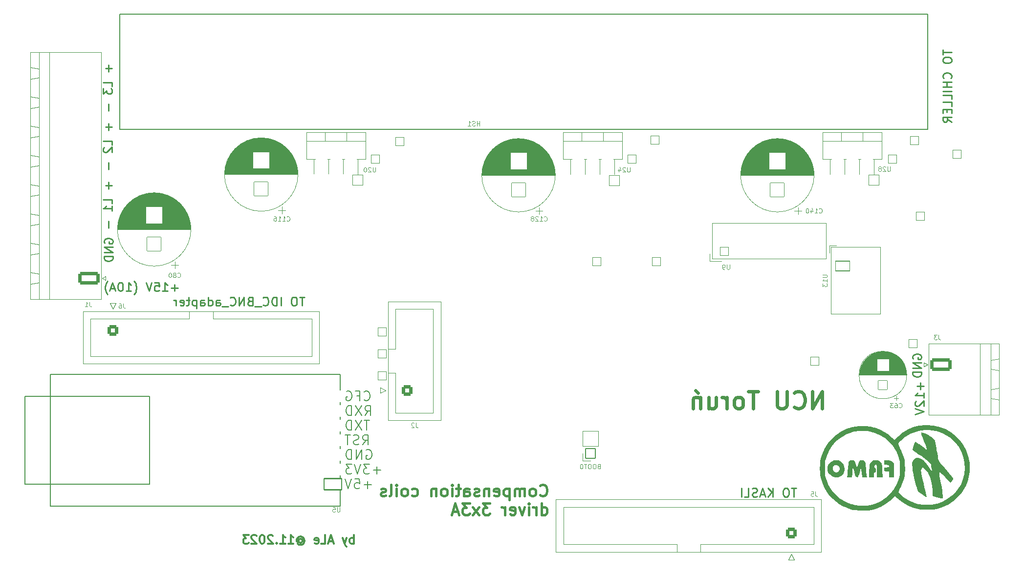
<source format=gbo>
%TF.GenerationSoftware,KiCad,Pcbnew,7.0.1*%
%TF.CreationDate,2023-11-30T10:22:41+01:00*%
%TF.ProjectId,current3x3A_Artiq,63757272-656e-4743-9378-33415f417274,rev?*%
%TF.SameCoordinates,Original*%
%TF.FileFunction,Legend,Bot*%
%TF.FilePolarity,Positive*%
%FSLAX46Y46*%
G04 Gerber Fmt 4.6, Leading zero omitted, Abs format (unit mm)*
G04 Created by KiCad (PCBNEW 7.0.1) date 2023-11-30 10:22:41*
%MOMM*%
%LPD*%
G01*
G04 APERTURE LIST*
G04 Aperture macros list*
%AMRoundRect*
0 Rectangle with rounded corners*
0 $1 Rounding radius*
0 $2 $3 $4 $5 $6 $7 $8 $9 X,Y pos of 4 corners*
0 Add a 4 corners polygon primitive as box body*
4,1,4,$2,$3,$4,$5,$6,$7,$8,$9,$2,$3,0*
0 Add four circle primitives for the rounded corners*
1,1,$1+$1,$2,$3*
1,1,$1+$1,$4,$5*
1,1,$1+$1,$6,$7*
1,1,$1+$1,$8,$9*
0 Add four rect primitives between the rounded corners*
20,1,$1+$1,$2,$3,$4,$5,0*
20,1,$1+$1,$4,$5,$6,$7,0*
20,1,$1+$1,$6,$7,$8,$9,0*
20,1,$1+$1,$8,$9,$2,$3,0*%
G04 Aperture macros list end*
%ADD10C,0.220000*%
%ADD11C,0.600000*%
%ADD12C,0.400000*%
%ADD13C,0.300000*%
%ADD14C,0.120000*%
%ADD15C,0.142240*%
%ADD16C,0.150000*%
%ADD17C,0.100000*%
%ADD18C,0.152400*%
%ADD19RoundRect,0.050000X-0.750000X-0.750000X0.750000X-0.750000X0.750000X0.750000X-0.750000X0.750000X0*%
%ADD20C,2.100000*%
%ADD21C,5.700000*%
%ADD22RoundRect,0.050000X-0.750000X0.750000X-0.750000X-0.750000X0.750000X-0.750000X0.750000X0.750000X0*%
%ADD23C,4.800000*%
%ADD24RoundRect,0.050000X1.200000X-1.200000X1.200000X1.200000X-1.200000X1.200000X-1.200000X-1.200000X0*%
%ADD25C,2.500000*%
%ADD26RoundRect,0.300000X-0.600000X0.600000X-0.600000X-0.600000X0.600000X-0.600000X0.600000X0.600000X0*%
%ADD27C,1.800000*%
%ADD28RoundRect,0.299999X-1.550001X0.790001X-1.550001X-0.790001X1.550001X-0.790001X1.550001X0.790001X0*%
%ADD29O,3.700000X2.180000*%
%ADD30C,5.800000*%
%ADD31RoundRect,0.050000X-0.850000X-0.850000X0.850000X-0.850000X0.850000X0.850000X-0.850000X0.850000X0*%
%ADD32O,1.800000X1.800000*%
%ADD33RoundRect,0.300000X0.600000X-0.600000X0.600000X0.600000X-0.600000X0.600000X-0.600000X-0.600000X0*%
%ADD34RoundRect,0.050000X0.900000X0.900000X-0.900000X0.900000X-0.900000X-0.900000X0.900000X-0.900000X0*%
%ADD35O,1.900000X1.900000*%
%ADD36RoundRect,0.299999X1.550001X-0.790001X1.550001X0.790001X-1.550001X0.790001X-1.550001X-0.790001X0*%
%ADD37RoundRect,0.300000X-0.600000X-0.600000X0.600000X-0.600000X0.600000X0.600000X-0.600000X0.600000X0*%
%ADD38O,1.600000X1.600000*%
%ADD39RoundRect,0.050000X-1.250000X0.850000X-1.250000X-0.850000X1.250000X-0.850000X1.250000X0.850000X0*%
%ADD40O,2.600000X1.800000*%
%ADD41RoundRect,0.101600X1.500000X0.975000X-1.500000X0.975000X-1.500000X-0.975000X1.500000X-0.975000X0*%
%ADD42O,4.103200X2.153200*%
%ADD43RoundRect,0.050000X0.800000X-0.800000X0.800000X0.800000X-0.800000X0.800000X-0.800000X-0.800000X0*%
%ADD44C,1.700000*%
G04 APERTURE END LIST*
D10*
X10167000Y-12041142D02*
X10167000Y-13184000D01*
X10738428Y-12612571D02*
X9595571Y-12612571D01*
X10738428Y-15755428D02*
X10738428Y-15041142D01*
X10738428Y-15041142D02*
X9238428Y-15041142D01*
X9238428Y-16112571D02*
X9238428Y-17041143D01*
X9238428Y-17041143D02*
X9809857Y-16541143D01*
X9809857Y-16541143D02*
X9809857Y-16755428D01*
X9809857Y-16755428D02*
X9881285Y-16898286D01*
X9881285Y-16898286D02*
X9952714Y-16969714D01*
X9952714Y-16969714D02*
X10095571Y-17041143D01*
X10095571Y-17041143D02*
X10452714Y-17041143D01*
X10452714Y-17041143D02*
X10595571Y-16969714D01*
X10595571Y-16969714D02*
X10667000Y-16898286D01*
X10667000Y-16898286D02*
X10738428Y-16755428D01*
X10738428Y-16755428D02*
X10738428Y-16326857D01*
X10738428Y-16326857D02*
X10667000Y-16184000D01*
X10667000Y-16184000D02*
X10595571Y-16112571D01*
X10167000Y-18826856D02*
X10167000Y-19969714D01*
D11*
X133778714Y-71641857D02*
X133778714Y-68641857D01*
X133778714Y-68641857D02*
X132064428Y-71641857D01*
X132064428Y-71641857D02*
X132064428Y-68641857D01*
X128921571Y-71356142D02*
X129064428Y-71499000D01*
X129064428Y-71499000D02*
X129493000Y-71641857D01*
X129493000Y-71641857D02*
X129778714Y-71641857D01*
X129778714Y-71641857D02*
X130207285Y-71499000D01*
X130207285Y-71499000D02*
X130493000Y-71213285D01*
X130493000Y-71213285D02*
X130635857Y-70927571D01*
X130635857Y-70927571D02*
X130778714Y-70356142D01*
X130778714Y-70356142D02*
X130778714Y-69927571D01*
X130778714Y-69927571D02*
X130635857Y-69356142D01*
X130635857Y-69356142D02*
X130493000Y-69070428D01*
X130493000Y-69070428D02*
X130207285Y-68784714D01*
X130207285Y-68784714D02*
X129778714Y-68641857D01*
X129778714Y-68641857D02*
X129493000Y-68641857D01*
X129493000Y-68641857D02*
X129064428Y-68784714D01*
X129064428Y-68784714D02*
X128921571Y-68927571D01*
X127635857Y-68641857D02*
X127635857Y-71070428D01*
X127635857Y-71070428D02*
X127493000Y-71356142D01*
X127493000Y-71356142D02*
X127350143Y-71499000D01*
X127350143Y-71499000D02*
X127064428Y-71641857D01*
X127064428Y-71641857D02*
X126493000Y-71641857D01*
X126493000Y-71641857D02*
X126207285Y-71499000D01*
X126207285Y-71499000D02*
X126064428Y-71356142D01*
X126064428Y-71356142D02*
X125921571Y-71070428D01*
X125921571Y-71070428D02*
X125921571Y-68641857D01*
X122635857Y-68641857D02*
X120921572Y-68641857D01*
X121778714Y-71641857D02*
X121778714Y-68641857D01*
X119493000Y-71641857D02*
X119778715Y-71499000D01*
X119778715Y-71499000D02*
X119921572Y-71356142D01*
X119921572Y-71356142D02*
X120064429Y-71070428D01*
X120064429Y-71070428D02*
X120064429Y-70213285D01*
X120064429Y-70213285D02*
X119921572Y-69927571D01*
X119921572Y-69927571D02*
X119778715Y-69784714D01*
X119778715Y-69784714D02*
X119493000Y-69641857D01*
X119493000Y-69641857D02*
X119064429Y-69641857D01*
X119064429Y-69641857D02*
X118778715Y-69784714D01*
X118778715Y-69784714D02*
X118635858Y-69927571D01*
X118635858Y-69927571D02*
X118493000Y-70213285D01*
X118493000Y-70213285D02*
X118493000Y-71070428D01*
X118493000Y-71070428D02*
X118635858Y-71356142D01*
X118635858Y-71356142D02*
X118778715Y-71499000D01*
X118778715Y-71499000D02*
X119064429Y-71641857D01*
X119064429Y-71641857D02*
X119493000Y-71641857D01*
X117207286Y-71641857D02*
X117207286Y-69641857D01*
X117207286Y-70213285D02*
X117064429Y-69927571D01*
X117064429Y-69927571D02*
X116921572Y-69784714D01*
X116921572Y-69784714D02*
X116635857Y-69641857D01*
X116635857Y-69641857D02*
X116350143Y-69641857D01*
X114064429Y-69641857D02*
X114064429Y-71641857D01*
X115350143Y-69641857D02*
X115350143Y-71213285D01*
X115350143Y-71213285D02*
X115207286Y-71499000D01*
X115207286Y-71499000D02*
X114921571Y-71641857D01*
X114921571Y-71641857D02*
X114493000Y-71641857D01*
X114493000Y-71641857D02*
X114207286Y-71499000D01*
X114207286Y-71499000D02*
X114064429Y-71356142D01*
X112635857Y-69641857D02*
X112635857Y-71641857D01*
X112635857Y-69927571D02*
X112493000Y-69784714D01*
X112493000Y-69784714D02*
X112207285Y-69641857D01*
X112207285Y-69641857D02*
X111778714Y-69641857D01*
X111778714Y-69641857D02*
X111493000Y-69784714D01*
X111493000Y-69784714D02*
X111350143Y-70070428D01*
X111350143Y-70070428D02*
X111350143Y-71641857D01*
X111778714Y-68499000D02*
X112207285Y-68927571D01*
D10*
X10167000Y-32361142D02*
X10167000Y-33504000D01*
X10738428Y-32932571D02*
X9595571Y-32932571D01*
X10738428Y-36075428D02*
X10738428Y-35361142D01*
X10738428Y-35361142D02*
X9238428Y-35361142D01*
X10738428Y-37361143D02*
X10738428Y-36504000D01*
X10738428Y-36932571D02*
X9238428Y-36932571D01*
X9238428Y-36932571D02*
X9452714Y-36789714D01*
X9452714Y-36789714D02*
X9595571Y-36646857D01*
X9595571Y-36646857D02*
X9667000Y-36504000D01*
X10167000Y-39146856D02*
X10167000Y-40289714D01*
X150756000Y-67159142D02*
X150756000Y-68302000D01*
X151327428Y-67730571D02*
X150184571Y-67730571D01*
X151327428Y-69802000D02*
X151327428Y-68944857D01*
X151327428Y-69373428D02*
X149827428Y-69373428D01*
X149827428Y-69373428D02*
X150041714Y-69230571D01*
X150041714Y-69230571D02*
X150184571Y-69087714D01*
X150184571Y-69087714D02*
X150256000Y-68944857D01*
X149970285Y-70373428D02*
X149898857Y-70444856D01*
X149898857Y-70444856D02*
X149827428Y-70587714D01*
X149827428Y-70587714D02*
X149827428Y-70944856D01*
X149827428Y-70944856D02*
X149898857Y-71087714D01*
X149898857Y-71087714D02*
X149970285Y-71159142D01*
X149970285Y-71159142D02*
X150113142Y-71230571D01*
X150113142Y-71230571D02*
X150256000Y-71230571D01*
X150256000Y-71230571D02*
X150470285Y-71159142D01*
X150470285Y-71159142D02*
X151327428Y-70301999D01*
X151327428Y-70301999D02*
X151327428Y-71230571D01*
X149827428Y-71659142D02*
X151327428Y-72159142D01*
X151327428Y-72159142D02*
X149827428Y-72659142D01*
D12*
X84867952Y-86621761D02*
X84963190Y-86717000D01*
X84963190Y-86717000D02*
X85248904Y-86812238D01*
X85248904Y-86812238D02*
X85439380Y-86812238D01*
X85439380Y-86812238D02*
X85725095Y-86717000D01*
X85725095Y-86717000D02*
X85915571Y-86526523D01*
X85915571Y-86526523D02*
X86010809Y-86336047D01*
X86010809Y-86336047D02*
X86106047Y-85955095D01*
X86106047Y-85955095D02*
X86106047Y-85669380D01*
X86106047Y-85669380D02*
X86010809Y-85288428D01*
X86010809Y-85288428D02*
X85915571Y-85097952D01*
X85915571Y-85097952D02*
X85725095Y-84907476D01*
X85725095Y-84907476D02*
X85439380Y-84812238D01*
X85439380Y-84812238D02*
X85248904Y-84812238D01*
X85248904Y-84812238D02*
X84963190Y-84907476D01*
X84963190Y-84907476D02*
X84867952Y-85002714D01*
X83725095Y-86812238D02*
X83915571Y-86717000D01*
X83915571Y-86717000D02*
X84010809Y-86621761D01*
X84010809Y-86621761D02*
X84106047Y-86431285D01*
X84106047Y-86431285D02*
X84106047Y-85859857D01*
X84106047Y-85859857D02*
X84010809Y-85669380D01*
X84010809Y-85669380D02*
X83915571Y-85574142D01*
X83915571Y-85574142D02*
X83725095Y-85478904D01*
X83725095Y-85478904D02*
X83439380Y-85478904D01*
X83439380Y-85478904D02*
X83248904Y-85574142D01*
X83248904Y-85574142D02*
X83153666Y-85669380D01*
X83153666Y-85669380D02*
X83058428Y-85859857D01*
X83058428Y-85859857D02*
X83058428Y-86431285D01*
X83058428Y-86431285D02*
X83153666Y-86621761D01*
X83153666Y-86621761D02*
X83248904Y-86717000D01*
X83248904Y-86717000D02*
X83439380Y-86812238D01*
X83439380Y-86812238D02*
X83725095Y-86812238D01*
X82201285Y-86812238D02*
X82201285Y-85478904D01*
X82201285Y-85669380D02*
X82106047Y-85574142D01*
X82106047Y-85574142D02*
X81915571Y-85478904D01*
X81915571Y-85478904D02*
X81629856Y-85478904D01*
X81629856Y-85478904D02*
X81439380Y-85574142D01*
X81439380Y-85574142D02*
X81344142Y-85764619D01*
X81344142Y-85764619D02*
X81344142Y-86812238D01*
X81344142Y-85764619D02*
X81248904Y-85574142D01*
X81248904Y-85574142D02*
X81058428Y-85478904D01*
X81058428Y-85478904D02*
X80772714Y-85478904D01*
X80772714Y-85478904D02*
X80582237Y-85574142D01*
X80582237Y-85574142D02*
X80486999Y-85764619D01*
X80486999Y-85764619D02*
X80486999Y-86812238D01*
X79534618Y-85478904D02*
X79534618Y-87478904D01*
X79534618Y-85574142D02*
X79344142Y-85478904D01*
X79344142Y-85478904D02*
X78963189Y-85478904D01*
X78963189Y-85478904D02*
X78772713Y-85574142D01*
X78772713Y-85574142D02*
X78677475Y-85669380D01*
X78677475Y-85669380D02*
X78582237Y-85859857D01*
X78582237Y-85859857D02*
X78582237Y-86431285D01*
X78582237Y-86431285D02*
X78677475Y-86621761D01*
X78677475Y-86621761D02*
X78772713Y-86717000D01*
X78772713Y-86717000D02*
X78963189Y-86812238D01*
X78963189Y-86812238D02*
X79344142Y-86812238D01*
X79344142Y-86812238D02*
X79534618Y-86717000D01*
X76963189Y-86717000D02*
X77153665Y-86812238D01*
X77153665Y-86812238D02*
X77534618Y-86812238D01*
X77534618Y-86812238D02*
X77725094Y-86717000D01*
X77725094Y-86717000D02*
X77820332Y-86526523D01*
X77820332Y-86526523D02*
X77820332Y-85764619D01*
X77820332Y-85764619D02*
X77725094Y-85574142D01*
X77725094Y-85574142D02*
X77534618Y-85478904D01*
X77534618Y-85478904D02*
X77153665Y-85478904D01*
X77153665Y-85478904D02*
X76963189Y-85574142D01*
X76963189Y-85574142D02*
X76867951Y-85764619D01*
X76867951Y-85764619D02*
X76867951Y-85955095D01*
X76867951Y-85955095D02*
X77820332Y-86145571D01*
X76010808Y-85478904D02*
X76010808Y-86812238D01*
X76010808Y-85669380D02*
X75915570Y-85574142D01*
X75915570Y-85574142D02*
X75725094Y-85478904D01*
X75725094Y-85478904D02*
X75439379Y-85478904D01*
X75439379Y-85478904D02*
X75248903Y-85574142D01*
X75248903Y-85574142D02*
X75153665Y-85764619D01*
X75153665Y-85764619D02*
X75153665Y-86812238D01*
X74296522Y-86717000D02*
X74106046Y-86812238D01*
X74106046Y-86812238D02*
X73725094Y-86812238D01*
X73725094Y-86812238D02*
X73534617Y-86717000D01*
X73534617Y-86717000D02*
X73439379Y-86526523D01*
X73439379Y-86526523D02*
X73439379Y-86431285D01*
X73439379Y-86431285D02*
X73534617Y-86240809D01*
X73534617Y-86240809D02*
X73725094Y-86145571D01*
X73725094Y-86145571D02*
X74010808Y-86145571D01*
X74010808Y-86145571D02*
X74201284Y-86050333D01*
X74201284Y-86050333D02*
X74296522Y-85859857D01*
X74296522Y-85859857D02*
X74296522Y-85764619D01*
X74296522Y-85764619D02*
X74201284Y-85574142D01*
X74201284Y-85574142D02*
X74010808Y-85478904D01*
X74010808Y-85478904D02*
X73725094Y-85478904D01*
X73725094Y-85478904D02*
X73534617Y-85574142D01*
X71725093Y-86812238D02*
X71725093Y-85764619D01*
X71725093Y-85764619D02*
X71820331Y-85574142D01*
X71820331Y-85574142D02*
X72010807Y-85478904D01*
X72010807Y-85478904D02*
X72391760Y-85478904D01*
X72391760Y-85478904D02*
X72582236Y-85574142D01*
X71725093Y-86717000D02*
X71915569Y-86812238D01*
X71915569Y-86812238D02*
X72391760Y-86812238D01*
X72391760Y-86812238D02*
X72582236Y-86717000D01*
X72582236Y-86717000D02*
X72677474Y-86526523D01*
X72677474Y-86526523D02*
X72677474Y-86336047D01*
X72677474Y-86336047D02*
X72582236Y-86145571D01*
X72582236Y-86145571D02*
X72391760Y-86050333D01*
X72391760Y-86050333D02*
X71915569Y-86050333D01*
X71915569Y-86050333D02*
X71725093Y-85955095D01*
X71058426Y-85478904D02*
X70296522Y-85478904D01*
X70772712Y-84812238D02*
X70772712Y-86526523D01*
X70772712Y-86526523D02*
X70677474Y-86717000D01*
X70677474Y-86717000D02*
X70486998Y-86812238D01*
X70486998Y-86812238D02*
X70296522Y-86812238D01*
X69629855Y-86812238D02*
X69629855Y-85478904D01*
X69629855Y-84812238D02*
X69725093Y-84907476D01*
X69725093Y-84907476D02*
X69629855Y-85002714D01*
X69629855Y-85002714D02*
X69534617Y-84907476D01*
X69534617Y-84907476D02*
X69629855Y-84812238D01*
X69629855Y-84812238D02*
X69629855Y-85002714D01*
X68391760Y-86812238D02*
X68582236Y-86717000D01*
X68582236Y-86717000D02*
X68677474Y-86621761D01*
X68677474Y-86621761D02*
X68772712Y-86431285D01*
X68772712Y-86431285D02*
X68772712Y-85859857D01*
X68772712Y-85859857D02*
X68677474Y-85669380D01*
X68677474Y-85669380D02*
X68582236Y-85574142D01*
X68582236Y-85574142D02*
X68391760Y-85478904D01*
X68391760Y-85478904D02*
X68106045Y-85478904D01*
X68106045Y-85478904D02*
X67915569Y-85574142D01*
X67915569Y-85574142D02*
X67820331Y-85669380D01*
X67820331Y-85669380D02*
X67725093Y-85859857D01*
X67725093Y-85859857D02*
X67725093Y-86431285D01*
X67725093Y-86431285D02*
X67820331Y-86621761D01*
X67820331Y-86621761D02*
X67915569Y-86717000D01*
X67915569Y-86717000D02*
X68106045Y-86812238D01*
X68106045Y-86812238D02*
X68391760Y-86812238D01*
X66867950Y-85478904D02*
X66867950Y-86812238D01*
X66867950Y-85669380D02*
X66772712Y-85574142D01*
X66772712Y-85574142D02*
X66582236Y-85478904D01*
X66582236Y-85478904D02*
X66296521Y-85478904D01*
X66296521Y-85478904D02*
X66106045Y-85574142D01*
X66106045Y-85574142D02*
X66010807Y-85764619D01*
X66010807Y-85764619D02*
X66010807Y-86812238D01*
X62677473Y-86717000D02*
X62867949Y-86812238D01*
X62867949Y-86812238D02*
X63248902Y-86812238D01*
X63248902Y-86812238D02*
X63439378Y-86717000D01*
X63439378Y-86717000D02*
X63534616Y-86621761D01*
X63534616Y-86621761D02*
X63629854Y-86431285D01*
X63629854Y-86431285D02*
X63629854Y-85859857D01*
X63629854Y-85859857D02*
X63534616Y-85669380D01*
X63534616Y-85669380D02*
X63439378Y-85574142D01*
X63439378Y-85574142D02*
X63248902Y-85478904D01*
X63248902Y-85478904D02*
X62867949Y-85478904D01*
X62867949Y-85478904D02*
X62677473Y-85574142D01*
X61534616Y-86812238D02*
X61725092Y-86717000D01*
X61725092Y-86717000D02*
X61820330Y-86621761D01*
X61820330Y-86621761D02*
X61915568Y-86431285D01*
X61915568Y-86431285D02*
X61915568Y-85859857D01*
X61915568Y-85859857D02*
X61820330Y-85669380D01*
X61820330Y-85669380D02*
X61725092Y-85574142D01*
X61725092Y-85574142D02*
X61534616Y-85478904D01*
X61534616Y-85478904D02*
X61248901Y-85478904D01*
X61248901Y-85478904D02*
X61058425Y-85574142D01*
X61058425Y-85574142D02*
X60963187Y-85669380D01*
X60963187Y-85669380D02*
X60867949Y-85859857D01*
X60867949Y-85859857D02*
X60867949Y-86431285D01*
X60867949Y-86431285D02*
X60963187Y-86621761D01*
X60963187Y-86621761D02*
X61058425Y-86717000D01*
X61058425Y-86717000D02*
X61248901Y-86812238D01*
X61248901Y-86812238D02*
X61534616Y-86812238D01*
X60010806Y-86812238D02*
X60010806Y-85478904D01*
X60010806Y-84812238D02*
X60106044Y-84907476D01*
X60106044Y-84907476D02*
X60010806Y-85002714D01*
X60010806Y-85002714D02*
X59915568Y-84907476D01*
X59915568Y-84907476D02*
X60010806Y-84812238D01*
X60010806Y-84812238D02*
X60010806Y-85002714D01*
X58772711Y-86812238D02*
X58963187Y-86717000D01*
X58963187Y-86717000D02*
X59058425Y-86526523D01*
X59058425Y-86526523D02*
X59058425Y-84812238D01*
X58106044Y-86717000D02*
X57915568Y-86812238D01*
X57915568Y-86812238D02*
X57534616Y-86812238D01*
X57534616Y-86812238D02*
X57344139Y-86717000D01*
X57344139Y-86717000D02*
X57248901Y-86526523D01*
X57248901Y-86526523D02*
X57248901Y-86431285D01*
X57248901Y-86431285D02*
X57344139Y-86240809D01*
X57344139Y-86240809D02*
X57534616Y-86145571D01*
X57534616Y-86145571D02*
X57820330Y-86145571D01*
X57820330Y-86145571D02*
X58010806Y-86050333D01*
X58010806Y-86050333D02*
X58106044Y-85859857D01*
X58106044Y-85859857D02*
X58106044Y-85764619D01*
X58106044Y-85764619D02*
X58010806Y-85574142D01*
X58010806Y-85574142D02*
X57820330Y-85478904D01*
X57820330Y-85478904D02*
X57534616Y-85478904D01*
X57534616Y-85478904D02*
X57344139Y-85574142D01*
X85153666Y-90052238D02*
X85153666Y-88052238D01*
X85153666Y-89957000D02*
X85344142Y-90052238D01*
X85344142Y-90052238D02*
X85725095Y-90052238D01*
X85725095Y-90052238D02*
X85915571Y-89957000D01*
X85915571Y-89957000D02*
X86010809Y-89861761D01*
X86010809Y-89861761D02*
X86106047Y-89671285D01*
X86106047Y-89671285D02*
X86106047Y-89099857D01*
X86106047Y-89099857D02*
X86010809Y-88909380D01*
X86010809Y-88909380D02*
X85915571Y-88814142D01*
X85915571Y-88814142D02*
X85725095Y-88718904D01*
X85725095Y-88718904D02*
X85344142Y-88718904D01*
X85344142Y-88718904D02*
X85153666Y-88814142D01*
X84201285Y-90052238D02*
X84201285Y-88718904D01*
X84201285Y-89099857D02*
X84106047Y-88909380D01*
X84106047Y-88909380D02*
X84010809Y-88814142D01*
X84010809Y-88814142D02*
X83820333Y-88718904D01*
X83820333Y-88718904D02*
X83629856Y-88718904D01*
X82963190Y-90052238D02*
X82963190Y-88718904D01*
X82963190Y-88052238D02*
X83058428Y-88147476D01*
X83058428Y-88147476D02*
X82963190Y-88242714D01*
X82963190Y-88242714D02*
X82867952Y-88147476D01*
X82867952Y-88147476D02*
X82963190Y-88052238D01*
X82963190Y-88052238D02*
X82963190Y-88242714D01*
X82201285Y-88718904D02*
X81725095Y-90052238D01*
X81725095Y-90052238D02*
X81248904Y-88718904D01*
X79725094Y-89957000D02*
X79915570Y-90052238D01*
X79915570Y-90052238D02*
X80296523Y-90052238D01*
X80296523Y-90052238D02*
X80486999Y-89957000D01*
X80486999Y-89957000D02*
X80582237Y-89766523D01*
X80582237Y-89766523D02*
X80582237Y-89004619D01*
X80582237Y-89004619D02*
X80486999Y-88814142D01*
X80486999Y-88814142D02*
X80296523Y-88718904D01*
X80296523Y-88718904D02*
X79915570Y-88718904D01*
X79915570Y-88718904D02*
X79725094Y-88814142D01*
X79725094Y-88814142D02*
X79629856Y-89004619D01*
X79629856Y-89004619D02*
X79629856Y-89195095D01*
X79629856Y-89195095D02*
X80582237Y-89385571D01*
X78772713Y-90052238D02*
X78772713Y-88718904D01*
X78772713Y-89099857D02*
X78677475Y-88909380D01*
X78677475Y-88909380D02*
X78582237Y-88814142D01*
X78582237Y-88814142D02*
X78391761Y-88718904D01*
X78391761Y-88718904D02*
X78201284Y-88718904D01*
X76201284Y-88052238D02*
X74963189Y-88052238D01*
X74963189Y-88052238D02*
X75629856Y-88814142D01*
X75629856Y-88814142D02*
X75344141Y-88814142D01*
X75344141Y-88814142D02*
X75153665Y-88909380D01*
X75153665Y-88909380D02*
X75058427Y-89004619D01*
X75058427Y-89004619D02*
X74963189Y-89195095D01*
X74963189Y-89195095D02*
X74963189Y-89671285D01*
X74963189Y-89671285D02*
X75058427Y-89861761D01*
X75058427Y-89861761D02*
X75153665Y-89957000D01*
X75153665Y-89957000D02*
X75344141Y-90052238D01*
X75344141Y-90052238D02*
X75915570Y-90052238D01*
X75915570Y-90052238D02*
X76106046Y-89957000D01*
X76106046Y-89957000D02*
X76201284Y-89861761D01*
X74296522Y-90052238D02*
X73248903Y-88718904D01*
X74296522Y-88718904D02*
X73248903Y-90052238D01*
X72677474Y-88052238D02*
X71439379Y-88052238D01*
X71439379Y-88052238D02*
X72106046Y-88814142D01*
X72106046Y-88814142D02*
X71820331Y-88814142D01*
X71820331Y-88814142D02*
X71629855Y-88909380D01*
X71629855Y-88909380D02*
X71534617Y-89004619D01*
X71534617Y-89004619D02*
X71439379Y-89195095D01*
X71439379Y-89195095D02*
X71439379Y-89671285D01*
X71439379Y-89671285D02*
X71534617Y-89861761D01*
X71534617Y-89861761D02*
X71629855Y-89957000D01*
X71629855Y-89957000D02*
X71820331Y-90052238D01*
X71820331Y-90052238D02*
X72391760Y-90052238D01*
X72391760Y-90052238D02*
X72582236Y-89957000D01*
X72582236Y-89957000D02*
X72677474Y-89861761D01*
X70677474Y-89480809D02*
X69725093Y-89480809D01*
X70867950Y-90052238D02*
X70201284Y-88052238D01*
X70201284Y-88052238D02*
X69534617Y-90052238D01*
D10*
X9436857Y-42925857D02*
X9365428Y-42783000D01*
X9365428Y-42783000D02*
X9365428Y-42568714D01*
X9365428Y-42568714D02*
X9436857Y-42354428D01*
X9436857Y-42354428D02*
X9579714Y-42211571D01*
X9579714Y-42211571D02*
X9722571Y-42140142D01*
X9722571Y-42140142D02*
X10008285Y-42068714D01*
X10008285Y-42068714D02*
X10222571Y-42068714D01*
X10222571Y-42068714D02*
X10508285Y-42140142D01*
X10508285Y-42140142D02*
X10651142Y-42211571D01*
X10651142Y-42211571D02*
X10794000Y-42354428D01*
X10794000Y-42354428D02*
X10865428Y-42568714D01*
X10865428Y-42568714D02*
X10865428Y-42711571D01*
X10865428Y-42711571D02*
X10794000Y-42925857D01*
X10794000Y-42925857D02*
X10722571Y-42997285D01*
X10722571Y-42997285D02*
X10222571Y-42997285D01*
X10222571Y-42997285D02*
X10222571Y-42711571D01*
X10865428Y-43640142D02*
X9365428Y-43640142D01*
X9365428Y-43640142D02*
X10865428Y-44497285D01*
X10865428Y-44497285D02*
X9365428Y-44497285D01*
X10865428Y-45211571D02*
X9365428Y-45211571D01*
X9365428Y-45211571D02*
X9365428Y-45568714D01*
X9365428Y-45568714D02*
X9436857Y-45783000D01*
X9436857Y-45783000D02*
X9579714Y-45925857D01*
X9579714Y-45925857D02*
X9722571Y-45997286D01*
X9722571Y-45997286D02*
X10008285Y-46068714D01*
X10008285Y-46068714D02*
X10222571Y-46068714D01*
X10222571Y-46068714D02*
X10508285Y-45997286D01*
X10508285Y-45997286D02*
X10651142Y-45925857D01*
X10651142Y-45925857D02*
X10794000Y-45783000D01*
X10794000Y-45783000D02*
X10865428Y-45568714D01*
X10865428Y-45568714D02*
X10865428Y-45211571D01*
X10167000Y-22201142D02*
X10167000Y-23344000D01*
X10738428Y-22772571D02*
X9595571Y-22772571D01*
X10738428Y-25915428D02*
X10738428Y-25201142D01*
X10738428Y-25201142D02*
X9238428Y-25201142D01*
X9381285Y-26344000D02*
X9309857Y-26415428D01*
X9309857Y-26415428D02*
X9238428Y-26558286D01*
X9238428Y-26558286D02*
X9238428Y-26915428D01*
X9238428Y-26915428D02*
X9309857Y-27058286D01*
X9309857Y-27058286D02*
X9381285Y-27129714D01*
X9381285Y-27129714D02*
X9524142Y-27201143D01*
X9524142Y-27201143D02*
X9667000Y-27201143D01*
X9667000Y-27201143D02*
X9881285Y-27129714D01*
X9881285Y-27129714D02*
X10738428Y-26272571D01*
X10738428Y-26272571D02*
X10738428Y-27201143D01*
X10167000Y-28986856D02*
X10167000Y-30129714D01*
X44053142Y-52291428D02*
X43196000Y-52291428D01*
X43624571Y-53791428D02*
X43624571Y-52291428D01*
X42410285Y-52291428D02*
X42124571Y-52291428D01*
X42124571Y-52291428D02*
X41981714Y-52362857D01*
X41981714Y-52362857D02*
X41838857Y-52505714D01*
X41838857Y-52505714D02*
X41767428Y-52791428D01*
X41767428Y-52791428D02*
X41767428Y-53291428D01*
X41767428Y-53291428D02*
X41838857Y-53577142D01*
X41838857Y-53577142D02*
X41981714Y-53720000D01*
X41981714Y-53720000D02*
X42124571Y-53791428D01*
X42124571Y-53791428D02*
X42410285Y-53791428D01*
X42410285Y-53791428D02*
X42553143Y-53720000D01*
X42553143Y-53720000D02*
X42696000Y-53577142D01*
X42696000Y-53577142D02*
X42767428Y-53291428D01*
X42767428Y-53291428D02*
X42767428Y-52791428D01*
X42767428Y-52791428D02*
X42696000Y-52505714D01*
X42696000Y-52505714D02*
X42553143Y-52362857D01*
X42553143Y-52362857D02*
X42410285Y-52291428D01*
X39981714Y-53791428D02*
X39981714Y-52291428D01*
X39267428Y-53791428D02*
X39267428Y-52291428D01*
X39267428Y-52291428D02*
X38910285Y-52291428D01*
X38910285Y-52291428D02*
X38695999Y-52362857D01*
X38695999Y-52362857D02*
X38553142Y-52505714D01*
X38553142Y-52505714D02*
X38481713Y-52648571D01*
X38481713Y-52648571D02*
X38410285Y-52934285D01*
X38410285Y-52934285D02*
X38410285Y-53148571D01*
X38410285Y-53148571D02*
X38481713Y-53434285D01*
X38481713Y-53434285D02*
X38553142Y-53577142D01*
X38553142Y-53577142D02*
X38695999Y-53720000D01*
X38695999Y-53720000D02*
X38910285Y-53791428D01*
X38910285Y-53791428D02*
X39267428Y-53791428D01*
X36910285Y-53648571D02*
X36981713Y-53720000D01*
X36981713Y-53720000D02*
X37195999Y-53791428D01*
X37195999Y-53791428D02*
X37338856Y-53791428D01*
X37338856Y-53791428D02*
X37553142Y-53720000D01*
X37553142Y-53720000D02*
X37695999Y-53577142D01*
X37695999Y-53577142D02*
X37767428Y-53434285D01*
X37767428Y-53434285D02*
X37838856Y-53148571D01*
X37838856Y-53148571D02*
X37838856Y-52934285D01*
X37838856Y-52934285D02*
X37767428Y-52648571D01*
X37767428Y-52648571D02*
X37695999Y-52505714D01*
X37695999Y-52505714D02*
X37553142Y-52362857D01*
X37553142Y-52362857D02*
X37338856Y-52291428D01*
X37338856Y-52291428D02*
X37195999Y-52291428D01*
X37195999Y-52291428D02*
X36981713Y-52362857D01*
X36981713Y-52362857D02*
X36910285Y-52434285D01*
X36624571Y-53934285D02*
X35481713Y-53934285D01*
X34624571Y-53005714D02*
X34410285Y-53077142D01*
X34410285Y-53077142D02*
X34338856Y-53148571D01*
X34338856Y-53148571D02*
X34267428Y-53291428D01*
X34267428Y-53291428D02*
X34267428Y-53505714D01*
X34267428Y-53505714D02*
X34338856Y-53648571D01*
X34338856Y-53648571D02*
X34410285Y-53720000D01*
X34410285Y-53720000D02*
X34553142Y-53791428D01*
X34553142Y-53791428D02*
X35124571Y-53791428D01*
X35124571Y-53791428D02*
X35124571Y-52291428D01*
X35124571Y-52291428D02*
X34624571Y-52291428D01*
X34624571Y-52291428D02*
X34481714Y-52362857D01*
X34481714Y-52362857D02*
X34410285Y-52434285D01*
X34410285Y-52434285D02*
X34338856Y-52577142D01*
X34338856Y-52577142D02*
X34338856Y-52720000D01*
X34338856Y-52720000D02*
X34410285Y-52862857D01*
X34410285Y-52862857D02*
X34481714Y-52934285D01*
X34481714Y-52934285D02*
X34624571Y-53005714D01*
X34624571Y-53005714D02*
X35124571Y-53005714D01*
X33624571Y-53791428D02*
X33624571Y-52291428D01*
X33624571Y-52291428D02*
X32767428Y-53791428D01*
X32767428Y-53791428D02*
X32767428Y-52291428D01*
X31195999Y-53648571D02*
X31267427Y-53720000D01*
X31267427Y-53720000D02*
X31481713Y-53791428D01*
X31481713Y-53791428D02*
X31624570Y-53791428D01*
X31624570Y-53791428D02*
X31838856Y-53720000D01*
X31838856Y-53720000D02*
X31981713Y-53577142D01*
X31981713Y-53577142D02*
X32053142Y-53434285D01*
X32053142Y-53434285D02*
X32124570Y-53148571D01*
X32124570Y-53148571D02*
X32124570Y-52934285D01*
X32124570Y-52934285D02*
X32053142Y-52648571D01*
X32053142Y-52648571D02*
X31981713Y-52505714D01*
X31981713Y-52505714D02*
X31838856Y-52362857D01*
X31838856Y-52362857D02*
X31624570Y-52291428D01*
X31624570Y-52291428D02*
X31481713Y-52291428D01*
X31481713Y-52291428D02*
X31267427Y-52362857D01*
X31267427Y-52362857D02*
X31195999Y-52434285D01*
X30910285Y-53934285D02*
X29767427Y-53934285D01*
X28767428Y-53791428D02*
X28767428Y-53005714D01*
X28767428Y-53005714D02*
X28838856Y-52862857D01*
X28838856Y-52862857D02*
X28981713Y-52791428D01*
X28981713Y-52791428D02*
X29267428Y-52791428D01*
X29267428Y-52791428D02*
X29410285Y-52862857D01*
X28767428Y-53720000D02*
X28910285Y-53791428D01*
X28910285Y-53791428D02*
X29267428Y-53791428D01*
X29267428Y-53791428D02*
X29410285Y-53720000D01*
X29410285Y-53720000D02*
X29481713Y-53577142D01*
X29481713Y-53577142D02*
X29481713Y-53434285D01*
X29481713Y-53434285D02*
X29410285Y-53291428D01*
X29410285Y-53291428D02*
X29267428Y-53220000D01*
X29267428Y-53220000D02*
X28910285Y-53220000D01*
X28910285Y-53220000D02*
X28767428Y-53148571D01*
X27410285Y-53791428D02*
X27410285Y-52291428D01*
X27410285Y-53720000D02*
X27553142Y-53791428D01*
X27553142Y-53791428D02*
X27838856Y-53791428D01*
X27838856Y-53791428D02*
X27981713Y-53720000D01*
X27981713Y-53720000D02*
X28053142Y-53648571D01*
X28053142Y-53648571D02*
X28124570Y-53505714D01*
X28124570Y-53505714D02*
X28124570Y-53077142D01*
X28124570Y-53077142D02*
X28053142Y-52934285D01*
X28053142Y-52934285D02*
X27981713Y-52862857D01*
X27981713Y-52862857D02*
X27838856Y-52791428D01*
X27838856Y-52791428D02*
X27553142Y-52791428D01*
X27553142Y-52791428D02*
X27410285Y-52862857D01*
X26053142Y-53791428D02*
X26053142Y-53005714D01*
X26053142Y-53005714D02*
X26124570Y-52862857D01*
X26124570Y-52862857D02*
X26267427Y-52791428D01*
X26267427Y-52791428D02*
X26553142Y-52791428D01*
X26553142Y-52791428D02*
X26695999Y-52862857D01*
X26053142Y-53720000D02*
X26195999Y-53791428D01*
X26195999Y-53791428D02*
X26553142Y-53791428D01*
X26553142Y-53791428D02*
X26695999Y-53720000D01*
X26695999Y-53720000D02*
X26767427Y-53577142D01*
X26767427Y-53577142D02*
X26767427Y-53434285D01*
X26767427Y-53434285D02*
X26695999Y-53291428D01*
X26695999Y-53291428D02*
X26553142Y-53220000D01*
X26553142Y-53220000D02*
X26195999Y-53220000D01*
X26195999Y-53220000D02*
X26053142Y-53148571D01*
X25338856Y-52791428D02*
X25338856Y-54291428D01*
X25338856Y-52862857D02*
X25195999Y-52791428D01*
X25195999Y-52791428D02*
X24910284Y-52791428D01*
X24910284Y-52791428D02*
X24767427Y-52862857D01*
X24767427Y-52862857D02*
X24695999Y-52934285D01*
X24695999Y-52934285D02*
X24624570Y-53077142D01*
X24624570Y-53077142D02*
X24624570Y-53505714D01*
X24624570Y-53505714D02*
X24695999Y-53648571D01*
X24695999Y-53648571D02*
X24767427Y-53720000D01*
X24767427Y-53720000D02*
X24910284Y-53791428D01*
X24910284Y-53791428D02*
X25195999Y-53791428D01*
X25195999Y-53791428D02*
X25338856Y-53720000D01*
X24195998Y-52791428D02*
X23624570Y-52791428D01*
X23981713Y-52291428D02*
X23981713Y-53577142D01*
X23981713Y-53577142D02*
X23910284Y-53720000D01*
X23910284Y-53720000D02*
X23767427Y-53791428D01*
X23767427Y-53791428D02*
X23624570Y-53791428D01*
X22553141Y-53720000D02*
X22695998Y-53791428D01*
X22695998Y-53791428D02*
X22981713Y-53791428D01*
X22981713Y-53791428D02*
X23124570Y-53720000D01*
X23124570Y-53720000D02*
X23195998Y-53577142D01*
X23195998Y-53577142D02*
X23195998Y-53005714D01*
X23195998Y-53005714D02*
X23124570Y-52862857D01*
X23124570Y-52862857D02*
X22981713Y-52791428D01*
X22981713Y-52791428D02*
X22695998Y-52791428D01*
X22695998Y-52791428D02*
X22553141Y-52862857D01*
X22553141Y-52862857D02*
X22481713Y-53005714D01*
X22481713Y-53005714D02*
X22481713Y-53148571D01*
X22481713Y-53148571D02*
X23195998Y-53291428D01*
X21838856Y-53791428D02*
X21838856Y-52791428D01*
X21838856Y-53077142D02*
X21767427Y-52934285D01*
X21767427Y-52934285D02*
X21695999Y-52862857D01*
X21695999Y-52862857D02*
X21553141Y-52791428D01*
X21553141Y-52791428D02*
X21410284Y-52791428D01*
X154653428Y-9413857D02*
X154653428Y-10271000D01*
X156153428Y-9842428D02*
X154653428Y-9842428D01*
X154653428Y-11056714D02*
X154653428Y-11342428D01*
X154653428Y-11342428D02*
X154724857Y-11485285D01*
X154724857Y-11485285D02*
X154867714Y-11628142D01*
X154867714Y-11628142D02*
X155153428Y-11699571D01*
X155153428Y-11699571D02*
X155653428Y-11699571D01*
X155653428Y-11699571D02*
X155939142Y-11628142D01*
X155939142Y-11628142D02*
X156082000Y-11485285D01*
X156082000Y-11485285D02*
X156153428Y-11342428D01*
X156153428Y-11342428D02*
X156153428Y-11056714D01*
X156153428Y-11056714D02*
X156082000Y-10913857D01*
X156082000Y-10913857D02*
X155939142Y-10770999D01*
X155939142Y-10770999D02*
X155653428Y-10699571D01*
X155653428Y-10699571D02*
X155153428Y-10699571D01*
X155153428Y-10699571D02*
X154867714Y-10770999D01*
X154867714Y-10770999D02*
X154724857Y-10913857D01*
X154724857Y-10913857D02*
X154653428Y-11056714D01*
X156010571Y-14342428D02*
X156082000Y-14271000D01*
X156082000Y-14271000D02*
X156153428Y-14056714D01*
X156153428Y-14056714D02*
X156153428Y-13913857D01*
X156153428Y-13913857D02*
X156082000Y-13699571D01*
X156082000Y-13699571D02*
X155939142Y-13556714D01*
X155939142Y-13556714D02*
X155796285Y-13485285D01*
X155796285Y-13485285D02*
X155510571Y-13413857D01*
X155510571Y-13413857D02*
X155296285Y-13413857D01*
X155296285Y-13413857D02*
X155010571Y-13485285D01*
X155010571Y-13485285D02*
X154867714Y-13556714D01*
X154867714Y-13556714D02*
X154724857Y-13699571D01*
X154724857Y-13699571D02*
X154653428Y-13913857D01*
X154653428Y-13913857D02*
X154653428Y-14056714D01*
X154653428Y-14056714D02*
X154724857Y-14271000D01*
X154724857Y-14271000D02*
X154796285Y-14342428D01*
X156153428Y-14985285D02*
X154653428Y-14985285D01*
X155367714Y-14985285D02*
X155367714Y-15842428D01*
X156153428Y-15842428D02*
X154653428Y-15842428D01*
X156153428Y-16556714D02*
X154653428Y-16556714D01*
X156153428Y-17985286D02*
X156153428Y-17271000D01*
X156153428Y-17271000D02*
X154653428Y-17271000D01*
X156153428Y-19199572D02*
X156153428Y-18485286D01*
X156153428Y-18485286D02*
X154653428Y-18485286D01*
X155367714Y-19699572D02*
X155367714Y-20199572D01*
X156153428Y-20413858D02*
X156153428Y-19699572D01*
X156153428Y-19699572D02*
X154653428Y-19699572D01*
X154653428Y-19699572D02*
X154653428Y-20413858D01*
X156153428Y-21913858D02*
X155439142Y-21413858D01*
X156153428Y-21056715D02*
X154653428Y-21056715D01*
X154653428Y-21056715D02*
X154653428Y-21628144D01*
X154653428Y-21628144D02*
X154724857Y-21771001D01*
X154724857Y-21771001D02*
X154796285Y-21842430D01*
X154796285Y-21842430D02*
X154939142Y-21913858D01*
X154939142Y-21913858D02*
X155153428Y-21913858D01*
X155153428Y-21913858D02*
X155296285Y-21842430D01*
X155296285Y-21842430D02*
X155367714Y-21771001D01*
X155367714Y-21771001D02*
X155439142Y-21628144D01*
X155439142Y-21628144D02*
X155439142Y-21056715D01*
D13*
X52601857Y-95066428D02*
X52601857Y-93566428D01*
X52601857Y-94137857D02*
X52459000Y-94066428D01*
X52459000Y-94066428D02*
X52173285Y-94066428D01*
X52173285Y-94066428D02*
X52030428Y-94137857D01*
X52030428Y-94137857D02*
X51959000Y-94209285D01*
X51959000Y-94209285D02*
X51887571Y-94352142D01*
X51887571Y-94352142D02*
X51887571Y-94780714D01*
X51887571Y-94780714D02*
X51959000Y-94923571D01*
X51959000Y-94923571D02*
X52030428Y-94995000D01*
X52030428Y-94995000D02*
X52173285Y-95066428D01*
X52173285Y-95066428D02*
X52459000Y-95066428D01*
X52459000Y-95066428D02*
X52601857Y-94995000D01*
X51387571Y-94066428D02*
X51030428Y-95066428D01*
X50673285Y-94066428D02*
X51030428Y-95066428D01*
X51030428Y-95066428D02*
X51173285Y-95423571D01*
X51173285Y-95423571D02*
X51244714Y-95495000D01*
X51244714Y-95495000D02*
X51387571Y-95566428D01*
X49030428Y-94637857D02*
X48316143Y-94637857D01*
X49173285Y-95066428D02*
X48673285Y-93566428D01*
X48673285Y-93566428D02*
X48173285Y-95066428D01*
X46959000Y-95066428D02*
X47673286Y-95066428D01*
X47673286Y-95066428D02*
X47673286Y-93566428D01*
X45887571Y-94995000D02*
X46030428Y-95066428D01*
X46030428Y-95066428D02*
X46316143Y-95066428D01*
X46316143Y-95066428D02*
X46459000Y-94995000D01*
X46459000Y-94995000D02*
X46530428Y-94852142D01*
X46530428Y-94852142D02*
X46530428Y-94280714D01*
X46530428Y-94280714D02*
X46459000Y-94137857D01*
X46459000Y-94137857D02*
X46316143Y-94066428D01*
X46316143Y-94066428D02*
X46030428Y-94066428D01*
X46030428Y-94066428D02*
X45887571Y-94137857D01*
X45887571Y-94137857D02*
X45816143Y-94280714D01*
X45816143Y-94280714D02*
X45816143Y-94423571D01*
X45816143Y-94423571D02*
X46530428Y-94566428D01*
X43101857Y-94352142D02*
X43173286Y-94280714D01*
X43173286Y-94280714D02*
X43316143Y-94209285D01*
X43316143Y-94209285D02*
X43459000Y-94209285D01*
X43459000Y-94209285D02*
X43601857Y-94280714D01*
X43601857Y-94280714D02*
X43673286Y-94352142D01*
X43673286Y-94352142D02*
X43744714Y-94495000D01*
X43744714Y-94495000D02*
X43744714Y-94637857D01*
X43744714Y-94637857D02*
X43673286Y-94780714D01*
X43673286Y-94780714D02*
X43601857Y-94852142D01*
X43601857Y-94852142D02*
X43459000Y-94923571D01*
X43459000Y-94923571D02*
X43316143Y-94923571D01*
X43316143Y-94923571D02*
X43173286Y-94852142D01*
X43173286Y-94852142D02*
X43101857Y-94780714D01*
X43101857Y-94209285D02*
X43101857Y-94780714D01*
X43101857Y-94780714D02*
X43030429Y-94852142D01*
X43030429Y-94852142D02*
X42959000Y-94852142D01*
X42959000Y-94852142D02*
X42816143Y-94780714D01*
X42816143Y-94780714D02*
X42744714Y-94637857D01*
X42744714Y-94637857D02*
X42744714Y-94280714D01*
X42744714Y-94280714D02*
X42887572Y-94066428D01*
X42887572Y-94066428D02*
X43101857Y-93923571D01*
X43101857Y-93923571D02*
X43387572Y-93852142D01*
X43387572Y-93852142D02*
X43673286Y-93923571D01*
X43673286Y-93923571D02*
X43887572Y-94066428D01*
X43887572Y-94066428D02*
X44030429Y-94280714D01*
X44030429Y-94280714D02*
X44101857Y-94566428D01*
X44101857Y-94566428D02*
X44030429Y-94852142D01*
X44030429Y-94852142D02*
X43887572Y-95066428D01*
X43887572Y-95066428D02*
X43673286Y-95209285D01*
X43673286Y-95209285D02*
X43387572Y-95280714D01*
X43387572Y-95280714D02*
X43101857Y-95209285D01*
X43101857Y-95209285D02*
X42887572Y-95066428D01*
X41316143Y-95066428D02*
X42173286Y-95066428D01*
X41744715Y-95066428D02*
X41744715Y-93566428D01*
X41744715Y-93566428D02*
X41887572Y-93780714D01*
X41887572Y-93780714D02*
X42030429Y-93923571D01*
X42030429Y-93923571D02*
X42173286Y-93995000D01*
X39887572Y-95066428D02*
X40744715Y-95066428D01*
X40316144Y-95066428D02*
X40316144Y-93566428D01*
X40316144Y-93566428D02*
X40459001Y-93780714D01*
X40459001Y-93780714D02*
X40601858Y-93923571D01*
X40601858Y-93923571D02*
X40744715Y-93995000D01*
X39244716Y-94923571D02*
X39173287Y-94995000D01*
X39173287Y-94995000D02*
X39244716Y-95066428D01*
X39244716Y-95066428D02*
X39316144Y-94995000D01*
X39316144Y-94995000D02*
X39244716Y-94923571D01*
X39244716Y-94923571D02*
X39244716Y-95066428D01*
X38601858Y-93709285D02*
X38530430Y-93637857D01*
X38530430Y-93637857D02*
X38387573Y-93566428D01*
X38387573Y-93566428D02*
X38030430Y-93566428D01*
X38030430Y-93566428D02*
X37887573Y-93637857D01*
X37887573Y-93637857D02*
X37816144Y-93709285D01*
X37816144Y-93709285D02*
X37744715Y-93852142D01*
X37744715Y-93852142D02*
X37744715Y-93995000D01*
X37744715Y-93995000D02*
X37816144Y-94209285D01*
X37816144Y-94209285D02*
X38673287Y-95066428D01*
X38673287Y-95066428D02*
X37744715Y-95066428D01*
X36816144Y-93566428D02*
X36673287Y-93566428D01*
X36673287Y-93566428D02*
X36530430Y-93637857D01*
X36530430Y-93637857D02*
X36459002Y-93709285D01*
X36459002Y-93709285D02*
X36387573Y-93852142D01*
X36387573Y-93852142D02*
X36316144Y-94137857D01*
X36316144Y-94137857D02*
X36316144Y-94495000D01*
X36316144Y-94495000D02*
X36387573Y-94780714D01*
X36387573Y-94780714D02*
X36459002Y-94923571D01*
X36459002Y-94923571D02*
X36530430Y-94995000D01*
X36530430Y-94995000D02*
X36673287Y-95066428D01*
X36673287Y-95066428D02*
X36816144Y-95066428D01*
X36816144Y-95066428D02*
X36959002Y-94995000D01*
X36959002Y-94995000D02*
X37030430Y-94923571D01*
X37030430Y-94923571D02*
X37101859Y-94780714D01*
X37101859Y-94780714D02*
X37173287Y-94495000D01*
X37173287Y-94495000D02*
X37173287Y-94137857D01*
X37173287Y-94137857D02*
X37101859Y-93852142D01*
X37101859Y-93852142D02*
X37030430Y-93709285D01*
X37030430Y-93709285D02*
X36959002Y-93637857D01*
X36959002Y-93637857D02*
X36816144Y-93566428D01*
X35744716Y-93709285D02*
X35673288Y-93637857D01*
X35673288Y-93637857D02*
X35530431Y-93566428D01*
X35530431Y-93566428D02*
X35173288Y-93566428D01*
X35173288Y-93566428D02*
X35030431Y-93637857D01*
X35030431Y-93637857D02*
X34959002Y-93709285D01*
X34959002Y-93709285D02*
X34887573Y-93852142D01*
X34887573Y-93852142D02*
X34887573Y-93995000D01*
X34887573Y-93995000D02*
X34959002Y-94209285D01*
X34959002Y-94209285D02*
X35816145Y-95066428D01*
X35816145Y-95066428D02*
X34887573Y-95066428D01*
X34387574Y-93566428D02*
X33459002Y-93566428D01*
X33459002Y-93566428D02*
X33959002Y-94137857D01*
X33959002Y-94137857D02*
X33744717Y-94137857D01*
X33744717Y-94137857D02*
X33601860Y-94209285D01*
X33601860Y-94209285D02*
X33530431Y-94280714D01*
X33530431Y-94280714D02*
X33459002Y-94423571D01*
X33459002Y-94423571D02*
X33459002Y-94780714D01*
X33459002Y-94780714D02*
X33530431Y-94923571D01*
X33530431Y-94923571D02*
X33601860Y-94995000D01*
X33601860Y-94995000D02*
X33744717Y-95066428D01*
X33744717Y-95066428D02*
X34173288Y-95066428D01*
X34173288Y-95066428D02*
X34316145Y-94995000D01*
X34316145Y-94995000D02*
X34387574Y-94923571D01*
D10*
X22121857Y-50680000D02*
X20979000Y-50680000D01*
X21550428Y-51251428D02*
X21550428Y-50108571D01*
X19478999Y-51251428D02*
X20336142Y-51251428D01*
X19907571Y-51251428D02*
X19907571Y-49751428D01*
X19907571Y-49751428D02*
X20050428Y-49965714D01*
X20050428Y-49965714D02*
X20193285Y-50108571D01*
X20193285Y-50108571D02*
X20336142Y-50180000D01*
X18121857Y-49751428D02*
X18836143Y-49751428D01*
X18836143Y-49751428D02*
X18907571Y-50465714D01*
X18907571Y-50465714D02*
X18836143Y-50394285D01*
X18836143Y-50394285D02*
X18693286Y-50322857D01*
X18693286Y-50322857D02*
X18336143Y-50322857D01*
X18336143Y-50322857D02*
X18193286Y-50394285D01*
X18193286Y-50394285D02*
X18121857Y-50465714D01*
X18121857Y-50465714D02*
X18050428Y-50608571D01*
X18050428Y-50608571D02*
X18050428Y-50965714D01*
X18050428Y-50965714D02*
X18121857Y-51108571D01*
X18121857Y-51108571D02*
X18193286Y-51180000D01*
X18193286Y-51180000D02*
X18336143Y-51251428D01*
X18336143Y-51251428D02*
X18693286Y-51251428D01*
X18693286Y-51251428D02*
X18836143Y-51180000D01*
X18836143Y-51180000D02*
X18907571Y-51108571D01*
X17621857Y-49751428D02*
X17121857Y-51251428D01*
X17121857Y-51251428D02*
X16621857Y-49751428D01*
X14550429Y-51822857D02*
X14621858Y-51751428D01*
X14621858Y-51751428D02*
X14764715Y-51537142D01*
X14764715Y-51537142D02*
X14836144Y-51394285D01*
X14836144Y-51394285D02*
X14907572Y-51180000D01*
X14907572Y-51180000D02*
X14979001Y-50822857D01*
X14979001Y-50822857D02*
X14979001Y-50537142D01*
X14979001Y-50537142D02*
X14907572Y-50180000D01*
X14907572Y-50180000D02*
X14836144Y-49965714D01*
X14836144Y-49965714D02*
X14764715Y-49822857D01*
X14764715Y-49822857D02*
X14621858Y-49608571D01*
X14621858Y-49608571D02*
X14550429Y-49537142D01*
X13193286Y-51251428D02*
X14050429Y-51251428D01*
X13621858Y-51251428D02*
X13621858Y-49751428D01*
X13621858Y-49751428D02*
X13764715Y-49965714D01*
X13764715Y-49965714D02*
X13907572Y-50108571D01*
X13907572Y-50108571D02*
X14050429Y-50180000D01*
X12264715Y-49751428D02*
X12121858Y-49751428D01*
X12121858Y-49751428D02*
X11979001Y-49822857D01*
X11979001Y-49822857D02*
X11907573Y-49894285D01*
X11907573Y-49894285D02*
X11836144Y-50037142D01*
X11836144Y-50037142D02*
X11764715Y-50322857D01*
X11764715Y-50322857D02*
X11764715Y-50680000D01*
X11764715Y-50680000D02*
X11836144Y-50965714D01*
X11836144Y-50965714D02*
X11907573Y-51108571D01*
X11907573Y-51108571D02*
X11979001Y-51180000D01*
X11979001Y-51180000D02*
X12121858Y-51251428D01*
X12121858Y-51251428D02*
X12264715Y-51251428D01*
X12264715Y-51251428D02*
X12407573Y-51180000D01*
X12407573Y-51180000D02*
X12479001Y-51108571D01*
X12479001Y-51108571D02*
X12550430Y-50965714D01*
X12550430Y-50965714D02*
X12621858Y-50680000D01*
X12621858Y-50680000D02*
X12621858Y-50322857D01*
X12621858Y-50322857D02*
X12550430Y-50037142D01*
X12550430Y-50037142D02*
X12479001Y-49894285D01*
X12479001Y-49894285D02*
X12407573Y-49822857D01*
X12407573Y-49822857D02*
X12264715Y-49751428D01*
X11193287Y-50822857D02*
X10479002Y-50822857D01*
X11336144Y-51251428D02*
X10836144Y-49751428D01*
X10836144Y-49751428D02*
X10336144Y-51251428D01*
X9979002Y-51822857D02*
X9907573Y-51751428D01*
X9907573Y-51751428D02*
X9764716Y-51537142D01*
X9764716Y-51537142D02*
X9693288Y-51394285D01*
X9693288Y-51394285D02*
X9621859Y-51180000D01*
X9621859Y-51180000D02*
X9550430Y-50822857D01*
X9550430Y-50822857D02*
X9550430Y-50537142D01*
X9550430Y-50537142D02*
X9621859Y-50180000D01*
X9621859Y-50180000D02*
X9693288Y-49965714D01*
X9693288Y-49965714D02*
X9764716Y-49822857D01*
X9764716Y-49822857D02*
X9907573Y-49608571D01*
X9907573Y-49608571D02*
X9979002Y-49537142D01*
X149517857Y-62991857D02*
X149446428Y-62849000D01*
X149446428Y-62849000D02*
X149446428Y-62634714D01*
X149446428Y-62634714D02*
X149517857Y-62420428D01*
X149517857Y-62420428D02*
X149660714Y-62277571D01*
X149660714Y-62277571D02*
X149803571Y-62206142D01*
X149803571Y-62206142D02*
X150089285Y-62134714D01*
X150089285Y-62134714D02*
X150303571Y-62134714D01*
X150303571Y-62134714D02*
X150589285Y-62206142D01*
X150589285Y-62206142D02*
X150732142Y-62277571D01*
X150732142Y-62277571D02*
X150875000Y-62420428D01*
X150875000Y-62420428D02*
X150946428Y-62634714D01*
X150946428Y-62634714D02*
X150946428Y-62777571D01*
X150946428Y-62777571D02*
X150875000Y-62991857D01*
X150875000Y-62991857D02*
X150803571Y-63063285D01*
X150803571Y-63063285D02*
X150303571Y-63063285D01*
X150303571Y-63063285D02*
X150303571Y-62777571D01*
X150946428Y-63706142D02*
X149446428Y-63706142D01*
X149446428Y-63706142D02*
X150946428Y-64563285D01*
X150946428Y-64563285D02*
X149446428Y-64563285D01*
X150946428Y-65277571D02*
X149446428Y-65277571D01*
X149446428Y-65277571D02*
X149446428Y-65634714D01*
X149446428Y-65634714D02*
X149517857Y-65849000D01*
X149517857Y-65849000D02*
X149660714Y-65991857D01*
X149660714Y-65991857D02*
X149803571Y-66063286D01*
X149803571Y-66063286D02*
X150089285Y-66134714D01*
X150089285Y-66134714D02*
X150303571Y-66134714D01*
X150303571Y-66134714D02*
X150589285Y-66063286D01*
X150589285Y-66063286D02*
X150732142Y-65991857D01*
X150732142Y-65991857D02*
X150875000Y-65849000D01*
X150875000Y-65849000D02*
X150946428Y-65634714D01*
X150946428Y-65634714D02*
X150946428Y-65277571D01*
X129270142Y-85438428D02*
X128413000Y-85438428D01*
X128841571Y-86938428D02*
X128841571Y-85438428D01*
X127627285Y-85438428D02*
X127341571Y-85438428D01*
X127341571Y-85438428D02*
X127198714Y-85509857D01*
X127198714Y-85509857D02*
X127055857Y-85652714D01*
X127055857Y-85652714D02*
X126984428Y-85938428D01*
X126984428Y-85938428D02*
X126984428Y-86438428D01*
X126984428Y-86438428D02*
X127055857Y-86724142D01*
X127055857Y-86724142D02*
X127198714Y-86867000D01*
X127198714Y-86867000D02*
X127341571Y-86938428D01*
X127341571Y-86938428D02*
X127627285Y-86938428D01*
X127627285Y-86938428D02*
X127770143Y-86867000D01*
X127770143Y-86867000D02*
X127913000Y-86724142D01*
X127913000Y-86724142D02*
X127984428Y-86438428D01*
X127984428Y-86438428D02*
X127984428Y-85938428D01*
X127984428Y-85938428D02*
X127913000Y-85652714D01*
X127913000Y-85652714D02*
X127770143Y-85509857D01*
X127770143Y-85509857D02*
X127627285Y-85438428D01*
X125198714Y-86938428D02*
X125198714Y-85438428D01*
X124341571Y-86938428D02*
X124984428Y-86081285D01*
X124341571Y-85438428D02*
X125198714Y-86295571D01*
X123770142Y-86509857D02*
X123055857Y-86509857D01*
X123912999Y-86938428D02*
X123412999Y-85438428D01*
X123412999Y-85438428D02*
X122912999Y-86938428D01*
X122484428Y-86867000D02*
X122270143Y-86938428D01*
X122270143Y-86938428D02*
X121913000Y-86938428D01*
X121913000Y-86938428D02*
X121770143Y-86867000D01*
X121770143Y-86867000D02*
X121698714Y-86795571D01*
X121698714Y-86795571D02*
X121627285Y-86652714D01*
X121627285Y-86652714D02*
X121627285Y-86509857D01*
X121627285Y-86509857D02*
X121698714Y-86367000D01*
X121698714Y-86367000D02*
X121770143Y-86295571D01*
X121770143Y-86295571D02*
X121913000Y-86224142D01*
X121913000Y-86224142D02*
X122198714Y-86152714D01*
X122198714Y-86152714D02*
X122341571Y-86081285D01*
X122341571Y-86081285D02*
X122413000Y-86009857D01*
X122413000Y-86009857D02*
X122484428Y-85867000D01*
X122484428Y-85867000D02*
X122484428Y-85724142D01*
X122484428Y-85724142D02*
X122413000Y-85581285D01*
X122413000Y-85581285D02*
X122341571Y-85509857D01*
X122341571Y-85509857D02*
X122198714Y-85438428D01*
X122198714Y-85438428D02*
X121841571Y-85438428D01*
X121841571Y-85438428D02*
X121627285Y-85509857D01*
X120270143Y-86938428D02*
X120984429Y-86938428D01*
X120984429Y-86938428D02*
X120984429Y-85438428D01*
X119770143Y-86938428D02*
X119770143Y-85438428D01*
D14*
%TO.C,C128*%
X85604237Y-39028904D02*
X85642333Y-39067000D01*
X85642333Y-39067000D02*
X85756618Y-39105095D01*
X85756618Y-39105095D02*
X85832809Y-39105095D01*
X85832809Y-39105095D02*
X85947095Y-39067000D01*
X85947095Y-39067000D02*
X86023285Y-38990809D01*
X86023285Y-38990809D02*
X86061380Y-38914619D01*
X86061380Y-38914619D02*
X86099476Y-38762238D01*
X86099476Y-38762238D02*
X86099476Y-38647952D01*
X86099476Y-38647952D02*
X86061380Y-38495571D01*
X86061380Y-38495571D02*
X86023285Y-38419380D01*
X86023285Y-38419380D02*
X85947095Y-38343190D01*
X85947095Y-38343190D02*
X85832809Y-38305095D01*
X85832809Y-38305095D02*
X85756618Y-38305095D01*
X85756618Y-38305095D02*
X85642333Y-38343190D01*
X85642333Y-38343190D02*
X85604237Y-38381285D01*
X84842333Y-39105095D02*
X85299476Y-39105095D01*
X85070904Y-39105095D02*
X85070904Y-38305095D01*
X85070904Y-38305095D02*
X85147095Y-38419380D01*
X85147095Y-38419380D02*
X85223285Y-38495571D01*
X85223285Y-38495571D02*
X85299476Y-38533666D01*
X84537571Y-38381285D02*
X84499475Y-38343190D01*
X84499475Y-38343190D02*
X84423285Y-38305095D01*
X84423285Y-38305095D02*
X84232809Y-38305095D01*
X84232809Y-38305095D02*
X84156618Y-38343190D01*
X84156618Y-38343190D02*
X84118523Y-38381285D01*
X84118523Y-38381285D02*
X84080428Y-38457476D01*
X84080428Y-38457476D02*
X84080428Y-38533666D01*
X84080428Y-38533666D02*
X84118523Y-38647952D01*
X84118523Y-38647952D02*
X84575666Y-39105095D01*
X84575666Y-39105095D02*
X84080428Y-39105095D01*
X83623285Y-38647952D02*
X83699475Y-38609857D01*
X83699475Y-38609857D02*
X83737570Y-38571761D01*
X83737570Y-38571761D02*
X83775666Y-38495571D01*
X83775666Y-38495571D02*
X83775666Y-38457476D01*
X83775666Y-38457476D02*
X83737570Y-38381285D01*
X83737570Y-38381285D02*
X83699475Y-38343190D01*
X83699475Y-38343190D02*
X83623285Y-38305095D01*
X83623285Y-38305095D02*
X83470904Y-38305095D01*
X83470904Y-38305095D02*
X83394713Y-38343190D01*
X83394713Y-38343190D02*
X83356618Y-38381285D01*
X83356618Y-38381285D02*
X83318523Y-38457476D01*
X83318523Y-38457476D02*
X83318523Y-38495571D01*
X83318523Y-38495571D02*
X83356618Y-38571761D01*
X83356618Y-38571761D02*
X83394713Y-38609857D01*
X83394713Y-38609857D02*
X83470904Y-38647952D01*
X83470904Y-38647952D02*
X83623285Y-38647952D01*
X83623285Y-38647952D02*
X83699475Y-38686047D01*
X83699475Y-38686047D02*
X83737570Y-38724142D01*
X83737570Y-38724142D02*
X83775666Y-38800333D01*
X83775666Y-38800333D02*
X83775666Y-38952714D01*
X83775666Y-38952714D02*
X83737570Y-39028904D01*
X83737570Y-39028904D02*
X83699475Y-39067000D01*
X83699475Y-39067000D02*
X83623285Y-39105095D01*
X83623285Y-39105095D02*
X83470904Y-39105095D01*
X83470904Y-39105095D02*
X83394713Y-39067000D01*
X83394713Y-39067000D02*
X83356618Y-39028904D01*
X83356618Y-39028904D02*
X83318523Y-38952714D01*
X83318523Y-38952714D02*
X83318523Y-38800333D01*
X83318523Y-38800333D02*
X83356618Y-38724142D01*
X83356618Y-38724142D02*
X83394713Y-38686047D01*
X83394713Y-38686047D02*
X83470904Y-38647952D01*
%TO.C,J6*%
X12712666Y-53418095D02*
X12712666Y-53989523D01*
X12712666Y-53989523D02*
X12750761Y-54103809D01*
X12750761Y-54103809D02*
X12826952Y-54180000D01*
X12826952Y-54180000D02*
X12941237Y-54218095D01*
X12941237Y-54218095D02*
X13017428Y-54218095D01*
X11988856Y-53418095D02*
X12141237Y-53418095D01*
X12141237Y-53418095D02*
X12217428Y-53456190D01*
X12217428Y-53456190D02*
X12255523Y-53494285D01*
X12255523Y-53494285D02*
X12331713Y-53608571D01*
X12331713Y-53608571D02*
X12369809Y-53760952D01*
X12369809Y-53760952D02*
X12369809Y-54065714D01*
X12369809Y-54065714D02*
X12331713Y-54141904D01*
X12331713Y-54141904D02*
X12293618Y-54180000D01*
X12293618Y-54180000D02*
X12217428Y-54218095D01*
X12217428Y-54218095D02*
X12065047Y-54218095D01*
X12065047Y-54218095D02*
X11988856Y-54180000D01*
X11988856Y-54180000D02*
X11950761Y-54141904D01*
X11950761Y-54141904D02*
X11912666Y-54065714D01*
X11912666Y-54065714D02*
X11912666Y-53875238D01*
X11912666Y-53875238D02*
X11950761Y-53799047D01*
X11950761Y-53799047D02*
X11988856Y-53760952D01*
X11988856Y-53760952D02*
X12065047Y-53722857D01*
X12065047Y-53722857D02*
X12217428Y-53722857D01*
X12217428Y-53722857D02*
X12293618Y-53760952D01*
X12293618Y-53760952D02*
X12331713Y-53799047D01*
X12331713Y-53799047D02*
X12369809Y-53875238D01*
%TO.C,J3*%
X153936666Y-58879095D02*
X153936666Y-59450523D01*
X153936666Y-59450523D02*
X153974761Y-59564809D01*
X153974761Y-59564809D02*
X154050952Y-59641000D01*
X154050952Y-59641000D02*
X154165237Y-59679095D01*
X154165237Y-59679095D02*
X154241428Y-59679095D01*
X153631904Y-58879095D02*
X153136666Y-58879095D01*
X153136666Y-58879095D02*
X153403332Y-59183857D01*
X153403332Y-59183857D02*
X153289047Y-59183857D01*
X153289047Y-59183857D02*
X153212856Y-59221952D01*
X153212856Y-59221952D02*
X153174761Y-59260047D01*
X153174761Y-59260047D02*
X153136666Y-59336238D01*
X153136666Y-59336238D02*
X153136666Y-59526714D01*
X153136666Y-59526714D02*
X153174761Y-59602904D01*
X153174761Y-59602904D02*
X153212856Y-59641000D01*
X153212856Y-59641000D02*
X153289047Y-59679095D01*
X153289047Y-59679095D02*
X153517618Y-59679095D01*
X153517618Y-59679095D02*
X153593809Y-59641000D01*
X153593809Y-59641000D02*
X153631904Y-59602904D01*
%TO.C,HS1*%
X74396475Y-22595095D02*
X74396475Y-21795095D01*
X74396475Y-22176047D02*
X73939332Y-22176047D01*
X73939332Y-22595095D02*
X73939332Y-21795095D01*
X73596476Y-22557000D02*
X73482190Y-22595095D01*
X73482190Y-22595095D02*
X73291714Y-22595095D01*
X73291714Y-22595095D02*
X73215523Y-22557000D01*
X73215523Y-22557000D02*
X73177428Y-22518904D01*
X73177428Y-22518904D02*
X73139333Y-22442714D01*
X73139333Y-22442714D02*
X73139333Y-22366523D01*
X73139333Y-22366523D02*
X73177428Y-22290333D01*
X73177428Y-22290333D02*
X73215523Y-22252238D01*
X73215523Y-22252238D02*
X73291714Y-22214142D01*
X73291714Y-22214142D02*
X73444095Y-22176047D01*
X73444095Y-22176047D02*
X73520285Y-22137952D01*
X73520285Y-22137952D02*
X73558380Y-22099857D01*
X73558380Y-22099857D02*
X73596476Y-22023666D01*
X73596476Y-22023666D02*
X73596476Y-21947476D01*
X73596476Y-21947476D02*
X73558380Y-21871285D01*
X73558380Y-21871285D02*
X73520285Y-21833190D01*
X73520285Y-21833190D02*
X73444095Y-21795095D01*
X73444095Y-21795095D02*
X73253618Y-21795095D01*
X73253618Y-21795095D02*
X73139333Y-21833190D01*
X72377428Y-22595095D02*
X72834571Y-22595095D01*
X72605999Y-22595095D02*
X72605999Y-21795095D01*
X72605999Y-21795095D02*
X72682190Y-21909380D01*
X72682190Y-21909380D02*
X72758380Y-21985571D01*
X72758380Y-21985571D02*
X72834571Y-22023666D01*
%TO.C,BOOT0*%
X95065666Y-81656047D02*
X94951380Y-81694142D01*
X94951380Y-81694142D02*
X94913285Y-81732238D01*
X94913285Y-81732238D02*
X94875189Y-81808428D01*
X94875189Y-81808428D02*
X94875189Y-81922714D01*
X94875189Y-81922714D02*
X94913285Y-81998904D01*
X94913285Y-81998904D02*
X94951380Y-82037000D01*
X94951380Y-82037000D02*
X95027570Y-82075095D01*
X95027570Y-82075095D02*
X95332332Y-82075095D01*
X95332332Y-82075095D02*
X95332332Y-81275095D01*
X95332332Y-81275095D02*
X95065666Y-81275095D01*
X95065666Y-81275095D02*
X94989475Y-81313190D01*
X94989475Y-81313190D02*
X94951380Y-81351285D01*
X94951380Y-81351285D02*
X94913285Y-81427476D01*
X94913285Y-81427476D02*
X94913285Y-81503666D01*
X94913285Y-81503666D02*
X94951380Y-81579857D01*
X94951380Y-81579857D02*
X94989475Y-81617952D01*
X94989475Y-81617952D02*
X95065666Y-81656047D01*
X95065666Y-81656047D02*
X95332332Y-81656047D01*
X94379951Y-81275095D02*
X94227570Y-81275095D01*
X94227570Y-81275095D02*
X94151380Y-81313190D01*
X94151380Y-81313190D02*
X94075189Y-81389380D01*
X94075189Y-81389380D02*
X94037094Y-81541761D01*
X94037094Y-81541761D02*
X94037094Y-81808428D01*
X94037094Y-81808428D02*
X94075189Y-81960809D01*
X94075189Y-81960809D02*
X94151380Y-82037000D01*
X94151380Y-82037000D02*
X94227570Y-82075095D01*
X94227570Y-82075095D02*
X94379951Y-82075095D01*
X94379951Y-82075095D02*
X94456142Y-82037000D01*
X94456142Y-82037000D02*
X94532332Y-81960809D01*
X94532332Y-81960809D02*
X94570428Y-81808428D01*
X94570428Y-81808428D02*
X94570428Y-81541761D01*
X94570428Y-81541761D02*
X94532332Y-81389380D01*
X94532332Y-81389380D02*
X94456142Y-81313190D01*
X94456142Y-81313190D02*
X94379951Y-81275095D01*
X93541856Y-81275095D02*
X93389475Y-81275095D01*
X93389475Y-81275095D02*
X93313285Y-81313190D01*
X93313285Y-81313190D02*
X93237094Y-81389380D01*
X93237094Y-81389380D02*
X93198999Y-81541761D01*
X93198999Y-81541761D02*
X93198999Y-81808428D01*
X93198999Y-81808428D02*
X93237094Y-81960809D01*
X93237094Y-81960809D02*
X93313285Y-82037000D01*
X93313285Y-82037000D02*
X93389475Y-82075095D01*
X93389475Y-82075095D02*
X93541856Y-82075095D01*
X93541856Y-82075095D02*
X93618047Y-82037000D01*
X93618047Y-82037000D02*
X93694237Y-81960809D01*
X93694237Y-81960809D02*
X93732333Y-81808428D01*
X93732333Y-81808428D02*
X93732333Y-81541761D01*
X93732333Y-81541761D02*
X93694237Y-81389380D01*
X93694237Y-81389380D02*
X93618047Y-81313190D01*
X93618047Y-81313190D02*
X93541856Y-81275095D01*
X92970428Y-81275095D02*
X92513285Y-81275095D01*
X92741857Y-82075095D02*
X92741857Y-81275095D01*
X92094237Y-81275095D02*
X92018047Y-81275095D01*
X92018047Y-81275095D02*
X91941856Y-81313190D01*
X91941856Y-81313190D02*
X91903761Y-81351285D01*
X91903761Y-81351285D02*
X91865666Y-81427476D01*
X91865666Y-81427476D02*
X91827571Y-81579857D01*
X91827571Y-81579857D02*
X91827571Y-81770333D01*
X91827571Y-81770333D02*
X91865666Y-81922714D01*
X91865666Y-81922714D02*
X91903761Y-81998904D01*
X91903761Y-81998904D02*
X91941856Y-82037000D01*
X91941856Y-82037000D02*
X92018047Y-82075095D01*
X92018047Y-82075095D02*
X92094237Y-82075095D01*
X92094237Y-82075095D02*
X92170428Y-82037000D01*
X92170428Y-82037000D02*
X92208523Y-81998904D01*
X92208523Y-81998904D02*
X92246618Y-81922714D01*
X92246618Y-81922714D02*
X92284714Y-81770333D01*
X92284714Y-81770333D02*
X92284714Y-81579857D01*
X92284714Y-81579857D02*
X92246618Y-81427476D01*
X92246618Y-81427476D02*
X92208523Y-81351285D01*
X92208523Y-81351285D02*
X92170428Y-81313190D01*
X92170428Y-81313190D02*
X92094237Y-81275095D01*
%TO.C,J5*%
X132600666Y-86057095D02*
X132600666Y-86628523D01*
X132600666Y-86628523D02*
X132638761Y-86742809D01*
X132638761Y-86742809D02*
X132714952Y-86819000D01*
X132714952Y-86819000D02*
X132829237Y-86857095D01*
X132829237Y-86857095D02*
X132905428Y-86857095D01*
X131838761Y-86057095D02*
X132219713Y-86057095D01*
X132219713Y-86057095D02*
X132257809Y-86438047D01*
X132257809Y-86438047D02*
X132219713Y-86399952D01*
X132219713Y-86399952D02*
X132143523Y-86361857D01*
X132143523Y-86361857D02*
X131953047Y-86361857D01*
X131953047Y-86361857D02*
X131876856Y-86399952D01*
X131876856Y-86399952D02*
X131838761Y-86438047D01*
X131838761Y-86438047D02*
X131800666Y-86514238D01*
X131800666Y-86514238D02*
X131800666Y-86704714D01*
X131800666Y-86704714D02*
X131838761Y-86780904D01*
X131838761Y-86780904D02*
X131876856Y-86819000D01*
X131876856Y-86819000D02*
X131953047Y-86857095D01*
X131953047Y-86857095D02*
X132143523Y-86857095D01*
X132143523Y-86857095D02*
X132219713Y-86819000D01*
X132219713Y-86819000D02*
X132257809Y-86780904D01*
%TO.C,U28*%
X145516475Y-29669095D02*
X145516475Y-30316714D01*
X145516475Y-30316714D02*
X145478380Y-30392904D01*
X145478380Y-30392904D02*
X145440285Y-30431000D01*
X145440285Y-30431000D02*
X145364094Y-30469095D01*
X145364094Y-30469095D02*
X145211713Y-30469095D01*
X145211713Y-30469095D02*
X145135523Y-30431000D01*
X145135523Y-30431000D02*
X145097428Y-30392904D01*
X145097428Y-30392904D02*
X145059332Y-30316714D01*
X145059332Y-30316714D02*
X145059332Y-29669095D01*
X144716476Y-29745285D02*
X144678380Y-29707190D01*
X144678380Y-29707190D02*
X144602190Y-29669095D01*
X144602190Y-29669095D02*
X144411714Y-29669095D01*
X144411714Y-29669095D02*
X144335523Y-29707190D01*
X144335523Y-29707190D02*
X144297428Y-29745285D01*
X144297428Y-29745285D02*
X144259333Y-29821476D01*
X144259333Y-29821476D02*
X144259333Y-29897666D01*
X144259333Y-29897666D02*
X144297428Y-30011952D01*
X144297428Y-30011952D02*
X144754571Y-30469095D01*
X144754571Y-30469095D02*
X144259333Y-30469095D01*
X143802190Y-30011952D02*
X143878380Y-29973857D01*
X143878380Y-29973857D02*
X143916475Y-29935761D01*
X143916475Y-29935761D02*
X143954571Y-29859571D01*
X143954571Y-29859571D02*
X143954571Y-29821476D01*
X143954571Y-29821476D02*
X143916475Y-29745285D01*
X143916475Y-29745285D02*
X143878380Y-29707190D01*
X143878380Y-29707190D02*
X143802190Y-29669095D01*
X143802190Y-29669095D02*
X143649809Y-29669095D01*
X143649809Y-29669095D02*
X143573618Y-29707190D01*
X143573618Y-29707190D02*
X143535523Y-29745285D01*
X143535523Y-29745285D02*
X143497428Y-29821476D01*
X143497428Y-29821476D02*
X143497428Y-29859571D01*
X143497428Y-29859571D02*
X143535523Y-29935761D01*
X143535523Y-29935761D02*
X143573618Y-29973857D01*
X143573618Y-29973857D02*
X143649809Y-30011952D01*
X143649809Y-30011952D02*
X143802190Y-30011952D01*
X143802190Y-30011952D02*
X143878380Y-30050047D01*
X143878380Y-30050047D02*
X143916475Y-30088142D01*
X143916475Y-30088142D02*
X143954571Y-30164333D01*
X143954571Y-30164333D02*
X143954571Y-30316714D01*
X143954571Y-30316714D02*
X143916475Y-30392904D01*
X143916475Y-30392904D02*
X143878380Y-30431000D01*
X143878380Y-30431000D02*
X143802190Y-30469095D01*
X143802190Y-30469095D02*
X143649809Y-30469095D01*
X143649809Y-30469095D02*
X143573618Y-30431000D01*
X143573618Y-30431000D02*
X143535523Y-30392904D01*
X143535523Y-30392904D02*
X143497428Y-30316714D01*
X143497428Y-30316714D02*
X143497428Y-30164333D01*
X143497428Y-30164333D02*
X143535523Y-30088142D01*
X143535523Y-30088142D02*
X143573618Y-30050047D01*
X143573618Y-30050047D02*
X143649809Y-30011952D01*
%TO.C,J1*%
X6870666Y-53164095D02*
X6870666Y-53735523D01*
X6870666Y-53735523D02*
X6908761Y-53849809D01*
X6908761Y-53849809D02*
X6984952Y-53926000D01*
X6984952Y-53926000D02*
X7099237Y-53964095D01*
X7099237Y-53964095D02*
X7175428Y-53964095D01*
X6070666Y-53964095D02*
X6527809Y-53964095D01*
X6299237Y-53964095D02*
X6299237Y-53164095D01*
X6299237Y-53164095D02*
X6375428Y-53278380D01*
X6375428Y-53278380D02*
X6451618Y-53354571D01*
X6451618Y-53354571D02*
X6527809Y-53392666D01*
%TO.C,J2*%
X63385666Y-74123095D02*
X63385666Y-74694523D01*
X63385666Y-74694523D02*
X63423761Y-74808809D01*
X63423761Y-74808809D02*
X63499952Y-74885000D01*
X63499952Y-74885000D02*
X63614237Y-74923095D01*
X63614237Y-74923095D02*
X63690428Y-74923095D01*
X63042809Y-74199285D02*
X63004713Y-74161190D01*
X63004713Y-74161190D02*
X62928523Y-74123095D01*
X62928523Y-74123095D02*
X62738047Y-74123095D01*
X62738047Y-74123095D02*
X62661856Y-74161190D01*
X62661856Y-74161190D02*
X62623761Y-74199285D01*
X62623761Y-74199285D02*
X62585666Y-74275476D01*
X62585666Y-74275476D02*
X62585666Y-74351666D01*
X62585666Y-74351666D02*
X62623761Y-74465952D01*
X62623761Y-74465952D02*
X63080904Y-74923095D01*
X63080904Y-74923095D02*
X62585666Y-74923095D01*
%TO.C,C116*%
X41027237Y-39028904D02*
X41065333Y-39067000D01*
X41065333Y-39067000D02*
X41179618Y-39105095D01*
X41179618Y-39105095D02*
X41255809Y-39105095D01*
X41255809Y-39105095D02*
X41370095Y-39067000D01*
X41370095Y-39067000D02*
X41446285Y-38990809D01*
X41446285Y-38990809D02*
X41484380Y-38914619D01*
X41484380Y-38914619D02*
X41522476Y-38762238D01*
X41522476Y-38762238D02*
X41522476Y-38647952D01*
X41522476Y-38647952D02*
X41484380Y-38495571D01*
X41484380Y-38495571D02*
X41446285Y-38419380D01*
X41446285Y-38419380D02*
X41370095Y-38343190D01*
X41370095Y-38343190D02*
X41255809Y-38305095D01*
X41255809Y-38305095D02*
X41179618Y-38305095D01*
X41179618Y-38305095D02*
X41065333Y-38343190D01*
X41065333Y-38343190D02*
X41027237Y-38381285D01*
X40265333Y-39105095D02*
X40722476Y-39105095D01*
X40493904Y-39105095D02*
X40493904Y-38305095D01*
X40493904Y-38305095D02*
X40570095Y-38419380D01*
X40570095Y-38419380D02*
X40646285Y-38495571D01*
X40646285Y-38495571D02*
X40722476Y-38533666D01*
X39503428Y-39105095D02*
X39960571Y-39105095D01*
X39731999Y-39105095D02*
X39731999Y-38305095D01*
X39731999Y-38305095D02*
X39808190Y-38419380D01*
X39808190Y-38419380D02*
X39884380Y-38495571D01*
X39884380Y-38495571D02*
X39960571Y-38533666D01*
X38817713Y-38305095D02*
X38970094Y-38305095D01*
X38970094Y-38305095D02*
X39046285Y-38343190D01*
X39046285Y-38343190D02*
X39084380Y-38381285D01*
X39084380Y-38381285D02*
X39160570Y-38495571D01*
X39160570Y-38495571D02*
X39198666Y-38647952D01*
X39198666Y-38647952D02*
X39198666Y-38952714D01*
X39198666Y-38952714D02*
X39160570Y-39028904D01*
X39160570Y-39028904D02*
X39122475Y-39067000D01*
X39122475Y-39067000D02*
X39046285Y-39105095D01*
X39046285Y-39105095D02*
X38893904Y-39105095D01*
X38893904Y-39105095D02*
X38817713Y-39067000D01*
X38817713Y-39067000D02*
X38779618Y-39028904D01*
X38779618Y-39028904D02*
X38741523Y-38952714D01*
X38741523Y-38952714D02*
X38741523Y-38762238D01*
X38741523Y-38762238D02*
X38779618Y-38686047D01*
X38779618Y-38686047D02*
X38817713Y-38647952D01*
X38817713Y-38647952D02*
X38893904Y-38609857D01*
X38893904Y-38609857D02*
X39046285Y-38609857D01*
X39046285Y-38609857D02*
X39122475Y-38647952D01*
X39122475Y-38647952D02*
X39160570Y-38686047D01*
X39160570Y-38686047D02*
X39198666Y-38762238D01*
%TO.C,U9*%
X117703523Y-46687095D02*
X117703523Y-47334714D01*
X117703523Y-47334714D02*
X117665428Y-47410904D01*
X117665428Y-47410904D02*
X117627333Y-47449000D01*
X117627333Y-47449000D02*
X117551142Y-47487095D01*
X117551142Y-47487095D02*
X117398761Y-47487095D01*
X117398761Y-47487095D02*
X117322571Y-47449000D01*
X117322571Y-47449000D02*
X117284476Y-47410904D01*
X117284476Y-47410904D02*
X117246380Y-47334714D01*
X117246380Y-47334714D02*
X117246380Y-46687095D01*
X116827333Y-47487095D02*
X116674952Y-47487095D01*
X116674952Y-47487095D02*
X116598762Y-47449000D01*
X116598762Y-47449000D02*
X116560666Y-47410904D01*
X116560666Y-47410904D02*
X116484476Y-47296619D01*
X116484476Y-47296619D02*
X116446381Y-47144238D01*
X116446381Y-47144238D02*
X116446381Y-46839476D01*
X116446381Y-46839476D02*
X116484476Y-46763285D01*
X116484476Y-46763285D02*
X116522571Y-46725190D01*
X116522571Y-46725190D02*
X116598762Y-46687095D01*
X116598762Y-46687095D02*
X116751143Y-46687095D01*
X116751143Y-46687095D02*
X116827333Y-46725190D01*
X116827333Y-46725190D02*
X116865428Y-46763285D01*
X116865428Y-46763285D02*
X116903524Y-46839476D01*
X116903524Y-46839476D02*
X116903524Y-47029952D01*
X116903524Y-47029952D02*
X116865428Y-47106142D01*
X116865428Y-47106142D02*
X116827333Y-47144238D01*
X116827333Y-47144238D02*
X116751143Y-47182333D01*
X116751143Y-47182333D02*
X116598762Y-47182333D01*
X116598762Y-47182333D02*
X116522571Y-47144238D01*
X116522571Y-47144238D02*
X116484476Y-47106142D01*
X116484476Y-47106142D02*
X116446381Y-47029952D01*
%TO.C,U13*%
X133797095Y-48412524D02*
X134444714Y-48412524D01*
X134444714Y-48412524D02*
X134520904Y-48450619D01*
X134520904Y-48450619D02*
X134559000Y-48488714D01*
X134559000Y-48488714D02*
X134597095Y-48564905D01*
X134597095Y-48564905D02*
X134597095Y-48717286D01*
X134597095Y-48717286D02*
X134559000Y-48793476D01*
X134559000Y-48793476D02*
X134520904Y-48831571D01*
X134520904Y-48831571D02*
X134444714Y-48869667D01*
X134444714Y-48869667D02*
X133797095Y-48869667D01*
X134597095Y-49669666D02*
X134597095Y-49212523D01*
X134597095Y-49441095D02*
X133797095Y-49441095D01*
X133797095Y-49441095D02*
X133911380Y-49364904D01*
X133911380Y-49364904D02*
X133987571Y-49288714D01*
X133987571Y-49288714D02*
X134025666Y-49212523D01*
X133797095Y-49936333D02*
X133797095Y-50431571D01*
X133797095Y-50431571D02*
X134101857Y-50164905D01*
X134101857Y-50164905D02*
X134101857Y-50279190D01*
X134101857Y-50279190D02*
X134139952Y-50355381D01*
X134139952Y-50355381D02*
X134178047Y-50393476D01*
X134178047Y-50393476D02*
X134254238Y-50431571D01*
X134254238Y-50431571D02*
X134444714Y-50431571D01*
X134444714Y-50431571D02*
X134520904Y-50393476D01*
X134520904Y-50393476D02*
X134559000Y-50355381D01*
X134559000Y-50355381D02*
X134597095Y-50279190D01*
X134597095Y-50279190D02*
X134597095Y-50050619D01*
X134597095Y-50050619D02*
X134559000Y-49974428D01*
X134559000Y-49974428D02*
X134520904Y-49936333D01*
%TO.C,U5*%
X50177523Y-88764095D02*
X50177523Y-89411714D01*
X50177523Y-89411714D02*
X50139428Y-89487904D01*
X50139428Y-89487904D02*
X50101333Y-89526000D01*
X50101333Y-89526000D02*
X50025142Y-89564095D01*
X50025142Y-89564095D02*
X49872761Y-89564095D01*
X49872761Y-89564095D02*
X49796571Y-89526000D01*
X49796571Y-89526000D02*
X49758476Y-89487904D01*
X49758476Y-89487904D02*
X49720380Y-89411714D01*
X49720380Y-89411714D02*
X49720380Y-88764095D01*
X48958476Y-88764095D02*
X49339428Y-88764095D01*
X49339428Y-88764095D02*
X49377524Y-89145047D01*
X49377524Y-89145047D02*
X49339428Y-89106952D01*
X49339428Y-89106952D02*
X49263238Y-89068857D01*
X49263238Y-89068857D02*
X49072762Y-89068857D01*
X49072762Y-89068857D02*
X48996571Y-89106952D01*
X48996571Y-89106952D02*
X48958476Y-89145047D01*
X48958476Y-89145047D02*
X48920381Y-89221238D01*
X48920381Y-89221238D02*
X48920381Y-89411714D01*
X48920381Y-89411714D02*
X48958476Y-89487904D01*
X48958476Y-89487904D02*
X48996571Y-89526000D01*
X48996571Y-89526000D02*
X49072762Y-89564095D01*
X49072762Y-89564095D02*
X49263238Y-89564095D01*
X49263238Y-89564095D02*
X49339428Y-89526000D01*
X49339428Y-89526000D02*
X49377524Y-89487904D01*
D15*
X55672567Y-84874820D02*
X54385634Y-84874820D01*
X55029100Y-85518287D02*
X55029100Y-84231354D01*
X52776967Y-83829187D02*
X53581300Y-83829187D01*
X53581300Y-83829187D02*
X53661733Y-84633520D01*
X53661733Y-84633520D02*
X53581300Y-84553087D01*
X53581300Y-84553087D02*
X53420433Y-84472654D01*
X53420433Y-84472654D02*
X53018267Y-84472654D01*
X53018267Y-84472654D02*
X52857400Y-84553087D01*
X52857400Y-84553087D02*
X52776967Y-84633520D01*
X52776967Y-84633520D02*
X52696533Y-84794387D01*
X52696533Y-84794387D02*
X52696533Y-85196554D01*
X52696533Y-85196554D02*
X52776967Y-85357420D01*
X52776967Y-85357420D02*
X52857400Y-85437854D01*
X52857400Y-85437854D02*
X53018267Y-85518287D01*
X53018267Y-85518287D02*
X53420433Y-85518287D01*
X53420433Y-85518287D02*
X53581300Y-85437854D01*
X53581300Y-85437854D02*
X53661733Y-85357420D01*
X52213933Y-83829187D02*
X51650900Y-85518287D01*
X51650900Y-85518287D02*
X51087866Y-83829187D01*
X54144333Y-77898287D02*
X54707366Y-77093954D01*
X55109533Y-77898287D02*
X55109533Y-76209187D01*
X55109533Y-76209187D02*
X54466066Y-76209187D01*
X54466066Y-76209187D02*
X54305200Y-76289620D01*
X54305200Y-76289620D02*
X54224766Y-76370054D01*
X54224766Y-76370054D02*
X54144333Y-76530920D01*
X54144333Y-76530920D02*
X54144333Y-76772220D01*
X54144333Y-76772220D02*
X54224766Y-76933087D01*
X54224766Y-76933087D02*
X54305200Y-77013520D01*
X54305200Y-77013520D02*
X54466066Y-77093954D01*
X54466066Y-77093954D02*
X55109533Y-77093954D01*
X53500866Y-77817854D02*
X53259566Y-77898287D01*
X53259566Y-77898287D02*
X52857400Y-77898287D01*
X52857400Y-77898287D02*
X52696533Y-77817854D01*
X52696533Y-77817854D02*
X52616100Y-77737420D01*
X52616100Y-77737420D02*
X52535666Y-77576554D01*
X52535666Y-77576554D02*
X52535666Y-77415687D01*
X52535666Y-77415687D02*
X52616100Y-77254820D01*
X52616100Y-77254820D02*
X52696533Y-77174387D01*
X52696533Y-77174387D02*
X52857400Y-77093954D01*
X52857400Y-77093954D02*
X53179133Y-77013520D01*
X53179133Y-77013520D02*
X53340000Y-76933087D01*
X53340000Y-76933087D02*
X53420433Y-76852654D01*
X53420433Y-76852654D02*
X53500866Y-76691787D01*
X53500866Y-76691787D02*
X53500866Y-76530920D01*
X53500866Y-76530920D02*
X53420433Y-76370054D01*
X53420433Y-76370054D02*
X53340000Y-76289620D01*
X53340000Y-76289620D02*
X53179133Y-76209187D01*
X53179133Y-76209187D02*
X52776966Y-76209187D01*
X52776966Y-76209187D02*
X52535666Y-76289620D01*
X52053066Y-76209187D02*
X51087866Y-76209187D01*
X51570466Y-77898287D02*
X51570466Y-76209187D01*
X57281234Y-82334820D02*
X55994301Y-82334820D01*
X56637767Y-82978287D02*
X56637767Y-81691354D01*
X55350834Y-81289187D02*
X54305200Y-81289187D01*
X54305200Y-81289187D02*
X54868234Y-81932654D01*
X54868234Y-81932654D02*
X54626934Y-81932654D01*
X54626934Y-81932654D02*
X54466067Y-82013087D01*
X54466067Y-82013087D02*
X54385634Y-82093520D01*
X54385634Y-82093520D02*
X54305200Y-82254387D01*
X54305200Y-82254387D02*
X54305200Y-82656554D01*
X54305200Y-82656554D02*
X54385634Y-82817420D01*
X54385634Y-82817420D02*
X54466067Y-82897854D01*
X54466067Y-82897854D02*
X54626934Y-82978287D01*
X54626934Y-82978287D02*
X55109534Y-82978287D01*
X55109534Y-82978287D02*
X55270400Y-82897854D01*
X55270400Y-82897854D02*
X55350834Y-82817420D01*
X53822600Y-81289187D02*
X53259567Y-82978287D01*
X53259567Y-82978287D02*
X52696533Y-81289187D01*
X52294367Y-81289187D02*
X51248733Y-81289187D01*
X51248733Y-81289187D02*
X51811767Y-81932654D01*
X51811767Y-81932654D02*
X51570467Y-81932654D01*
X51570467Y-81932654D02*
X51409600Y-82013087D01*
X51409600Y-82013087D02*
X51329167Y-82093520D01*
X51329167Y-82093520D02*
X51248733Y-82254387D01*
X51248733Y-82254387D02*
X51248733Y-82656554D01*
X51248733Y-82656554D02*
X51329167Y-82817420D01*
X51329167Y-82817420D02*
X51409600Y-82897854D01*
X51409600Y-82897854D02*
X51570467Y-82978287D01*
X51570467Y-82978287D02*
X52053067Y-82978287D01*
X52053067Y-82978287D02*
X52213933Y-82897854D01*
X52213933Y-82897854D02*
X52294367Y-82817420D01*
X54546500Y-72818287D02*
X55109533Y-72013954D01*
X55511700Y-72818287D02*
X55511700Y-71129187D01*
X55511700Y-71129187D02*
X54868233Y-71129187D01*
X54868233Y-71129187D02*
X54707367Y-71209620D01*
X54707367Y-71209620D02*
X54626933Y-71290054D01*
X54626933Y-71290054D02*
X54546500Y-71450920D01*
X54546500Y-71450920D02*
X54546500Y-71692220D01*
X54546500Y-71692220D02*
X54626933Y-71853087D01*
X54626933Y-71853087D02*
X54707367Y-71933520D01*
X54707367Y-71933520D02*
X54868233Y-72013954D01*
X54868233Y-72013954D02*
X55511700Y-72013954D01*
X53983467Y-71129187D02*
X52857400Y-72818287D01*
X52857400Y-71129187D02*
X53983467Y-72818287D01*
X52213933Y-72818287D02*
X52213933Y-71129187D01*
X52213933Y-71129187D02*
X51811766Y-71129187D01*
X51811766Y-71129187D02*
X51570466Y-71209620D01*
X51570466Y-71209620D02*
X51409600Y-71370487D01*
X51409600Y-71370487D02*
X51329166Y-71531354D01*
X51329166Y-71531354D02*
X51248733Y-71853087D01*
X51248733Y-71853087D02*
X51248733Y-72094387D01*
X51248733Y-72094387D02*
X51329166Y-72416120D01*
X51329166Y-72416120D02*
X51409600Y-72576987D01*
X51409600Y-72576987D02*
X51570466Y-72737854D01*
X51570466Y-72737854D02*
X51811766Y-72818287D01*
X51811766Y-72818287D02*
X52213933Y-72818287D01*
X54787799Y-78829620D02*
X54948666Y-78749187D01*
X54948666Y-78749187D02*
X55189966Y-78749187D01*
X55189966Y-78749187D02*
X55431266Y-78829620D01*
X55431266Y-78829620D02*
X55592133Y-78990487D01*
X55592133Y-78990487D02*
X55672566Y-79151354D01*
X55672566Y-79151354D02*
X55752999Y-79473087D01*
X55752999Y-79473087D02*
X55752999Y-79714387D01*
X55752999Y-79714387D02*
X55672566Y-80036120D01*
X55672566Y-80036120D02*
X55592133Y-80196987D01*
X55592133Y-80196987D02*
X55431266Y-80357854D01*
X55431266Y-80357854D02*
X55189966Y-80438287D01*
X55189966Y-80438287D02*
X55029099Y-80438287D01*
X55029099Y-80438287D02*
X54787799Y-80357854D01*
X54787799Y-80357854D02*
X54707366Y-80277420D01*
X54707366Y-80277420D02*
X54707366Y-79714387D01*
X54707366Y-79714387D02*
X55029099Y-79714387D01*
X53983466Y-80438287D02*
X53983466Y-78749187D01*
X53983466Y-78749187D02*
X53018266Y-80438287D01*
X53018266Y-80438287D02*
X53018266Y-78749187D01*
X52213933Y-80438287D02*
X52213933Y-78749187D01*
X52213933Y-78749187D02*
X51811766Y-78749187D01*
X51811766Y-78749187D02*
X51570466Y-78829620D01*
X51570466Y-78829620D02*
X51409600Y-78990487D01*
X51409600Y-78990487D02*
X51329166Y-79151354D01*
X51329166Y-79151354D02*
X51248733Y-79473087D01*
X51248733Y-79473087D02*
X51248733Y-79714387D01*
X51248733Y-79714387D02*
X51329166Y-80036120D01*
X51329166Y-80036120D02*
X51409600Y-80196987D01*
X51409600Y-80196987D02*
X51570466Y-80357854D01*
X51570466Y-80357854D02*
X51811766Y-80438287D01*
X51811766Y-80438287D02*
X52213933Y-80438287D01*
X55350833Y-73669187D02*
X54385633Y-73669187D01*
X54868233Y-75358287D02*
X54868233Y-73669187D01*
X53983467Y-73669187D02*
X52857400Y-75358287D01*
X52857400Y-73669187D02*
X53983467Y-75358287D01*
X52213933Y-75358287D02*
X52213933Y-73669187D01*
X52213933Y-73669187D02*
X51811766Y-73669187D01*
X51811766Y-73669187D02*
X51570466Y-73749620D01*
X51570466Y-73749620D02*
X51409600Y-73910487D01*
X51409600Y-73910487D02*
X51329166Y-74071354D01*
X51329166Y-74071354D02*
X51248733Y-74393087D01*
X51248733Y-74393087D02*
X51248733Y-74634387D01*
X51248733Y-74634387D02*
X51329166Y-74956120D01*
X51329166Y-74956120D02*
X51409600Y-75116987D01*
X51409600Y-75116987D02*
X51570466Y-75277854D01*
X51570466Y-75277854D02*
X51811766Y-75358287D01*
X51811766Y-75358287D02*
X52213933Y-75358287D01*
X54385633Y-70117420D02*
X54466066Y-70197854D01*
X54466066Y-70197854D02*
X54707366Y-70278287D01*
X54707366Y-70278287D02*
X54868233Y-70278287D01*
X54868233Y-70278287D02*
X55109533Y-70197854D01*
X55109533Y-70197854D02*
X55270400Y-70036987D01*
X55270400Y-70036987D02*
X55350833Y-69876120D01*
X55350833Y-69876120D02*
X55431266Y-69554387D01*
X55431266Y-69554387D02*
X55431266Y-69313087D01*
X55431266Y-69313087D02*
X55350833Y-68991354D01*
X55350833Y-68991354D02*
X55270400Y-68830487D01*
X55270400Y-68830487D02*
X55109533Y-68669620D01*
X55109533Y-68669620D02*
X54868233Y-68589187D01*
X54868233Y-68589187D02*
X54707366Y-68589187D01*
X54707366Y-68589187D02*
X54466066Y-68669620D01*
X54466066Y-68669620D02*
X54385633Y-68750054D01*
X53098700Y-69393520D02*
X53661733Y-69393520D01*
X53661733Y-70278287D02*
X53661733Y-68589187D01*
X53661733Y-68589187D02*
X52857400Y-68589187D01*
X51329166Y-68669620D02*
X51490033Y-68589187D01*
X51490033Y-68589187D02*
X51731333Y-68589187D01*
X51731333Y-68589187D02*
X51972633Y-68669620D01*
X51972633Y-68669620D02*
X52133500Y-68830487D01*
X52133500Y-68830487D02*
X52213933Y-68991354D01*
X52213933Y-68991354D02*
X52294366Y-69313087D01*
X52294366Y-69313087D02*
X52294366Y-69554387D01*
X52294366Y-69554387D02*
X52213933Y-69876120D01*
X52213933Y-69876120D02*
X52133500Y-70036987D01*
X52133500Y-70036987D02*
X51972633Y-70197854D01*
X51972633Y-70197854D02*
X51731333Y-70278287D01*
X51731333Y-70278287D02*
X51570466Y-70278287D01*
X51570466Y-70278287D02*
X51329166Y-70197854D01*
X51329166Y-70197854D02*
X51248733Y-70117420D01*
X51248733Y-70117420D02*
X51248733Y-69554387D01*
X51248733Y-69554387D02*
X51570466Y-69554387D01*
D14*
%TO.C,U24*%
X100431475Y-29796095D02*
X100431475Y-30443714D01*
X100431475Y-30443714D02*
X100393380Y-30519904D01*
X100393380Y-30519904D02*
X100355285Y-30558000D01*
X100355285Y-30558000D02*
X100279094Y-30596095D01*
X100279094Y-30596095D02*
X100126713Y-30596095D01*
X100126713Y-30596095D02*
X100050523Y-30558000D01*
X100050523Y-30558000D02*
X100012428Y-30519904D01*
X100012428Y-30519904D02*
X99974332Y-30443714D01*
X99974332Y-30443714D02*
X99974332Y-29796095D01*
X99631476Y-29872285D02*
X99593380Y-29834190D01*
X99593380Y-29834190D02*
X99517190Y-29796095D01*
X99517190Y-29796095D02*
X99326714Y-29796095D01*
X99326714Y-29796095D02*
X99250523Y-29834190D01*
X99250523Y-29834190D02*
X99212428Y-29872285D01*
X99212428Y-29872285D02*
X99174333Y-29948476D01*
X99174333Y-29948476D02*
X99174333Y-30024666D01*
X99174333Y-30024666D02*
X99212428Y-30138952D01*
X99212428Y-30138952D02*
X99669571Y-30596095D01*
X99669571Y-30596095D02*
X99174333Y-30596095D01*
X98488618Y-30062761D02*
X98488618Y-30596095D01*
X98679094Y-29758000D02*
X98869571Y-30329428D01*
X98869571Y-30329428D02*
X98374332Y-30329428D01*
%TO.C,C140*%
X133229237Y-37631904D02*
X133267333Y-37670000D01*
X133267333Y-37670000D02*
X133381618Y-37708095D01*
X133381618Y-37708095D02*
X133457809Y-37708095D01*
X133457809Y-37708095D02*
X133572095Y-37670000D01*
X133572095Y-37670000D02*
X133648285Y-37593809D01*
X133648285Y-37593809D02*
X133686380Y-37517619D01*
X133686380Y-37517619D02*
X133724476Y-37365238D01*
X133724476Y-37365238D02*
X133724476Y-37250952D01*
X133724476Y-37250952D02*
X133686380Y-37098571D01*
X133686380Y-37098571D02*
X133648285Y-37022380D01*
X133648285Y-37022380D02*
X133572095Y-36946190D01*
X133572095Y-36946190D02*
X133457809Y-36908095D01*
X133457809Y-36908095D02*
X133381618Y-36908095D01*
X133381618Y-36908095D02*
X133267333Y-36946190D01*
X133267333Y-36946190D02*
X133229237Y-36984285D01*
X132467333Y-37708095D02*
X132924476Y-37708095D01*
X132695904Y-37708095D02*
X132695904Y-36908095D01*
X132695904Y-36908095D02*
X132772095Y-37022380D01*
X132772095Y-37022380D02*
X132848285Y-37098571D01*
X132848285Y-37098571D02*
X132924476Y-37136666D01*
X131781618Y-37174761D02*
X131781618Y-37708095D01*
X131972094Y-36870000D02*
X132162571Y-37441428D01*
X132162571Y-37441428D02*
X131667332Y-37441428D01*
X131210189Y-36908095D02*
X131133999Y-36908095D01*
X131133999Y-36908095D02*
X131057808Y-36946190D01*
X131057808Y-36946190D02*
X131019713Y-36984285D01*
X131019713Y-36984285D02*
X130981618Y-37060476D01*
X130981618Y-37060476D02*
X130943523Y-37212857D01*
X130943523Y-37212857D02*
X130943523Y-37403333D01*
X130943523Y-37403333D02*
X130981618Y-37555714D01*
X130981618Y-37555714D02*
X131019713Y-37631904D01*
X131019713Y-37631904D02*
X131057808Y-37670000D01*
X131057808Y-37670000D02*
X131133999Y-37708095D01*
X131133999Y-37708095D02*
X131210189Y-37708095D01*
X131210189Y-37708095D02*
X131286380Y-37670000D01*
X131286380Y-37670000D02*
X131324475Y-37631904D01*
X131324475Y-37631904D02*
X131362570Y-37555714D01*
X131362570Y-37555714D02*
X131400666Y-37403333D01*
X131400666Y-37403333D02*
X131400666Y-37212857D01*
X131400666Y-37212857D02*
X131362570Y-37060476D01*
X131362570Y-37060476D02*
X131324475Y-36984285D01*
X131324475Y-36984285D02*
X131286380Y-36946190D01*
X131286380Y-36946190D02*
X131210189Y-36908095D01*
%TO.C,U20*%
X56362475Y-29796095D02*
X56362475Y-30443714D01*
X56362475Y-30443714D02*
X56324380Y-30519904D01*
X56324380Y-30519904D02*
X56286285Y-30558000D01*
X56286285Y-30558000D02*
X56210094Y-30596095D01*
X56210094Y-30596095D02*
X56057713Y-30596095D01*
X56057713Y-30596095D02*
X55981523Y-30558000D01*
X55981523Y-30558000D02*
X55943428Y-30519904D01*
X55943428Y-30519904D02*
X55905332Y-30443714D01*
X55905332Y-30443714D02*
X55905332Y-29796095D01*
X55562476Y-29872285D02*
X55524380Y-29834190D01*
X55524380Y-29834190D02*
X55448190Y-29796095D01*
X55448190Y-29796095D02*
X55257714Y-29796095D01*
X55257714Y-29796095D02*
X55181523Y-29834190D01*
X55181523Y-29834190D02*
X55143428Y-29872285D01*
X55143428Y-29872285D02*
X55105333Y-29948476D01*
X55105333Y-29948476D02*
X55105333Y-30024666D01*
X55105333Y-30024666D02*
X55143428Y-30138952D01*
X55143428Y-30138952D02*
X55600571Y-30596095D01*
X55600571Y-30596095D02*
X55105333Y-30596095D01*
X54610094Y-29796095D02*
X54533904Y-29796095D01*
X54533904Y-29796095D02*
X54457713Y-29834190D01*
X54457713Y-29834190D02*
X54419618Y-29872285D01*
X54419618Y-29872285D02*
X54381523Y-29948476D01*
X54381523Y-29948476D02*
X54343428Y-30100857D01*
X54343428Y-30100857D02*
X54343428Y-30291333D01*
X54343428Y-30291333D02*
X54381523Y-30443714D01*
X54381523Y-30443714D02*
X54419618Y-30519904D01*
X54419618Y-30519904D02*
X54457713Y-30558000D01*
X54457713Y-30558000D02*
X54533904Y-30596095D01*
X54533904Y-30596095D02*
X54610094Y-30596095D01*
X54610094Y-30596095D02*
X54686285Y-30558000D01*
X54686285Y-30558000D02*
X54724380Y-30519904D01*
X54724380Y-30519904D02*
X54762475Y-30443714D01*
X54762475Y-30443714D02*
X54800571Y-30291333D01*
X54800571Y-30291333D02*
X54800571Y-30100857D01*
X54800571Y-30100857D02*
X54762475Y-29948476D01*
X54762475Y-29948476D02*
X54724380Y-29872285D01*
X54724380Y-29872285D02*
X54686285Y-29834190D01*
X54686285Y-29834190D02*
X54610094Y-29796095D01*
%TO.C,C63*%
X147072285Y-71413904D02*
X147110381Y-71452000D01*
X147110381Y-71452000D02*
X147224666Y-71490095D01*
X147224666Y-71490095D02*
X147300857Y-71490095D01*
X147300857Y-71490095D02*
X147415143Y-71452000D01*
X147415143Y-71452000D02*
X147491333Y-71375809D01*
X147491333Y-71375809D02*
X147529428Y-71299619D01*
X147529428Y-71299619D02*
X147567524Y-71147238D01*
X147567524Y-71147238D02*
X147567524Y-71032952D01*
X147567524Y-71032952D02*
X147529428Y-70880571D01*
X147529428Y-70880571D02*
X147491333Y-70804380D01*
X147491333Y-70804380D02*
X147415143Y-70728190D01*
X147415143Y-70728190D02*
X147300857Y-70690095D01*
X147300857Y-70690095D02*
X147224666Y-70690095D01*
X147224666Y-70690095D02*
X147110381Y-70728190D01*
X147110381Y-70728190D02*
X147072285Y-70766285D01*
X146386571Y-70690095D02*
X146538952Y-70690095D01*
X146538952Y-70690095D02*
X146615143Y-70728190D01*
X146615143Y-70728190D02*
X146653238Y-70766285D01*
X146653238Y-70766285D02*
X146729428Y-70880571D01*
X146729428Y-70880571D02*
X146767524Y-71032952D01*
X146767524Y-71032952D02*
X146767524Y-71337714D01*
X146767524Y-71337714D02*
X146729428Y-71413904D01*
X146729428Y-71413904D02*
X146691333Y-71452000D01*
X146691333Y-71452000D02*
X146615143Y-71490095D01*
X146615143Y-71490095D02*
X146462762Y-71490095D01*
X146462762Y-71490095D02*
X146386571Y-71452000D01*
X146386571Y-71452000D02*
X146348476Y-71413904D01*
X146348476Y-71413904D02*
X146310381Y-71337714D01*
X146310381Y-71337714D02*
X146310381Y-71147238D01*
X146310381Y-71147238D02*
X146348476Y-71071047D01*
X146348476Y-71071047D02*
X146386571Y-71032952D01*
X146386571Y-71032952D02*
X146462762Y-70994857D01*
X146462762Y-70994857D02*
X146615143Y-70994857D01*
X146615143Y-70994857D02*
X146691333Y-71032952D01*
X146691333Y-71032952D02*
X146729428Y-71071047D01*
X146729428Y-71071047D02*
X146767524Y-71147238D01*
X146043714Y-70690095D02*
X145548476Y-70690095D01*
X145548476Y-70690095D02*
X145815142Y-70994857D01*
X145815142Y-70994857D02*
X145700857Y-70994857D01*
X145700857Y-70994857D02*
X145624666Y-71032952D01*
X145624666Y-71032952D02*
X145586571Y-71071047D01*
X145586571Y-71071047D02*
X145548476Y-71147238D01*
X145548476Y-71147238D02*
X145548476Y-71337714D01*
X145548476Y-71337714D02*
X145586571Y-71413904D01*
X145586571Y-71413904D02*
X145624666Y-71452000D01*
X145624666Y-71452000D02*
X145700857Y-71490095D01*
X145700857Y-71490095D02*
X145929428Y-71490095D01*
X145929428Y-71490095D02*
X146005619Y-71452000D01*
X146005619Y-71452000D02*
X146043714Y-71413904D01*
%TO.C,C80*%
X22104285Y-48807904D02*
X22142381Y-48846000D01*
X22142381Y-48846000D02*
X22256666Y-48884095D01*
X22256666Y-48884095D02*
X22332857Y-48884095D01*
X22332857Y-48884095D02*
X22447143Y-48846000D01*
X22447143Y-48846000D02*
X22523333Y-48769809D01*
X22523333Y-48769809D02*
X22561428Y-48693619D01*
X22561428Y-48693619D02*
X22599524Y-48541238D01*
X22599524Y-48541238D02*
X22599524Y-48426952D01*
X22599524Y-48426952D02*
X22561428Y-48274571D01*
X22561428Y-48274571D02*
X22523333Y-48198380D01*
X22523333Y-48198380D02*
X22447143Y-48122190D01*
X22447143Y-48122190D02*
X22332857Y-48084095D01*
X22332857Y-48084095D02*
X22256666Y-48084095D01*
X22256666Y-48084095D02*
X22142381Y-48122190D01*
X22142381Y-48122190D02*
X22104285Y-48160285D01*
X21647143Y-48426952D02*
X21723333Y-48388857D01*
X21723333Y-48388857D02*
X21761428Y-48350761D01*
X21761428Y-48350761D02*
X21799524Y-48274571D01*
X21799524Y-48274571D02*
X21799524Y-48236476D01*
X21799524Y-48236476D02*
X21761428Y-48160285D01*
X21761428Y-48160285D02*
X21723333Y-48122190D01*
X21723333Y-48122190D02*
X21647143Y-48084095D01*
X21647143Y-48084095D02*
X21494762Y-48084095D01*
X21494762Y-48084095D02*
X21418571Y-48122190D01*
X21418571Y-48122190D02*
X21380476Y-48160285D01*
X21380476Y-48160285D02*
X21342381Y-48236476D01*
X21342381Y-48236476D02*
X21342381Y-48274571D01*
X21342381Y-48274571D02*
X21380476Y-48350761D01*
X21380476Y-48350761D02*
X21418571Y-48388857D01*
X21418571Y-48388857D02*
X21494762Y-48426952D01*
X21494762Y-48426952D02*
X21647143Y-48426952D01*
X21647143Y-48426952D02*
X21723333Y-48465047D01*
X21723333Y-48465047D02*
X21761428Y-48503142D01*
X21761428Y-48503142D02*
X21799524Y-48579333D01*
X21799524Y-48579333D02*
X21799524Y-48731714D01*
X21799524Y-48731714D02*
X21761428Y-48807904D01*
X21761428Y-48807904D02*
X21723333Y-48846000D01*
X21723333Y-48846000D02*
X21647143Y-48884095D01*
X21647143Y-48884095D02*
X21494762Y-48884095D01*
X21494762Y-48884095D02*
X21418571Y-48846000D01*
X21418571Y-48846000D02*
X21380476Y-48807904D01*
X21380476Y-48807904D02*
X21342381Y-48731714D01*
X21342381Y-48731714D02*
X21342381Y-48579333D01*
X21342381Y-48579333D02*
X21380476Y-48503142D01*
X21380476Y-48503142D02*
X21418571Y-48465047D01*
X21418571Y-48465047D02*
X21494762Y-48426952D01*
X20847142Y-48084095D02*
X20770952Y-48084095D01*
X20770952Y-48084095D02*
X20694761Y-48122190D01*
X20694761Y-48122190D02*
X20656666Y-48160285D01*
X20656666Y-48160285D02*
X20618571Y-48236476D01*
X20618571Y-48236476D02*
X20580476Y-48388857D01*
X20580476Y-48388857D02*
X20580476Y-48579333D01*
X20580476Y-48579333D02*
X20618571Y-48731714D01*
X20618571Y-48731714D02*
X20656666Y-48807904D01*
X20656666Y-48807904D02*
X20694761Y-48846000D01*
X20694761Y-48846000D02*
X20770952Y-48884095D01*
X20770952Y-48884095D02*
X20847142Y-48884095D01*
X20847142Y-48884095D02*
X20923333Y-48846000D01*
X20923333Y-48846000D02*
X20961428Y-48807904D01*
X20961428Y-48807904D02*
X20999523Y-48731714D01*
X20999523Y-48731714D02*
X21037619Y-48579333D01*
X21037619Y-48579333D02*
X21037619Y-48388857D01*
X21037619Y-48388857D02*
X20999523Y-48236476D01*
X20999523Y-48236476D02*
X20961428Y-48160285D01*
X20961428Y-48160285D02*
X20923333Y-48122190D01*
X20923333Y-48122190D02*
X20847142Y-48084095D01*
%TO.C,C128*%
X84728000Y-37972082D02*
X84728000Y-36722082D01*
X85353000Y-37347082D02*
X84103000Y-37347082D01*
X87483000Y-31155000D02*
X74823000Y-31155000D01*
X87483000Y-31115000D02*
X74823000Y-31115000D01*
X87483000Y-31075000D02*
X74823000Y-31075000D01*
X87482000Y-31035000D02*
X74824000Y-31035000D01*
X87481000Y-30995000D02*
X74825000Y-30995000D01*
X87480000Y-30955000D02*
X74826000Y-30955000D01*
X87479000Y-30915000D02*
X74827000Y-30915000D01*
X87477000Y-30875000D02*
X74829000Y-30875000D01*
X87475000Y-30835000D02*
X74831000Y-30835000D01*
X87473000Y-30795000D02*
X74833000Y-30795000D01*
X87471000Y-30755000D02*
X74835000Y-30755000D01*
X87468000Y-30715000D02*
X74838000Y-30715000D01*
X87465000Y-30675000D02*
X74841000Y-30675000D01*
X87462000Y-30635000D02*
X74844000Y-30635000D01*
X87459000Y-30595000D02*
X74847000Y-30595000D01*
X87455000Y-30555000D02*
X74851000Y-30555000D01*
X87451000Y-30515000D02*
X74855000Y-30515000D01*
X87447000Y-30475000D02*
X74859000Y-30475000D01*
X87443000Y-30434000D02*
X74863000Y-30434000D01*
X87438000Y-30394000D02*
X74868000Y-30394000D01*
X87433000Y-30354000D02*
X74873000Y-30354000D01*
X87428000Y-30314000D02*
X74878000Y-30314000D01*
X87422000Y-30274000D02*
X74884000Y-30274000D01*
X87417000Y-30234000D02*
X74889000Y-30234000D01*
X87411000Y-30194000D02*
X74895000Y-30194000D01*
X87405000Y-30154000D02*
X74901000Y-30154000D01*
X87398000Y-30114000D02*
X74908000Y-30114000D01*
X79713000Y-30074000D02*
X74915000Y-30074000D01*
X87391000Y-30074000D02*
X82593000Y-30074000D01*
X79713000Y-30034000D02*
X74922000Y-30034000D01*
X87384000Y-30034000D02*
X82593000Y-30034000D01*
X79713000Y-29994000D02*
X74929000Y-29994000D01*
X87377000Y-29994000D02*
X82593000Y-29994000D01*
X79713000Y-29954000D02*
X74937000Y-29954000D01*
X87369000Y-29954000D02*
X82593000Y-29954000D01*
X79713000Y-29914000D02*
X74944000Y-29914000D01*
X87362000Y-29914000D02*
X82593000Y-29914000D01*
X79713000Y-29874000D02*
X74952000Y-29874000D01*
X87354000Y-29874000D02*
X82593000Y-29874000D01*
X79713000Y-29834000D02*
X74961000Y-29834000D01*
X87345000Y-29834000D02*
X82593000Y-29834000D01*
X79713000Y-29794000D02*
X74969000Y-29794000D01*
X87337000Y-29794000D02*
X82593000Y-29794000D01*
X79713000Y-29754000D02*
X74978000Y-29754000D01*
X87328000Y-29754000D02*
X82593000Y-29754000D01*
X79713000Y-29714000D02*
X74987000Y-29714000D01*
X87319000Y-29714000D02*
X82593000Y-29714000D01*
X79713000Y-29674000D02*
X74997000Y-29674000D01*
X87309000Y-29674000D02*
X82593000Y-29674000D01*
X79713000Y-29634000D02*
X75007000Y-29634000D01*
X87299000Y-29634000D02*
X82593000Y-29634000D01*
X79713000Y-29594000D02*
X75016000Y-29594000D01*
X87290000Y-29594000D02*
X82593000Y-29594000D01*
X79713000Y-29554000D02*
X75027000Y-29554000D01*
X87279000Y-29554000D02*
X82593000Y-29554000D01*
X79713000Y-29514000D02*
X75037000Y-29514000D01*
X87269000Y-29514000D02*
X82593000Y-29514000D01*
X79713000Y-29474000D02*
X75048000Y-29474000D01*
X87258000Y-29474000D02*
X82593000Y-29474000D01*
X79713000Y-29434000D02*
X75059000Y-29434000D01*
X87247000Y-29434000D02*
X82593000Y-29434000D01*
X79713000Y-29394000D02*
X75070000Y-29394000D01*
X87236000Y-29394000D02*
X82593000Y-29394000D01*
X79713000Y-29354000D02*
X75082000Y-29354000D01*
X87224000Y-29354000D02*
X82593000Y-29354000D01*
X79713000Y-29314000D02*
X75094000Y-29314000D01*
X87212000Y-29314000D02*
X82593000Y-29314000D01*
X79713000Y-29274000D02*
X75106000Y-29274000D01*
X87200000Y-29274000D02*
X82593000Y-29274000D01*
X79713000Y-29234000D02*
X75119000Y-29234000D01*
X87187000Y-29234000D02*
X82593000Y-29234000D01*
X79713000Y-29194000D02*
X75132000Y-29194000D01*
X87174000Y-29194000D02*
X82593000Y-29194000D01*
X79713000Y-29154000D02*
X75145000Y-29154000D01*
X87161000Y-29154000D02*
X82593000Y-29154000D01*
X79713000Y-29114000D02*
X75158000Y-29114000D01*
X87148000Y-29114000D02*
X82593000Y-29114000D01*
X79713000Y-29074000D02*
X75172000Y-29074000D01*
X87134000Y-29074000D02*
X82593000Y-29074000D01*
X79713000Y-29034000D02*
X75186000Y-29034000D01*
X87120000Y-29034000D02*
X82593000Y-29034000D01*
X79713000Y-28994000D02*
X75200000Y-28994000D01*
X87106000Y-28994000D02*
X82593000Y-28994000D01*
X79713000Y-28954000D02*
X75214000Y-28954000D01*
X87092000Y-28954000D02*
X82593000Y-28954000D01*
X79713000Y-28914000D02*
X75229000Y-28914000D01*
X87077000Y-28914000D02*
X82593000Y-28914000D01*
X79713000Y-28874000D02*
X75245000Y-28874000D01*
X87061000Y-28874000D02*
X82593000Y-28874000D01*
X79713000Y-28834000D02*
X75260000Y-28834000D01*
X87046000Y-28834000D02*
X82593000Y-28834000D01*
X79713000Y-28794000D02*
X75276000Y-28794000D01*
X87030000Y-28794000D02*
X82593000Y-28794000D01*
X79713000Y-28754000D02*
X75292000Y-28754000D01*
X87014000Y-28754000D02*
X82593000Y-28754000D01*
X79713000Y-28714000D02*
X75308000Y-28714000D01*
X86998000Y-28714000D02*
X82593000Y-28714000D01*
X79713000Y-28674000D02*
X75325000Y-28674000D01*
X86981000Y-28674000D02*
X82593000Y-28674000D01*
X79713000Y-28634000D02*
X75342000Y-28634000D01*
X86964000Y-28634000D02*
X82593000Y-28634000D01*
X79713000Y-28594000D02*
X75360000Y-28594000D01*
X86946000Y-28594000D02*
X82593000Y-28594000D01*
X79713000Y-28554000D02*
X75377000Y-28554000D01*
X86929000Y-28554000D02*
X82593000Y-28554000D01*
X79713000Y-28514000D02*
X75395000Y-28514000D01*
X86911000Y-28514000D02*
X82593000Y-28514000D01*
X79713000Y-28474000D02*
X75414000Y-28474000D01*
X86892000Y-28474000D02*
X82593000Y-28474000D01*
X79713000Y-28434000D02*
X75432000Y-28434000D01*
X86874000Y-28434000D02*
X82593000Y-28434000D01*
X79713000Y-28394000D02*
X75451000Y-28394000D01*
X86855000Y-28394000D02*
X82593000Y-28394000D01*
X79713000Y-28354000D02*
X75471000Y-28354000D01*
X86835000Y-28354000D02*
X82593000Y-28354000D01*
X79713000Y-28314000D02*
X75491000Y-28314000D01*
X86815000Y-28314000D02*
X82593000Y-28314000D01*
X79713000Y-28274000D02*
X75511000Y-28274000D01*
X86795000Y-28274000D02*
X82593000Y-28274000D01*
X79713000Y-28234000D02*
X75531000Y-28234000D01*
X86775000Y-28234000D02*
X82593000Y-28234000D01*
X79713000Y-28194000D02*
X75552000Y-28194000D01*
X86754000Y-28194000D02*
X82593000Y-28194000D01*
X79713000Y-28154000D02*
X75573000Y-28154000D01*
X86733000Y-28154000D02*
X82593000Y-28154000D01*
X79713000Y-28114000D02*
X75595000Y-28114000D01*
X86711000Y-28114000D02*
X82593000Y-28114000D01*
X79713000Y-28074000D02*
X75617000Y-28074000D01*
X86689000Y-28074000D02*
X82593000Y-28074000D01*
X79713000Y-28034000D02*
X75639000Y-28034000D01*
X86667000Y-28034000D02*
X82593000Y-28034000D01*
X79713000Y-27994000D02*
X75662000Y-27994000D01*
X86644000Y-27994000D02*
X82593000Y-27994000D01*
X79713000Y-27954000D02*
X75685000Y-27954000D01*
X86621000Y-27954000D02*
X82593000Y-27954000D01*
X79713000Y-27914000D02*
X75708000Y-27914000D01*
X86598000Y-27914000D02*
X82593000Y-27914000D01*
X79713000Y-27874000D02*
X75732000Y-27874000D01*
X86574000Y-27874000D02*
X82593000Y-27874000D01*
X79713000Y-27834000D02*
X75756000Y-27834000D01*
X86550000Y-27834000D02*
X82593000Y-27834000D01*
X79713000Y-27794000D02*
X75781000Y-27794000D01*
X86525000Y-27794000D02*
X82593000Y-27794000D01*
X79713000Y-27754000D02*
X75806000Y-27754000D01*
X86500000Y-27754000D02*
X82593000Y-27754000D01*
X79713000Y-27714000D02*
X75831000Y-27714000D01*
X86475000Y-27714000D02*
X82593000Y-27714000D01*
X79713000Y-27674000D02*
X75857000Y-27674000D01*
X86449000Y-27674000D02*
X82593000Y-27674000D01*
X79713000Y-27634000D02*
X75883000Y-27634000D01*
X86423000Y-27634000D02*
X82593000Y-27634000D01*
X79713000Y-27594000D02*
X75910000Y-27594000D01*
X86396000Y-27594000D02*
X82593000Y-27594000D01*
X79713000Y-27554000D02*
X75937000Y-27554000D01*
X86369000Y-27554000D02*
X82593000Y-27554000D01*
X79713000Y-27514000D02*
X75965000Y-27514000D01*
X86341000Y-27514000D02*
X82593000Y-27514000D01*
X79713000Y-27474000D02*
X75993000Y-27474000D01*
X86313000Y-27474000D02*
X82593000Y-27474000D01*
X79713000Y-27434000D02*
X76022000Y-27434000D01*
X86284000Y-27434000D02*
X82593000Y-27434000D01*
X79713000Y-27394000D02*
X76051000Y-27394000D01*
X86255000Y-27394000D02*
X82593000Y-27394000D01*
X79713000Y-27354000D02*
X76080000Y-27354000D01*
X86226000Y-27354000D02*
X82593000Y-27354000D01*
X79713000Y-27314000D02*
X76110000Y-27314000D01*
X86196000Y-27314000D02*
X82593000Y-27314000D01*
X79713000Y-27274000D02*
X76141000Y-27274000D01*
X86165000Y-27274000D02*
X82593000Y-27274000D01*
X79713000Y-27234000D02*
X76171000Y-27234000D01*
X86135000Y-27234000D02*
X82593000Y-27234000D01*
X86103000Y-27194000D02*
X76203000Y-27194000D01*
X86071000Y-27154000D02*
X76235000Y-27154000D01*
X86038000Y-27114000D02*
X76268000Y-27114000D01*
X86005000Y-27074000D02*
X76301000Y-27074000D01*
X85972000Y-27034000D02*
X76334000Y-27034000D01*
X85938000Y-26994000D02*
X76368000Y-26994000D01*
X85903000Y-26954000D02*
X76403000Y-26954000D01*
X85867000Y-26914000D02*
X76439000Y-26914000D01*
X85831000Y-26874000D02*
X76475000Y-26874000D01*
X85795000Y-26834000D02*
X76511000Y-26834000D01*
X85758000Y-26794000D02*
X76548000Y-26794000D01*
X85720000Y-26754000D02*
X76586000Y-26754000D01*
X85681000Y-26714000D02*
X76625000Y-26714000D01*
X85642000Y-26674000D02*
X76664000Y-26674000D01*
X85602000Y-26634000D02*
X76704000Y-26634000D01*
X85561000Y-26594000D02*
X76745000Y-26594000D01*
X85520000Y-26554000D02*
X76786000Y-26554000D01*
X85478000Y-26514000D02*
X76828000Y-26514000D01*
X85435000Y-26474000D02*
X76871000Y-26474000D01*
X85391000Y-26434000D02*
X76915000Y-26434000D01*
X85347000Y-26394000D02*
X76959000Y-26394000D01*
X85301000Y-26354000D02*
X77005000Y-26354000D01*
X85255000Y-26314000D02*
X77051000Y-26314000D01*
X85208000Y-26274000D02*
X77098000Y-26274000D01*
X85160000Y-26234000D02*
X77146000Y-26234000D01*
X85110000Y-26194000D02*
X77196000Y-26194000D01*
X85060000Y-26154000D02*
X77246000Y-26154000D01*
X85009000Y-26114000D02*
X77297000Y-26114000D01*
X84957000Y-26074000D02*
X77349000Y-26074000D01*
X84903000Y-26034000D02*
X77403000Y-26034000D01*
X84849000Y-25994000D02*
X77457000Y-25994000D01*
X84793000Y-25954000D02*
X77513000Y-25954000D01*
X84736000Y-25914000D02*
X77570000Y-25914000D01*
X84677000Y-25874000D02*
X77629000Y-25874000D01*
X84617000Y-25834000D02*
X77689000Y-25834000D01*
X84555000Y-25794000D02*
X77751000Y-25794000D01*
X84492000Y-25754000D02*
X77814000Y-25754000D01*
X84428000Y-25714000D02*
X77878000Y-25714000D01*
X84361000Y-25674000D02*
X77945000Y-25674000D01*
X84293000Y-25634000D02*
X78013000Y-25634000D01*
X84222000Y-25594000D02*
X78084000Y-25594000D01*
X84149000Y-25554000D02*
X78157000Y-25554000D01*
X84074000Y-25514000D02*
X78232000Y-25514000D01*
X83997000Y-25474000D02*
X78309000Y-25474000D01*
X83917000Y-25434000D02*
X78389000Y-25434000D01*
X83834000Y-25394000D02*
X78472000Y-25394000D01*
X83747000Y-25354000D02*
X78559000Y-25354000D01*
X83657000Y-25314000D02*
X78649000Y-25314000D01*
X83563000Y-25274000D02*
X78743000Y-25274000D01*
X83465000Y-25234000D02*
X78841000Y-25234000D01*
X83362000Y-25194000D02*
X78944000Y-25194000D01*
X83253000Y-25154000D02*
X79053000Y-25154000D01*
X83137000Y-25114000D02*
X79169000Y-25114000D01*
X83014000Y-25074000D02*
X79292000Y-25074000D01*
X82881000Y-25034000D02*
X79425000Y-25034000D01*
X82736000Y-24994000D02*
X79570000Y-24994000D01*
X82575000Y-24954000D02*
X79731000Y-24954000D01*
X82394000Y-24914000D02*
X79912000Y-24914000D01*
X82181000Y-24874000D02*
X80125000Y-24874000D01*
X81910000Y-24834000D02*
X80396000Y-24834000D01*
X81470000Y-24794000D02*
X80836000Y-24794000D01*
X87523000Y-31155000D02*
G75*
G03*
X87523000Y-31155000I-6370000J0D01*
G01*
%TO.C,G2*%
G36*
X144843500Y-80562353D02*
G01*
X144877108Y-80562753D01*
X145363494Y-80614577D01*
X145758858Y-80744532D01*
X146028833Y-80941622D01*
X146103733Y-81038938D01*
X146156762Y-81150043D01*
X146190557Y-81304521D01*
X146209397Y-81533857D01*
X146217563Y-81869539D01*
X146219333Y-82343054D01*
X146219333Y-83523667D01*
X145800225Y-83523667D01*
X145381117Y-83523667D01*
X145355725Y-83036833D01*
X145330333Y-82550000D01*
X144928166Y-82524194D01*
X144526000Y-82498389D01*
X144526000Y-82164361D01*
X144526000Y-81830333D01*
X144897941Y-81830333D01*
X144970405Y-81828319D01*
X145228454Y-81772457D01*
X145346760Y-81665605D01*
X145326842Y-81542358D01*
X145170216Y-81437315D01*
X144878402Y-81385071D01*
X144526000Y-81371018D01*
X144526000Y-80965675D01*
X144526000Y-80560333D01*
X144843500Y-80562353D01*
G37*
G36*
X137656904Y-82001019D02*
G01*
X137668000Y-82074810D01*
X137640212Y-82405692D01*
X137481923Y-82851473D01*
X137181365Y-83206157D01*
X136736062Y-83473461D01*
X136414777Y-83570962D01*
X135951528Y-83569586D01*
X135496799Y-83404247D01*
X135062864Y-83077848D01*
X135062387Y-83077386D01*
X134787173Y-82709021D01*
X134656068Y-82302477D01*
X134656843Y-81884552D01*
X134660320Y-81872929D01*
X135579327Y-81872929D01*
X135579498Y-82160037D01*
X135726812Y-82453915D01*
X135914114Y-82619591D01*
X136186333Y-82677000D01*
X136432483Y-82632247D01*
X136645855Y-82453915D01*
X136661006Y-82434436D01*
X136793712Y-82208864D01*
X136798734Y-82001019D01*
X136679267Y-81742960D01*
X136524774Y-81558715D01*
X136258181Y-81443297D01*
X135943357Y-81487475D01*
X135717687Y-81631015D01*
X135579327Y-81872929D01*
X134660320Y-81872929D01*
X134777267Y-81482047D01*
X135005112Y-81121760D01*
X135328147Y-80830489D01*
X135734144Y-80635034D01*
X136210873Y-80562193D01*
X136657118Y-80628367D01*
X137066336Y-80835308D01*
X137385907Y-81160608D01*
X137593805Y-81581398D01*
X137656904Y-82001019D01*
G37*
G36*
X143359817Y-80606765D02*
G01*
X143706461Y-80764393D01*
X143983489Y-81042839D01*
X144048935Y-81163940D01*
X144098917Y-81332199D01*
X144133366Y-81573121D01*
X144156791Y-81918926D01*
X144173702Y-82401833D01*
X144203947Y-83523667D01*
X143729974Y-83523667D01*
X143256000Y-83523667D01*
X143256000Y-82474392D01*
X143255877Y-82354947D01*
X143251692Y-81946534D01*
X143238776Y-81672206D01*
X143213372Y-81503501D01*
X143171722Y-81411958D01*
X143110067Y-81369117D01*
X143010734Y-81357773D01*
X142856067Y-81460907D01*
X142770705Y-81615788D01*
X142772226Y-81790239D01*
X142917333Y-81890468D01*
X143011284Y-81936496D01*
X143071065Y-82061302D01*
X143086666Y-82305875D01*
X143086658Y-82315876D01*
X143074078Y-82545447D01*
X143024240Y-82651348D01*
X142917333Y-82677000D01*
X142878167Y-82678811D01*
X142794756Y-82719778D01*
X142756915Y-82846416D01*
X142748000Y-83100333D01*
X142748000Y-83523667D01*
X142324666Y-83523667D01*
X141901333Y-83523667D01*
X141901333Y-82504947D01*
X141901624Y-82402882D01*
X141917233Y-81849817D01*
X141957408Y-81450916D01*
X142023238Y-81194468D01*
X142055938Y-81124185D01*
X142291619Y-80828665D01*
X142613453Y-80641913D01*
X142982501Y-80566943D01*
X143359817Y-80606765D01*
G37*
G36*
X140702868Y-80560455D02*
G01*
X140912185Y-80583989D01*
X141066701Y-80663957D01*
X141176811Y-80822933D01*
X141252911Y-81083493D01*
X141305397Y-81468213D01*
X141344664Y-81999667D01*
X141366730Y-82342875D01*
X141396408Y-82735261D01*
X141425309Y-83052856D01*
X141449474Y-83248500D01*
X141496845Y-83523667D01*
X141074158Y-83523667D01*
X140651470Y-83523667D01*
X140591159Y-82719225D01*
X140551127Y-82307777D01*
X140505149Y-82059407D01*
X140454013Y-81977366D01*
X140398341Y-82062643D01*
X140338753Y-82316231D01*
X140314206Y-82438548D01*
X140240098Y-82754947D01*
X140153814Y-83079167D01*
X140128348Y-83165647D01*
X140044432Y-83390124D01*
X139954713Y-83496675D01*
X139831359Y-83523667D01*
X139745714Y-83517873D01*
X139607879Y-83460676D01*
X139501901Y-83319303D01*
X139410883Y-83065716D01*
X139317924Y-82671883D01*
X139313364Y-82650345D01*
X139226137Y-82290014D01*
X139146920Y-82052170D01*
X139082247Y-81947655D01*
X139038651Y-81987311D01*
X139022666Y-82181980D01*
X139018073Y-82346587D01*
X138998318Y-82665376D01*
X138968272Y-83003247D01*
X138913877Y-83523667D01*
X138492850Y-83523667D01*
X138071822Y-83523667D01*
X138122013Y-83079167D01*
X138152168Y-82786151D01*
X138188359Y-82390296D01*
X138220337Y-81999667D01*
X138237908Y-81777946D01*
X138285717Y-81309305D01*
X138345849Y-80977856D01*
X138429928Y-80760417D01*
X138549579Y-80633804D01*
X138716427Y-80574837D01*
X138942096Y-80560333D01*
X139016839Y-80562487D01*
X139230634Y-80611704D01*
X139386429Y-80746865D01*
X139506781Y-80995673D01*
X139614249Y-81385833D01*
X139660145Y-81562281D01*
X139727356Y-81755313D01*
X139779230Y-81830333D01*
X139828271Y-81763131D01*
X139904280Y-81572948D01*
X139988209Y-81302905D01*
X140066760Y-81045056D01*
X140155719Y-80802365D01*
X140224124Y-80667905D01*
X140257023Y-80641687D01*
X140434689Y-80583534D01*
X140681859Y-80560333D01*
X140702868Y-80560455D01*
G37*
G36*
X151041566Y-75754736D02*
G01*
X151282774Y-75837321D01*
X151594215Y-75964908D01*
X151930355Y-76117532D01*
X152245660Y-76275231D01*
X152494597Y-76418039D01*
X152807282Y-76638218D01*
X153103336Y-76925852D01*
X153282995Y-77238821D01*
X153373828Y-77614645D01*
X153387656Y-77711565D01*
X153442742Y-78047452D01*
X153516470Y-78455103D01*
X153596818Y-78867000D01*
X153625198Y-79008725D01*
X153708527Y-79447171D01*
X153783253Y-79869660D01*
X153835966Y-80201376D01*
X153844985Y-80263365D01*
X153887826Y-80494369D01*
X153952479Y-80680524D01*
X154062880Y-80863512D01*
X154242965Y-81085013D01*
X154516672Y-81386709D01*
X154684305Y-81572976D01*
X155029168Y-81974466D01*
X155412521Y-82437816D01*
X155796393Y-82916122D01*
X156142810Y-83362483D01*
X156413799Y-83729993D01*
X156423408Y-83746948D01*
X156406323Y-83904765D01*
X156251626Y-84152067D01*
X156012655Y-84465375D01*
X155084505Y-83528854D01*
X154897699Y-83341642D01*
X154595654Y-83044766D01*
X154346409Y-82807168D01*
X154171794Y-82649480D01*
X154093635Y-82592333D01*
X154074919Y-82605152D01*
X154050617Y-82739777D01*
X154056001Y-82995218D01*
X154087642Y-83339318D01*
X154142112Y-83739920D01*
X154215980Y-84164867D01*
X154305817Y-84582000D01*
X154362431Y-84828952D01*
X154461000Y-85315267D01*
X154545982Y-85804517D01*
X154612719Y-86263063D01*
X154656555Y-86657262D01*
X154672833Y-86953474D01*
X154656895Y-87118058D01*
X154605378Y-87197107D01*
X154498491Y-87237483D01*
X154314237Y-87223502D01*
X154025834Y-87152735D01*
X153606500Y-87022751D01*
X152908000Y-86795822D01*
X152908000Y-86321690D01*
X152889719Y-85795301D01*
X152804995Y-85022352D01*
X152660352Y-84269004D01*
X152465830Y-83584289D01*
X152231466Y-83017233D01*
X152106937Y-82813218D01*
X151914969Y-82554471D01*
X151694450Y-82291150D01*
X151477030Y-82058913D01*
X151294356Y-81893421D01*
X151178077Y-81830333D01*
X151111904Y-81857292D01*
X150999445Y-82003102D01*
X150911511Y-82224420D01*
X150876000Y-82462830D01*
X150876051Y-82467163D01*
X150896860Y-82632007D01*
X150950035Y-82919936D01*
X151027790Y-83291608D01*
X151122340Y-83707679D01*
X151201023Y-84044844D01*
X151337556Y-84642222D01*
X151474878Y-85255220D01*
X151592674Y-85793737D01*
X151598074Y-85818836D01*
X151687736Y-86226742D01*
X151768778Y-86580229D01*
X151832489Y-86842193D01*
X151870156Y-86975531D01*
X151831310Y-86987122D01*
X151680128Y-86914459D01*
X151440465Y-86769377D01*
X151136980Y-86565659D01*
X150350315Y-86016398D01*
X150060973Y-85087532D01*
X150029486Y-84984830D01*
X149854964Y-84357031D01*
X149694689Y-83687036D01*
X149556458Y-83015433D01*
X149448068Y-82382812D01*
X149377316Y-81829763D01*
X149352000Y-81396872D01*
X149359135Y-81081720D01*
X149393190Y-80866378D01*
X149472509Y-80699548D01*
X149615433Y-80520191D01*
X149694294Y-80436511D01*
X149895640Y-80264293D01*
X150059933Y-80174787D01*
X150079487Y-80170672D01*
X150322645Y-80183751D01*
X150640132Y-80274663D01*
X150975814Y-80423301D01*
X151273556Y-80609554D01*
X151315260Y-80642015D01*
X151430589Y-80741661D01*
X151553135Y-80867921D01*
X151701103Y-81043057D01*
X151892699Y-81289330D01*
X152146125Y-81629001D01*
X152479589Y-82084333D01*
X152757371Y-82465333D01*
X152700692Y-81929191D01*
X152666596Y-81672014D01*
X152612843Y-81390241D01*
X152558547Y-81209524D01*
X152522947Y-81158041D01*
X152357836Y-80993266D01*
X152088315Y-80762606D01*
X151738817Y-80484753D01*
X151333778Y-80178396D01*
X150897631Y-79862225D01*
X150454812Y-79554932D01*
X150029754Y-79275206D01*
X149372843Y-78857083D01*
X149522846Y-78375208D01*
X149588496Y-78171508D01*
X149697045Y-77857408D01*
X149787591Y-77620125D01*
X149902333Y-77346916D01*
X150537333Y-77779890D01*
X150624924Y-77840251D01*
X150963296Y-78083432D01*
X151276465Y-78322071D01*
X151506157Y-78512126D01*
X151642484Y-78624812D01*
X151797012Y-78722369D01*
X151868935Y-78724528D01*
X151870551Y-78713515D01*
X151844568Y-78572435D01*
X151770316Y-78319499D01*
X151661237Y-77992391D01*
X151530770Y-77628797D01*
X151392357Y-77266403D01*
X151259438Y-76942894D01*
X151145452Y-76695956D01*
X151063460Y-76515662D01*
X150967130Y-76239741D01*
X150907237Y-75988252D01*
X150893387Y-75805136D01*
X150935190Y-75734333D01*
X151041566Y-75754736D01*
G37*
G36*
X159315444Y-81991000D02*
G01*
X159319947Y-82159447D01*
X159296585Y-82542076D01*
X159173875Y-83446381D01*
X158948205Y-84276771D01*
X158603587Y-85083480D01*
X158124032Y-85916739D01*
X157941269Y-86186985D01*
X157267810Y-86989275D01*
X156467969Y-87692881D01*
X155558770Y-88284282D01*
X154557233Y-88749957D01*
X154128980Y-88901269D01*
X153553193Y-89056012D01*
X152963998Y-89148928D01*
X152311047Y-89187164D01*
X151543994Y-89177873D01*
X151181223Y-89162209D01*
X150742761Y-89130793D01*
X150391189Y-89083486D01*
X150076953Y-89012937D01*
X149750498Y-88911794D01*
X149448326Y-88803872D01*
X148449490Y-88361279D01*
X147572508Y-87823967D01*
X146795143Y-87178899D01*
X146397286Y-86798188D01*
X145847370Y-87312607D01*
X145819038Y-87339004D01*
X144942094Y-88053124D01*
X144010578Y-88612960D01*
X143003866Y-89028960D01*
X141901333Y-89311571D01*
X141883449Y-89314357D01*
X141695266Y-89326565D01*
X141383797Y-89333097D01*
X140987958Y-89333500D01*
X140546666Y-89327323D01*
X140071821Y-89311535D01*
X139560260Y-89273574D01*
X139128565Y-89210674D01*
X138726333Y-89117010D01*
X138583340Y-89074951D01*
X137971315Y-88846417D01*
X137320208Y-88539407D01*
X136694474Y-88186472D01*
X136158568Y-87820167D01*
X135580279Y-87318639D01*
X134871325Y-86520903D01*
X134274761Y-85618799D01*
X133805801Y-84636308D01*
X133479658Y-83597409D01*
X133417355Y-83250126D01*
X133364377Y-82673132D01*
X133350253Y-82115494D01*
X134244461Y-82115494D01*
X134246794Y-82599311D01*
X134257595Y-82961555D01*
X134281546Y-83241954D01*
X134323329Y-83480232D01*
X134387628Y-83716116D01*
X134479124Y-83989333D01*
X134878379Y-84928142D01*
X135428453Y-85832182D01*
X136097545Y-86618623D01*
X136880628Y-87282503D01*
X137772677Y-87818863D01*
X138768666Y-88222744D01*
X138892410Y-88260001D01*
X139489450Y-88389887D01*
X140159305Y-88471614D01*
X140844232Y-88502096D01*
X141486489Y-88478246D01*
X142028333Y-88396977D01*
X142937932Y-88127239D01*
X143912133Y-87689125D01*
X144776781Y-87123239D01*
X145529219Y-86431703D01*
X146166792Y-85616635D01*
X146686840Y-84680157D01*
X146709774Y-84630193D01*
X146934397Y-84086607D01*
X147088393Y-83576050D01*
X147180727Y-83048833D01*
X147220364Y-82455268D01*
X147216267Y-81745667D01*
X147213387Y-81650719D01*
X147193496Y-81174948D01*
X147163496Y-80812466D01*
X147116112Y-80515330D01*
X147044071Y-80235600D01*
X146940101Y-79925333D01*
X146572031Y-79070574D01*
X146022754Y-78172658D01*
X145652055Y-77740907D01*
X146962214Y-77740907D01*
X147000066Y-77952498D01*
X147118781Y-78239551D01*
X147315737Y-78640089D01*
X147345236Y-78699309D01*
X147657878Y-79380259D01*
X147876995Y-79993175D01*
X148016193Y-80595653D01*
X148089074Y-81245285D01*
X148109241Y-81999667D01*
X148097041Y-82455268D01*
X148091416Y-82665344D01*
X148021208Y-83341550D01*
X147884955Y-83962845D01*
X147669181Y-84588208D01*
X147360407Y-85276619D01*
X147247774Y-85510603D01*
X147110279Y-85804274D01*
X147016201Y-86015531D01*
X146981333Y-86109671D01*
X147020770Y-86179914D01*
X147163707Y-86338743D01*
X147379738Y-86547846D01*
X147635699Y-86776694D01*
X147898426Y-86994757D01*
X148134755Y-87171504D01*
X148156962Y-87186697D01*
X148857732Y-87598239D01*
X149632855Y-87942896D01*
X150398731Y-88183305D01*
X150470169Y-88199787D01*
X151203710Y-88310740D01*
X152004689Y-88343818D01*
X152800430Y-88299171D01*
X153518255Y-88176947D01*
X153683697Y-88133519D01*
X154588587Y-87800876D01*
X155457995Y-87326251D01*
X156255045Y-86732625D01*
X156942856Y-86042978D01*
X157238191Y-85668731D01*
X157766970Y-84811314D01*
X158148169Y-83900883D01*
X158383421Y-82954943D01*
X158474361Y-81991000D01*
X158422622Y-81026561D01*
X158229839Y-80079132D01*
X157897646Y-79166218D01*
X157427678Y-78305326D01*
X156821567Y-77513961D01*
X156080949Y-76809629D01*
X155819781Y-76615142D01*
X155267755Y-76272859D01*
X154648000Y-75954082D01*
X154023774Y-75690104D01*
X153458333Y-75512217D01*
X153411259Y-75501258D01*
X152868820Y-75416158D01*
X152235380Y-75374374D01*
X151574599Y-75375963D01*
X150950137Y-75420982D01*
X150425653Y-75509488D01*
X149879399Y-75671214D01*
X148995380Y-76047918D01*
X148157597Y-76541597D01*
X147420323Y-77123110D01*
X147360046Y-77178646D01*
X147139582Y-77392005D01*
X147007845Y-77566751D01*
X146962214Y-77740907D01*
X145652055Y-77740907D01*
X145349663Y-77388712D01*
X144557174Y-76723003D01*
X143649704Y-76179798D01*
X142631669Y-75763362D01*
X142562613Y-75740938D01*
X142259864Y-75651724D01*
X141980440Y-75592176D01*
X141676196Y-75556162D01*
X141298986Y-75537552D01*
X140800666Y-75530217D01*
X140379237Y-75530595D01*
X139959607Y-75543585D01*
X139621954Y-75575165D01*
X139317630Y-75630293D01*
X138997987Y-75713926D01*
X138859270Y-75755581D01*
X137856193Y-76151981D01*
X136952103Y-76683326D01*
X136154786Y-77342208D01*
X135472032Y-78121219D01*
X134911627Y-79012952D01*
X134481361Y-80010000D01*
X134468523Y-80047207D01*
X134381120Y-80315859D01*
X134320094Y-80553901D01*
X134280687Y-80801318D01*
X134258141Y-81098095D01*
X134247698Y-81484216D01*
X134244600Y-81999667D01*
X134244461Y-82115494D01*
X133350253Y-82115494D01*
X133348105Y-82030698D01*
X133367950Y-81380379D01*
X133423321Y-80779733D01*
X133513626Y-80286313D01*
X133725525Y-79591010D01*
X134168969Y-78579100D01*
X134738403Y-77664152D01*
X135421032Y-76854168D01*
X136204057Y-76157152D01*
X137074682Y-75581106D01*
X138020108Y-75134034D01*
X139027539Y-74823938D01*
X140084178Y-74658821D01*
X141177226Y-74646685D01*
X142293887Y-74795535D01*
X142343584Y-74806046D01*
X143115033Y-75027858D01*
X143899598Y-75352368D01*
X144651690Y-75755344D01*
X145325723Y-76212552D01*
X145876109Y-76699760D01*
X145980352Y-76802911D01*
X146151900Y-76947553D01*
X146259273Y-77004333D01*
X146262989Y-77004030D01*
X146369970Y-76939534D01*
X146551984Y-76784329D01*
X146771830Y-76569943D01*
X146916026Y-76426399D01*
X147685453Y-75798266D01*
X148563561Y-75279508D01*
X149524920Y-74881096D01*
X150544098Y-74613998D01*
X151595666Y-74489185D01*
X151987353Y-74480926D01*
X153088741Y-74568846D01*
X154153326Y-74817515D01*
X155165878Y-75221318D01*
X156111168Y-75774641D01*
X156973968Y-76471871D01*
X157581380Y-77103993D01*
X158244539Y-77994184D01*
X158751048Y-78947426D01*
X159099834Y-79961119D01*
X159289825Y-81032659D01*
X159315444Y-81991000D01*
G37*
%TO.C,J6*%
X11422000Y-53359000D02*
X10922000Y-54359000D01*
X10422000Y-53359000D02*
X11422000Y-53359000D01*
X10922000Y-54359000D02*
X10422000Y-53359000D01*
X46612000Y-54749000D02*
X5712000Y-54749000D01*
X24112000Y-54749000D02*
X24112000Y-56059000D01*
X5712000Y-54749000D02*
X5712000Y-63869000D01*
X45312000Y-56059000D02*
X28212000Y-56059000D01*
X28212000Y-56059000D02*
X28212000Y-54749000D01*
X28212000Y-56059000D02*
X28212000Y-56059000D01*
X24112000Y-56059000D02*
X7012000Y-56059000D01*
X7012000Y-56059000D02*
X7012000Y-62559000D01*
X45312000Y-62559000D02*
X45312000Y-56059000D01*
X7012000Y-62559000D02*
X45312000Y-62559000D01*
X46612000Y-63869000D02*
X46612000Y-54749000D01*
X5712000Y-63869000D02*
X46612000Y-63869000D01*
%TO.C,J3*%
X164415000Y-60358000D02*
X164415000Y-72738000D01*
X162915000Y-60358000D02*
X161115000Y-60358000D01*
X161115000Y-60358000D02*
X161115000Y-72738000D01*
X152195000Y-60358000D02*
X164415000Y-60358000D01*
X164415000Y-63008000D02*
X164415000Y-65008000D01*
X162915000Y-63258000D02*
X164415000Y-63008000D01*
X151395000Y-63708000D02*
X151395000Y-64308000D01*
X151995000Y-64008000D02*
X151395000Y-63708000D01*
X151395000Y-64308000D02*
X151995000Y-64008000D01*
X162915000Y-64758000D02*
X162915000Y-63258000D01*
X164415000Y-65008000D02*
X162915000Y-64758000D01*
X164415000Y-68088000D02*
X164415000Y-70088000D01*
X162915000Y-68338000D02*
X164415000Y-68088000D01*
X162915000Y-69838000D02*
X162915000Y-68338000D01*
X164415000Y-70088000D02*
X162915000Y-69838000D01*
X164415000Y-72738000D02*
X152195000Y-72738000D01*
X162915000Y-72738000D02*
X162915000Y-60358000D01*
X161115000Y-72738000D02*
X162915000Y-72738000D01*
X152195000Y-72738000D02*
X152195000Y-60358000D01*
D16*
%TO.C,HS1*%
X12042000Y-23208000D02*
X152042000Y-23208000D01*
X152042000Y-23208000D02*
X152042000Y-3208000D01*
X152042000Y-3208000D02*
X12042000Y-3208000D01*
X12042000Y-3208000D02*
X12042000Y-23208000D01*
D14*
%TO.C,BOOT0*%
X92269000Y-75505000D02*
X94929000Y-75505000D01*
X92269000Y-78105000D02*
X92269000Y-75505000D01*
X92269000Y-78105000D02*
X94929000Y-78105000D01*
X92269000Y-79375000D02*
X92269000Y-80705000D01*
X92269000Y-80705000D02*
X93599000Y-80705000D01*
X94929000Y-78105000D02*
X94929000Y-75505000D01*
%TO.C,J5*%
X127897000Y-97898000D02*
X128397000Y-96898000D01*
X128897000Y-97898000D02*
X127897000Y-97898000D01*
X128397000Y-96898000D02*
X128897000Y-97898000D01*
X87627000Y-96508000D02*
X133607000Y-96508000D01*
X112667000Y-96508000D02*
X112667000Y-95198000D01*
X133607000Y-96508000D02*
X133607000Y-87388000D01*
X88927000Y-95198000D02*
X108567000Y-95198000D01*
X108567000Y-95198000D02*
X108567000Y-96508000D01*
X108567000Y-95198000D02*
X108567000Y-95198000D01*
X112667000Y-95198000D02*
X132307000Y-95198000D01*
X132307000Y-95198000D02*
X132307000Y-88698000D01*
X88927000Y-88698000D02*
X88927000Y-95198000D01*
X132307000Y-88698000D02*
X88927000Y-88698000D01*
X87627000Y-87388000D02*
X87627000Y-96508000D01*
X133607000Y-87388000D02*
X87627000Y-87388000D01*
%TO.C,U28*%
X144058000Y-28342000D02*
X142543000Y-28342000D01*
X144058000Y-25210000D02*
X133818000Y-25210000D01*
X144058000Y-23701000D02*
X144058000Y-28342000D01*
X144058000Y-23701000D02*
X133818000Y-23701000D01*
X142748000Y-28342000D02*
X142748000Y-30972000D01*
X140788000Y-23701000D02*
X140788000Y-25210000D01*
X140412000Y-28342000D02*
X140003000Y-28342000D01*
X140208000Y-28342000D02*
X140208000Y-30956000D01*
X137873000Y-28342000D02*
X137463000Y-28342000D01*
X137668000Y-28342000D02*
X137668000Y-30956000D01*
X137088000Y-23701000D02*
X137088000Y-25210000D01*
X135333000Y-28342000D02*
X133818000Y-28342000D01*
X135128000Y-28342000D02*
X135128000Y-30956000D01*
X133818000Y-23701000D02*
X133818000Y-28342000D01*
%TO.C,J1*%
X-3379000Y-52672000D02*
X-3379000Y-9812000D01*
X-1879000Y-52672000D02*
X-79000Y-52672000D01*
X-79000Y-52672000D02*
X-79000Y-9812000D01*
X8841000Y-52672000D02*
X-3379000Y-52672000D01*
X-3379000Y-50022000D02*
X-3379000Y-48022000D01*
X-1879000Y-49772000D02*
X-3379000Y-50022000D01*
X9641000Y-49322000D02*
X9641000Y-48722000D01*
X9041000Y-49022000D02*
X9641000Y-49322000D01*
X9641000Y-48722000D02*
X9041000Y-49022000D01*
X-1879000Y-48272000D02*
X-1879000Y-49772000D01*
X-3379000Y-48022000D02*
X-1879000Y-48272000D01*
X-3379000Y-44942000D02*
X-3379000Y-42942000D01*
X-1879000Y-44692000D02*
X-3379000Y-44942000D01*
X-1879000Y-43192000D02*
X-1879000Y-44692000D01*
X-3379000Y-42942000D02*
X-1879000Y-43192000D01*
X-3379000Y-39862000D02*
X-3379000Y-37862000D01*
X-1879000Y-39612000D02*
X-3379000Y-39862000D01*
X-1879000Y-38112000D02*
X-1879000Y-39612000D01*
X-3379000Y-37862000D02*
X-1879000Y-38112000D01*
X-3379000Y-34782000D02*
X-3379000Y-32782000D01*
X-1879000Y-34532000D02*
X-3379000Y-34782000D01*
X-1879000Y-33032000D02*
X-1879000Y-34532000D01*
X-3379000Y-32782000D02*
X-1879000Y-33032000D01*
X-3379000Y-29702000D02*
X-3379000Y-27702000D01*
X-1879000Y-29452000D02*
X-3379000Y-29702000D01*
X-1879000Y-27952000D02*
X-1879000Y-29452000D01*
X-3379000Y-27702000D02*
X-1879000Y-27952000D01*
X-3379000Y-24622000D02*
X-3379000Y-22622000D01*
X-1879000Y-24372000D02*
X-3379000Y-24622000D01*
X-1879000Y-22872000D02*
X-1879000Y-24372000D01*
X-3379000Y-22622000D02*
X-1879000Y-22872000D01*
X-3379000Y-19542000D02*
X-3379000Y-17542000D01*
X-1879000Y-19292000D02*
X-3379000Y-19542000D01*
X-1879000Y-17792000D02*
X-1879000Y-19292000D01*
X-3379000Y-17542000D02*
X-1879000Y-17792000D01*
X-3379000Y-14462000D02*
X-3379000Y-12462000D01*
X-1879000Y-14212000D02*
X-3379000Y-14462000D01*
X-1879000Y-12712000D02*
X-1879000Y-14212000D01*
X-3379000Y-12462000D02*
X-1879000Y-12712000D01*
X-3379000Y-9812000D02*
X8841000Y-9812000D01*
X-1879000Y-9812000D02*
X-1879000Y-52672000D01*
X-79000Y-9812000D02*
X-1879000Y-9812000D01*
X8841000Y-9812000D02*
X8841000Y-52672000D01*
%TO.C,J2*%
X57169000Y-67953000D02*
X58169000Y-68453000D01*
X57169000Y-68953000D02*
X57169000Y-67953000D01*
X58169000Y-68453000D02*
X57169000Y-68953000D01*
X58559000Y-53083000D02*
X58559000Y-73663000D01*
X58559000Y-65423000D02*
X59869000Y-65423000D01*
X58559000Y-73663000D02*
X67679000Y-73663000D01*
X59869000Y-54383000D02*
X59869000Y-61323000D01*
X59869000Y-61323000D02*
X58559000Y-61323000D01*
X59869000Y-61323000D02*
X59869000Y-61323000D01*
X59869000Y-65423000D02*
X59869000Y-72363000D01*
X59869000Y-72363000D02*
X66369000Y-72363000D01*
X66369000Y-54383000D02*
X59869000Y-54383000D01*
X66369000Y-72363000D02*
X66369000Y-54383000D01*
X67679000Y-53083000D02*
X58559000Y-53083000D01*
X67679000Y-73663000D02*
X67679000Y-53083000D01*
%TO.C,C116*%
X40151000Y-37845082D02*
X40151000Y-36595082D01*
X40776000Y-37220082D02*
X39526000Y-37220082D01*
X42906000Y-31028000D02*
X30246000Y-31028000D01*
X42906000Y-30988000D02*
X30246000Y-30988000D01*
X42906000Y-30948000D02*
X30246000Y-30948000D01*
X42905000Y-30908000D02*
X30247000Y-30908000D01*
X42904000Y-30868000D02*
X30248000Y-30868000D01*
X42903000Y-30828000D02*
X30249000Y-30828000D01*
X42902000Y-30788000D02*
X30250000Y-30788000D01*
X42900000Y-30748000D02*
X30252000Y-30748000D01*
X42898000Y-30708000D02*
X30254000Y-30708000D01*
X42896000Y-30668000D02*
X30256000Y-30668000D01*
X42894000Y-30628000D02*
X30258000Y-30628000D01*
X42891000Y-30588000D02*
X30261000Y-30588000D01*
X42888000Y-30548000D02*
X30264000Y-30548000D01*
X42885000Y-30508000D02*
X30267000Y-30508000D01*
X42882000Y-30468000D02*
X30270000Y-30468000D01*
X42878000Y-30428000D02*
X30274000Y-30428000D01*
X42874000Y-30388000D02*
X30278000Y-30388000D01*
X42870000Y-30348000D02*
X30282000Y-30348000D01*
X42866000Y-30307000D02*
X30286000Y-30307000D01*
X42861000Y-30267000D02*
X30291000Y-30267000D01*
X42856000Y-30227000D02*
X30296000Y-30227000D01*
X42851000Y-30187000D02*
X30301000Y-30187000D01*
X42845000Y-30147000D02*
X30307000Y-30147000D01*
X42840000Y-30107000D02*
X30312000Y-30107000D01*
X42834000Y-30067000D02*
X30318000Y-30067000D01*
X42828000Y-30027000D02*
X30324000Y-30027000D01*
X42821000Y-29987000D02*
X30331000Y-29987000D01*
X35136000Y-29947000D02*
X30338000Y-29947000D01*
X42814000Y-29947000D02*
X38016000Y-29947000D01*
X35136000Y-29907000D02*
X30345000Y-29907000D01*
X42807000Y-29907000D02*
X38016000Y-29907000D01*
X35136000Y-29867000D02*
X30352000Y-29867000D01*
X42800000Y-29867000D02*
X38016000Y-29867000D01*
X35136000Y-29827000D02*
X30360000Y-29827000D01*
X42792000Y-29827000D02*
X38016000Y-29827000D01*
X35136000Y-29787000D02*
X30367000Y-29787000D01*
X42785000Y-29787000D02*
X38016000Y-29787000D01*
X35136000Y-29747000D02*
X30375000Y-29747000D01*
X42777000Y-29747000D02*
X38016000Y-29747000D01*
X35136000Y-29707000D02*
X30384000Y-29707000D01*
X42768000Y-29707000D02*
X38016000Y-29707000D01*
X35136000Y-29667000D02*
X30392000Y-29667000D01*
X42760000Y-29667000D02*
X38016000Y-29667000D01*
X35136000Y-29627000D02*
X30401000Y-29627000D01*
X42751000Y-29627000D02*
X38016000Y-29627000D01*
X35136000Y-29587000D02*
X30410000Y-29587000D01*
X42742000Y-29587000D02*
X38016000Y-29587000D01*
X35136000Y-29547000D02*
X30420000Y-29547000D01*
X42732000Y-29547000D02*
X38016000Y-29547000D01*
X35136000Y-29507000D02*
X30430000Y-29507000D01*
X42722000Y-29507000D02*
X38016000Y-29507000D01*
X35136000Y-29467000D02*
X30439000Y-29467000D01*
X42713000Y-29467000D02*
X38016000Y-29467000D01*
X35136000Y-29427000D02*
X30450000Y-29427000D01*
X42702000Y-29427000D02*
X38016000Y-29427000D01*
X35136000Y-29387000D02*
X30460000Y-29387000D01*
X42692000Y-29387000D02*
X38016000Y-29387000D01*
X35136000Y-29347000D02*
X30471000Y-29347000D01*
X42681000Y-29347000D02*
X38016000Y-29347000D01*
X35136000Y-29307000D02*
X30482000Y-29307000D01*
X42670000Y-29307000D02*
X38016000Y-29307000D01*
X35136000Y-29267000D02*
X30493000Y-29267000D01*
X42659000Y-29267000D02*
X38016000Y-29267000D01*
X35136000Y-29227000D02*
X30505000Y-29227000D01*
X42647000Y-29227000D02*
X38016000Y-29227000D01*
X35136000Y-29187000D02*
X30517000Y-29187000D01*
X42635000Y-29187000D02*
X38016000Y-29187000D01*
X35136000Y-29147000D02*
X30529000Y-29147000D01*
X42623000Y-29147000D02*
X38016000Y-29147000D01*
X35136000Y-29107000D02*
X30542000Y-29107000D01*
X42610000Y-29107000D02*
X38016000Y-29107000D01*
X35136000Y-29067000D02*
X30555000Y-29067000D01*
X42597000Y-29067000D02*
X38016000Y-29067000D01*
X35136000Y-29027000D02*
X30568000Y-29027000D01*
X42584000Y-29027000D02*
X38016000Y-29027000D01*
X35136000Y-28987000D02*
X30581000Y-28987000D01*
X42571000Y-28987000D02*
X38016000Y-28987000D01*
X35136000Y-28947000D02*
X30595000Y-28947000D01*
X42557000Y-28947000D02*
X38016000Y-28947000D01*
X35136000Y-28907000D02*
X30609000Y-28907000D01*
X42543000Y-28907000D02*
X38016000Y-28907000D01*
X35136000Y-28867000D02*
X30623000Y-28867000D01*
X42529000Y-28867000D02*
X38016000Y-28867000D01*
X35136000Y-28827000D02*
X30637000Y-28827000D01*
X42515000Y-28827000D02*
X38016000Y-28827000D01*
X35136000Y-28787000D02*
X30652000Y-28787000D01*
X42500000Y-28787000D02*
X38016000Y-28787000D01*
X35136000Y-28747000D02*
X30668000Y-28747000D01*
X42484000Y-28747000D02*
X38016000Y-28747000D01*
X35136000Y-28707000D02*
X30683000Y-28707000D01*
X42469000Y-28707000D02*
X38016000Y-28707000D01*
X35136000Y-28667000D02*
X30699000Y-28667000D01*
X42453000Y-28667000D02*
X38016000Y-28667000D01*
X35136000Y-28627000D02*
X30715000Y-28627000D01*
X42437000Y-28627000D02*
X38016000Y-28627000D01*
X35136000Y-28587000D02*
X30731000Y-28587000D01*
X42421000Y-28587000D02*
X38016000Y-28587000D01*
X35136000Y-28547000D02*
X30748000Y-28547000D01*
X42404000Y-28547000D02*
X38016000Y-28547000D01*
X35136000Y-28507000D02*
X30765000Y-28507000D01*
X42387000Y-28507000D02*
X38016000Y-28507000D01*
X35136000Y-28467000D02*
X30783000Y-28467000D01*
X42369000Y-28467000D02*
X38016000Y-28467000D01*
X35136000Y-28427000D02*
X30800000Y-28427000D01*
X42352000Y-28427000D02*
X38016000Y-28427000D01*
X35136000Y-28387000D02*
X30818000Y-28387000D01*
X42334000Y-28387000D02*
X38016000Y-28387000D01*
X35136000Y-28347000D02*
X30837000Y-28347000D01*
X42315000Y-28347000D02*
X38016000Y-28347000D01*
X35136000Y-28307000D02*
X30855000Y-28307000D01*
X42297000Y-28307000D02*
X38016000Y-28307000D01*
X35136000Y-28267000D02*
X30874000Y-28267000D01*
X42278000Y-28267000D02*
X38016000Y-28267000D01*
X35136000Y-28227000D02*
X30894000Y-28227000D01*
X42258000Y-28227000D02*
X38016000Y-28227000D01*
X35136000Y-28187000D02*
X30914000Y-28187000D01*
X42238000Y-28187000D02*
X38016000Y-28187000D01*
X35136000Y-28147000D02*
X30934000Y-28147000D01*
X42218000Y-28147000D02*
X38016000Y-28147000D01*
X35136000Y-28107000D02*
X30954000Y-28107000D01*
X42198000Y-28107000D02*
X38016000Y-28107000D01*
X35136000Y-28067000D02*
X30975000Y-28067000D01*
X42177000Y-28067000D02*
X38016000Y-28067000D01*
X35136000Y-28027000D02*
X30996000Y-28027000D01*
X42156000Y-28027000D02*
X38016000Y-28027000D01*
X35136000Y-27987000D02*
X31018000Y-27987000D01*
X42134000Y-27987000D02*
X38016000Y-27987000D01*
X35136000Y-27947000D02*
X31040000Y-27947000D01*
X42112000Y-27947000D02*
X38016000Y-27947000D01*
X35136000Y-27907000D02*
X31062000Y-27907000D01*
X42090000Y-27907000D02*
X38016000Y-27907000D01*
X35136000Y-27867000D02*
X31085000Y-27867000D01*
X42067000Y-27867000D02*
X38016000Y-27867000D01*
X35136000Y-27827000D02*
X31108000Y-27827000D01*
X42044000Y-27827000D02*
X38016000Y-27827000D01*
X35136000Y-27787000D02*
X31131000Y-27787000D01*
X42021000Y-27787000D02*
X38016000Y-27787000D01*
X35136000Y-27747000D02*
X31155000Y-27747000D01*
X41997000Y-27747000D02*
X38016000Y-27747000D01*
X35136000Y-27707000D02*
X31179000Y-27707000D01*
X41973000Y-27707000D02*
X38016000Y-27707000D01*
X35136000Y-27667000D02*
X31204000Y-27667000D01*
X41948000Y-27667000D02*
X38016000Y-27667000D01*
X35136000Y-27627000D02*
X31229000Y-27627000D01*
X41923000Y-27627000D02*
X38016000Y-27627000D01*
X35136000Y-27587000D02*
X31254000Y-27587000D01*
X41898000Y-27587000D02*
X38016000Y-27587000D01*
X35136000Y-27547000D02*
X31280000Y-27547000D01*
X41872000Y-27547000D02*
X38016000Y-27547000D01*
X35136000Y-27507000D02*
X31306000Y-27507000D01*
X41846000Y-27507000D02*
X38016000Y-27507000D01*
X35136000Y-27467000D02*
X31333000Y-27467000D01*
X41819000Y-27467000D02*
X38016000Y-27467000D01*
X35136000Y-27427000D02*
X31360000Y-27427000D01*
X41792000Y-27427000D02*
X38016000Y-27427000D01*
X35136000Y-27387000D02*
X31388000Y-27387000D01*
X41764000Y-27387000D02*
X38016000Y-27387000D01*
X35136000Y-27347000D02*
X31416000Y-27347000D01*
X41736000Y-27347000D02*
X38016000Y-27347000D01*
X35136000Y-27307000D02*
X31445000Y-27307000D01*
X41707000Y-27307000D02*
X38016000Y-27307000D01*
X35136000Y-27267000D02*
X31474000Y-27267000D01*
X41678000Y-27267000D02*
X38016000Y-27267000D01*
X35136000Y-27227000D02*
X31503000Y-27227000D01*
X41649000Y-27227000D02*
X38016000Y-27227000D01*
X35136000Y-27187000D02*
X31533000Y-27187000D01*
X41619000Y-27187000D02*
X38016000Y-27187000D01*
X35136000Y-27147000D02*
X31564000Y-27147000D01*
X41588000Y-27147000D02*
X38016000Y-27147000D01*
X35136000Y-27107000D02*
X31594000Y-27107000D01*
X41558000Y-27107000D02*
X38016000Y-27107000D01*
X41526000Y-27067000D02*
X31626000Y-27067000D01*
X41494000Y-27027000D02*
X31658000Y-27027000D01*
X41461000Y-26987000D02*
X31691000Y-26987000D01*
X41428000Y-26947000D02*
X31724000Y-26947000D01*
X41395000Y-26907000D02*
X31757000Y-26907000D01*
X41361000Y-26867000D02*
X31791000Y-26867000D01*
X41326000Y-26827000D02*
X31826000Y-26827000D01*
X41290000Y-26787000D02*
X31862000Y-26787000D01*
X41254000Y-26747000D02*
X31898000Y-26747000D01*
X41218000Y-26707000D02*
X31934000Y-26707000D01*
X41181000Y-26667000D02*
X31971000Y-26667000D01*
X41143000Y-26627000D02*
X32009000Y-26627000D01*
X41104000Y-26587000D02*
X32048000Y-26587000D01*
X41065000Y-26547000D02*
X32087000Y-26547000D01*
X41025000Y-26507000D02*
X32127000Y-26507000D01*
X40984000Y-26467000D02*
X32168000Y-26467000D01*
X40943000Y-26427000D02*
X32209000Y-26427000D01*
X40901000Y-26387000D02*
X32251000Y-26387000D01*
X40858000Y-26347000D02*
X32294000Y-26347000D01*
X40814000Y-26307000D02*
X32338000Y-26307000D01*
X40770000Y-26267000D02*
X32382000Y-26267000D01*
X40724000Y-26227000D02*
X32428000Y-26227000D01*
X40678000Y-26187000D02*
X32474000Y-26187000D01*
X40631000Y-26147000D02*
X32521000Y-26147000D01*
X40583000Y-26107000D02*
X32569000Y-26107000D01*
X40533000Y-26067000D02*
X32619000Y-26067000D01*
X40483000Y-26027000D02*
X32669000Y-26027000D01*
X40432000Y-25987000D02*
X32720000Y-25987000D01*
X40380000Y-25947000D02*
X32772000Y-25947000D01*
X40326000Y-25907000D02*
X32826000Y-25907000D01*
X40272000Y-25867000D02*
X32880000Y-25867000D01*
X40216000Y-25827000D02*
X32936000Y-25827000D01*
X40159000Y-25787000D02*
X32993000Y-25787000D01*
X40100000Y-25747000D02*
X33052000Y-25747000D01*
X40040000Y-25707000D02*
X33112000Y-25707000D01*
X39978000Y-25667000D02*
X33174000Y-25667000D01*
X39915000Y-25627000D02*
X33237000Y-25627000D01*
X39851000Y-25587000D02*
X33301000Y-25587000D01*
X39784000Y-25547000D02*
X33368000Y-25547000D01*
X39716000Y-25507000D02*
X33436000Y-25507000D01*
X39645000Y-25467000D02*
X33507000Y-25467000D01*
X39572000Y-25427000D02*
X33580000Y-25427000D01*
X39497000Y-25387000D02*
X33655000Y-25387000D01*
X39420000Y-25347000D02*
X33732000Y-25347000D01*
X39340000Y-25307000D02*
X33812000Y-25307000D01*
X39257000Y-25267000D02*
X33895000Y-25267000D01*
X39170000Y-25227000D02*
X33982000Y-25227000D01*
X39080000Y-25187000D02*
X34072000Y-25187000D01*
X38986000Y-25147000D02*
X34166000Y-25147000D01*
X38888000Y-25107000D02*
X34264000Y-25107000D01*
X38785000Y-25067000D02*
X34367000Y-25067000D01*
X38676000Y-25027000D02*
X34476000Y-25027000D01*
X38560000Y-24987000D02*
X34592000Y-24987000D01*
X38437000Y-24947000D02*
X34715000Y-24947000D01*
X38304000Y-24907000D02*
X34848000Y-24907000D01*
X38159000Y-24867000D02*
X34993000Y-24867000D01*
X37998000Y-24827000D02*
X35154000Y-24827000D01*
X37817000Y-24787000D02*
X35335000Y-24787000D01*
X37604000Y-24747000D02*
X35548000Y-24747000D01*
X37333000Y-24707000D02*
X35819000Y-24707000D01*
X36893000Y-24667000D02*
X36259000Y-24667000D01*
X42946000Y-31028000D02*
G75*
G03*
X42946000Y-31028000I-6370000J0D01*
G01*
%TO.C,U9*%
X134430000Y-39433000D02*
X134430000Y-45653000D01*
X114690000Y-39433000D02*
X134430000Y-39433000D01*
X134430000Y-45673000D02*
X114690000Y-45673000D01*
X114690000Y-45673000D02*
X114690000Y-39433000D01*
D17*
X114310000Y-46053000D02*
X114310000Y-44823000D01*
X114310000Y-46053000D02*
X116340000Y-46053000D01*
D14*
%TO.C,U13*%
X136227000Y-43353000D02*
X134987000Y-43353000D01*
X134987000Y-43353000D02*
X134987000Y-44593000D01*
X143847000Y-43593000D02*
X143847000Y-55213000D01*
X135227000Y-43593000D02*
X143847000Y-43593000D01*
X135227000Y-43593000D02*
X135227000Y-55213000D01*
X135227000Y-55213000D02*
X143847000Y-55213000D01*
D18*
%TO.C,U5*%
X50244100Y-88519000D02*
X79100Y-88519000D01*
X50244100Y-65659000D02*
X50244100Y-88519000D01*
X17224100Y-84709000D02*
X79100Y-84709000D01*
X17224100Y-69469000D02*
X17224100Y-84709000D01*
X79100Y-88519000D02*
X79100Y-87249000D01*
X79100Y-87249000D02*
X79100Y-84709000D01*
X79100Y-84709000D02*
X79100Y-65659000D01*
X79100Y-84709000D02*
X-4365900Y-84709000D01*
X79100Y-65659000D02*
X50244100Y-65659000D01*
X-4365900Y-84709000D02*
X-4365900Y-69469000D01*
X-4365900Y-69469000D02*
X17224100Y-69469000D01*
D14*
%TO.C,U24*%
X99100000Y-28375000D02*
X97585000Y-28375000D01*
X99100000Y-25243000D02*
X88860000Y-25243000D01*
X99100000Y-23734000D02*
X99100000Y-28375000D01*
X99100000Y-23734000D02*
X88860000Y-23734000D01*
X97790000Y-28375000D02*
X97790000Y-31005000D01*
X95830000Y-23734000D02*
X95830000Y-25243000D01*
X95454000Y-28375000D02*
X95045000Y-28375000D01*
X95250000Y-28375000D02*
X95250000Y-30989000D01*
X92915000Y-28375000D02*
X92505000Y-28375000D01*
X92710000Y-28375000D02*
X92710000Y-30989000D01*
X92130000Y-23734000D02*
X92130000Y-25243000D01*
X90375000Y-28375000D02*
X88860000Y-28375000D01*
X90170000Y-28375000D02*
X90170000Y-30989000D01*
X88860000Y-23734000D02*
X88860000Y-28375000D01*
%TO.C,C140*%
X129559000Y-37972082D02*
X129559000Y-36722082D01*
X130184000Y-37347082D02*
X128934000Y-37347082D01*
X132314000Y-31155000D02*
X119654000Y-31155000D01*
X132314000Y-31115000D02*
X119654000Y-31115000D01*
X132314000Y-31075000D02*
X119654000Y-31075000D01*
X132313000Y-31035000D02*
X119655000Y-31035000D01*
X132312000Y-30995000D02*
X119656000Y-30995000D01*
X132311000Y-30955000D02*
X119657000Y-30955000D01*
X132310000Y-30915000D02*
X119658000Y-30915000D01*
X132308000Y-30875000D02*
X119660000Y-30875000D01*
X132306000Y-30835000D02*
X119662000Y-30835000D01*
X132304000Y-30795000D02*
X119664000Y-30795000D01*
X132302000Y-30755000D02*
X119666000Y-30755000D01*
X132299000Y-30715000D02*
X119669000Y-30715000D01*
X132296000Y-30675000D02*
X119672000Y-30675000D01*
X132293000Y-30635000D02*
X119675000Y-30635000D01*
X132290000Y-30595000D02*
X119678000Y-30595000D01*
X132286000Y-30555000D02*
X119682000Y-30555000D01*
X132282000Y-30515000D02*
X119686000Y-30515000D01*
X132278000Y-30475000D02*
X119690000Y-30475000D01*
X132274000Y-30434000D02*
X119694000Y-30434000D01*
X132269000Y-30394000D02*
X119699000Y-30394000D01*
X132264000Y-30354000D02*
X119704000Y-30354000D01*
X132259000Y-30314000D02*
X119709000Y-30314000D01*
X132253000Y-30274000D02*
X119715000Y-30274000D01*
X132248000Y-30234000D02*
X119720000Y-30234000D01*
X132242000Y-30194000D02*
X119726000Y-30194000D01*
X132236000Y-30154000D02*
X119732000Y-30154000D01*
X132229000Y-30114000D02*
X119739000Y-30114000D01*
X124544000Y-30074000D02*
X119746000Y-30074000D01*
X132222000Y-30074000D02*
X127424000Y-30074000D01*
X124544000Y-30034000D02*
X119753000Y-30034000D01*
X132215000Y-30034000D02*
X127424000Y-30034000D01*
X124544000Y-29994000D02*
X119760000Y-29994000D01*
X132208000Y-29994000D02*
X127424000Y-29994000D01*
X124544000Y-29954000D02*
X119768000Y-29954000D01*
X132200000Y-29954000D02*
X127424000Y-29954000D01*
X124544000Y-29914000D02*
X119775000Y-29914000D01*
X132193000Y-29914000D02*
X127424000Y-29914000D01*
X124544000Y-29874000D02*
X119783000Y-29874000D01*
X132185000Y-29874000D02*
X127424000Y-29874000D01*
X124544000Y-29834000D02*
X119792000Y-29834000D01*
X132176000Y-29834000D02*
X127424000Y-29834000D01*
X124544000Y-29794000D02*
X119800000Y-29794000D01*
X132168000Y-29794000D02*
X127424000Y-29794000D01*
X124544000Y-29754000D02*
X119809000Y-29754000D01*
X132159000Y-29754000D02*
X127424000Y-29754000D01*
X124544000Y-29714000D02*
X119818000Y-29714000D01*
X132150000Y-29714000D02*
X127424000Y-29714000D01*
X124544000Y-29674000D02*
X119828000Y-29674000D01*
X132140000Y-29674000D02*
X127424000Y-29674000D01*
X124544000Y-29634000D02*
X119838000Y-29634000D01*
X132130000Y-29634000D02*
X127424000Y-29634000D01*
X124544000Y-29594000D02*
X119847000Y-29594000D01*
X132121000Y-29594000D02*
X127424000Y-29594000D01*
X124544000Y-29554000D02*
X119858000Y-29554000D01*
X132110000Y-29554000D02*
X127424000Y-29554000D01*
X124544000Y-29514000D02*
X119868000Y-29514000D01*
X132100000Y-29514000D02*
X127424000Y-29514000D01*
X124544000Y-29474000D02*
X119879000Y-29474000D01*
X132089000Y-29474000D02*
X127424000Y-29474000D01*
X124544000Y-29434000D02*
X119890000Y-29434000D01*
X132078000Y-29434000D02*
X127424000Y-29434000D01*
X124544000Y-29394000D02*
X119901000Y-29394000D01*
X132067000Y-29394000D02*
X127424000Y-29394000D01*
X124544000Y-29354000D02*
X119913000Y-29354000D01*
X132055000Y-29354000D02*
X127424000Y-29354000D01*
X124544000Y-29314000D02*
X119925000Y-29314000D01*
X132043000Y-29314000D02*
X127424000Y-29314000D01*
X124544000Y-29274000D02*
X119937000Y-29274000D01*
X132031000Y-29274000D02*
X127424000Y-29274000D01*
X124544000Y-29234000D02*
X119950000Y-29234000D01*
X132018000Y-29234000D02*
X127424000Y-29234000D01*
X124544000Y-29194000D02*
X119963000Y-29194000D01*
X132005000Y-29194000D02*
X127424000Y-29194000D01*
X124544000Y-29154000D02*
X119976000Y-29154000D01*
X131992000Y-29154000D02*
X127424000Y-29154000D01*
X124544000Y-29114000D02*
X119989000Y-29114000D01*
X131979000Y-29114000D02*
X127424000Y-29114000D01*
X124544000Y-29074000D02*
X120003000Y-29074000D01*
X131965000Y-29074000D02*
X127424000Y-29074000D01*
X124544000Y-29034000D02*
X120017000Y-29034000D01*
X131951000Y-29034000D02*
X127424000Y-29034000D01*
X124544000Y-28994000D02*
X120031000Y-28994000D01*
X131937000Y-28994000D02*
X127424000Y-28994000D01*
X124544000Y-28954000D02*
X120045000Y-28954000D01*
X131923000Y-28954000D02*
X127424000Y-28954000D01*
X124544000Y-28914000D02*
X120060000Y-28914000D01*
X131908000Y-28914000D02*
X127424000Y-28914000D01*
X124544000Y-28874000D02*
X120076000Y-28874000D01*
X131892000Y-28874000D02*
X127424000Y-28874000D01*
X124544000Y-28834000D02*
X120091000Y-28834000D01*
X131877000Y-28834000D02*
X127424000Y-28834000D01*
X124544000Y-28794000D02*
X120107000Y-28794000D01*
X131861000Y-28794000D02*
X127424000Y-28794000D01*
X124544000Y-28754000D02*
X120123000Y-28754000D01*
X131845000Y-28754000D02*
X127424000Y-28754000D01*
X124544000Y-28714000D02*
X120139000Y-28714000D01*
X131829000Y-28714000D02*
X127424000Y-28714000D01*
X124544000Y-28674000D02*
X120156000Y-28674000D01*
X131812000Y-28674000D02*
X127424000Y-28674000D01*
X124544000Y-28634000D02*
X120173000Y-28634000D01*
X131795000Y-28634000D02*
X127424000Y-28634000D01*
X124544000Y-28594000D02*
X120191000Y-28594000D01*
X131777000Y-28594000D02*
X127424000Y-28594000D01*
X124544000Y-28554000D02*
X120208000Y-28554000D01*
X131760000Y-28554000D02*
X127424000Y-28554000D01*
X124544000Y-28514000D02*
X120226000Y-28514000D01*
X131742000Y-28514000D02*
X127424000Y-28514000D01*
X124544000Y-28474000D02*
X120245000Y-28474000D01*
X131723000Y-28474000D02*
X127424000Y-28474000D01*
X124544000Y-28434000D02*
X120263000Y-28434000D01*
X131705000Y-28434000D02*
X127424000Y-28434000D01*
X124544000Y-28394000D02*
X120282000Y-28394000D01*
X131686000Y-28394000D02*
X127424000Y-28394000D01*
X124544000Y-28354000D02*
X120302000Y-28354000D01*
X131666000Y-28354000D02*
X127424000Y-28354000D01*
X124544000Y-28314000D02*
X120322000Y-28314000D01*
X131646000Y-28314000D02*
X127424000Y-28314000D01*
X124544000Y-28274000D02*
X120342000Y-28274000D01*
X131626000Y-28274000D02*
X127424000Y-28274000D01*
X124544000Y-28234000D02*
X120362000Y-28234000D01*
X131606000Y-28234000D02*
X127424000Y-28234000D01*
X124544000Y-28194000D02*
X120383000Y-28194000D01*
X131585000Y-28194000D02*
X127424000Y-28194000D01*
X124544000Y-28154000D02*
X120404000Y-28154000D01*
X131564000Y-28154000D02*
X127424000Y-28154000D01*
X124544000Y-28114000D02*
X120426000Y-28114000D01*
X131542000Y-28114000D02*
X127424000Y-28114000D01*
X124544000Y-28074000D02*
X120448000Y-28074000D01*
X131520000Y-28074000D02*
X127424000Y-28074000D01*
X124544000Y-28034000D02*
X120470000Y-28034000D01*
X131498000Y-28034000D02*
X127424000Y-28034000D01*
X124544000Y-27994000D02*
X120493000Y-27994000D01*
X131475000Y-27994000D02*
X127424000Y-27994000D01*
X124544000Y-27954000D02*
X120516000Y-27954000D01*
X131452000Y-27954000D02*
X127424000Y-27954000D01*
X124544000Y-27914000D02*
X120539000Y-27914000D01*
X131429000Y-27914000D02*
X127424000Y-27914000D01*
X124544000Y-27874000D02*
X120563000Y-27874000D01*
X131405000Y-27874000D02*
X127424000Y-27874000D01*
X124544000Y-27834000D02*
X120587000Y-27834000D01*
X131381000Y-27834000D02*
X127424000Y-27834000D01*
X124544000Y-27794000D02*
X120612000Y-27794000D01*
X131356000Y-27794000D02*
X127424000Y-27794000D01*
X124544000Y-27754000D02*
X120637000Y-27754000D01*
X131331000Y-27754000D02*
X127424000Y-27754000D01*
X124544000Y-27714000D02*
X120662000Y-27714000D01*
X131306000Y-27714000D02*
X127424000Y-27714000D01*
X124544000Y-27674000D02*
X120688000Y-27674000D01*
X131280000Y-27674000D02*
X127424000Y-27674000D01*
X124544000Y-27634000D02*
X120714000Y-27634000D01*
X131254000Y-27634000D02*
X127424000Y-27634000D01*
X124544000Y-27594000D02*
X120741000Y-27594000D01*
X131227000Y-27594000D02*
X127424000Y-27594000D01*
X124544000Y-27554000D02*
X120768000Y-27554000D01*
X131200000Y-27554000D02*
X127424000Y-27554000D01*
X124544000Y-27514000D02*
X120796000Y-27514000D01*
X131172000Y-27514000D02*
X127424000Y-27514000D01*
X124544000Y-27474000D02*
X120824000Y-27474000D01*
X131144000Y-27474000D02*
X127424000Y-27474000D01*
X124544000Y-27434000D02*
X120853000Y-27434000D01*
X131115000Y-27434000D02*
X127424000Y-27434000D01*
X124544000Y-27394000D02*
X120882000Y-27394000D01*
X131086000Y-27394000D02*
X127424000Y-27394000D01*
X124544000Y-27354000D02*
X120911000Y-27354000D01*
X131057000Y-27354000D02*
X127424000Y-27354000D01*
X124544000Y-27314000D02*
X120941000Y-27314000D01*
X131027000Y-27314000D02*
X127424000Y-27314000D01*
X124544000Y-27274000D02*
X120972000Y-27274000D01*
X130996000Y-27274000D02*
X127424000Y-27274000D01*
X124544000Y-27234000D02*
X121002000Y-27234000D01*
X130966000Y-27234000D02*
X127424000Y-27234000D01*
X130934000Y-27194000D02*
X121034000Y-27194000D01*
X130902000Y-27154000D02*
X121066000Y-27154000D01*
X130869000Y-27114000D02*
X121099000Y-27114000D01*
X130836000Y-27074000D02*
X121132000Y-27074000D01*
X130803000Y-27034000D02*
X121165000Y-27034000D01*
X130769000Y-26994000D02*
X121199000Y-26994000D01*
X130734000Y-26954000D02*
X121234000Y-26954000D01*
X130698000Y-26914000D02*
X121270000Y-26914000D01*
X130662000Y-26874000D02*
X121306000Y-26874000D01*
X130626000Y-26834000D02*
X121342000Y-26834000D01*
X130589000Y-26794000D02*
X121379000Y-26794000D01*
X130551000Y-26754000D02*
X121417000Y-26754000D01*
X130512000Y-26714000D02*
X121456000Y-26714000D01*
X130473000Y-26674000D02*
X121495000Y-26674000D01*
X130433000Y-26634000D02*
X121535000Y-26634000D01*
X130392000Y-26594000D02*
X121576000Y-26594000D01*
X130351000Y-26554000D02*
X121617000Y-26554000D01*
X130309000Y-26514000D02*
X121659000Y-26514000D01*
X130266000Y-26474000D02*
X121702000Y-26474000D01*
X130222000Y-26434000D02*
X121746000Y-26434000D01*
X130178000Y-26394000D02*
X121790000Y-26394000D01*
X130132000Y-26354000D02*
X121836000Y-26354000D01*
X130086000Y-26314000D02*
X121882000Y-26314000D01*
X130039000Y-26274000D02*
X121929000Y-26274000D01*
X129991000Y-26234000D02*
X121977000Y-26234000D01*
X129941000Y-26194000D02*
X122027000Y-26194000D01*
X129891000Y-26154000D02*
X122077000Y-26154000D01*
X129840000Y-26114000D02*
X122128000Y-26114000D01*
X129788000Y-26074000D02*
X122180000Y-26074000D01*
X129734000Y-26034000D02*
X122234000Y-26034000D01*
X129680000Y-25994000D02*
X122288000Y-25994000D01*
X129624000Y-25954000D02*
X122344000Y-25954000D01*
X129567000Y-25914000D02*
X122401000Y-25914000D01*
X129508000Y-25874000D02*
X122460000Y-25874000D01*
X129448000Y-25834000D02*
X122520000Y-25834000D01*
X129386000Y-25794000D02*
X122582000Y-25794000D01*
X129323000Y-25754000D02*
X122645000Y-25754000D01*
X129259000Y-25714000D02*
X122709000Y-25714000D01*
X129192000Y-25674000D02*
X122776000Y-25674000D01*
X129124000Y-25634000D02*
X122844000Y-25634000D01*
X129053000Y-25594000D02*
X122915000Y-25594000D01*
X128980000Y-25554000D02*
X122988000Y-25554000D01*
X128905000Y-25514000D02*
X123063000Y-25514000D01*
X128828000Y-25474000D02*
X123140000Y-25474000D01*
X128748000Y-25434000D02*
X123220000Y-25434000D01*
X128665000Y-25394000D02*
X123303000Y-25394000D01*
X128578000Y-25354000D02*
X123390000Y-25354000D01*
X128488000Y-25314000D02*
X123480000Y-25314000D01*
X128394000Y-25274000D02*
X123574000Y-25274000D01*
X128296000Y-25234000D02*
X123672000Y-25234000D01*
X128193000Y-25194000D02*
X123775000Y-25194000D01*
X128084000Y-25154000D02*
X123884000Y-25154000D01*
X127968000Y-25114000D02*
X124000000Y-25114000D01*
X127845000Y-25074000D02*
X124123000Y-25074000D01*
X127712000Y-25034000D02*
X124256000Y-25034000D01*
X127567000Y-24994000D02*
X124401000Y-24994000D01*
X127406000Y-24954000D02*
X124562000Y-24954000D01*
X127225000Y-24914000D02*
X124743000Y-24914000D01*
X127012000Y-24874000D02*
X124956000Y-24874000D01*
X126741000Y-24834000D02*
X125227000Y-24834000D01*
X126301000Y-24794000D02*
X125667000Y-24794000D01*
X132354000Y-31155000D02*
G75*
G03*
X132354000Y-31155000I-6370000J0D01*
G01*
%TO.C,U20*%
X54650000Y-28325000D02*
X53135000Y-28325000D01*
X54650000Y-25193000D02*
X44410000Y-25193000D01*
X54650000Y-23684000D02*
X54650000Y-28325000D01*
X54650000Y-23684000D02*
X44410000Y-23684000D01*
X53340000Y-28325000D02*
X53340000Y-30955000D01*
X51380000Y-23684000D02*
X51380000Y-25193000D01*
X51004000Y-28325000D02*
X50595000Y-28325000D01*
X50800000Y-28325000D02*
X50800000Y-30939000D01*
X48465000Y-28325000D02*
X48055000Y-28325000D01*
X48260000Y-28325000D02*
X48260000Y-30939000D01*
X47680000Y-23684000D02*
X47680000Y-25193000D01*
X45925000Y-28325000D02*
X44410000Y-28325000D01*
X45720000Y-28325000D02*
X45720000Y-30939000D01*
X44410000Y-23684000D02*
X44410000Y-28325000D01*
%TO.C,C63*%
X146587000Y-70223698D02*
X146587000Y-69423698D01*
X146987000Y-69823698D02*
X146187000Y-69823698D01*
X148352000Y-65814000D02*
X140192000Y-65814000D01*
X148352000Y-65774000D02*
X140192000Y-65774000D01*
X148352000Y-65734000D02*
X140192000Y-65734000D01*
X148351000Y-65694000D02*
X140193000Y-65694000D01*
X148349000Y-65654000D02*
X140195000Y-65654000D01*
X148348000Y-65614000D02*
X140196000Y-65614000D01*
X148346000Y-65574000D02*
X140198000Y-65574000D01*
X148343000Y-65534000D02*
X140201000Y-65534000D01*
X148340000Y-65494000D02*
X140204000Y-65494000D01*
X148337000Y-65454000D02*
X140207000Y-65454000D01*
X148333000Y-65414000D02*
X140211000Y-65414000D01*
X148329000Y-65374000D02*
X140215000Y-65374000D01*
X148324000Y-65334000D02*
X140220000Y-65334000D01*
X148320000Y-65294000D02*
X140224000Y-65294000D01*
X148314000Y-65254000D02*
X140230000Y-65254000D01*
X148309000Y-65214000D02*
X140235000Y-65214000D01*
X148302000Y-65174000D02*
X140242000Y-65174000D01*
X148296000Y-65134000D02*
X140248000Y-65134000D01*
X143232000Y-65093000D02*
X140255000Y-65093000D01*
X148289000Y-65093000D02*
X145312000Y-65093000D01*
X143232000Y-65053000D02*
X140262000Y-65053000D01*
X148282000Y-65053000D02*
X145312000Y-65053000D01*
X143232000Y-65013000D02*
X140270000Y-65013000D01*
X148274000Y-65013000D02*
X145312000Y-65013000D01*
X143232000Y-64973000D02*
X140278000Y-64973000D01*
X148266000Y-64973000D02*
X145312000Y-64973000D01*
X143232000Y-64933000D02*
X140287000Y-64933000D01*
X148257000Y-64933000D02*
X145312000Y-64933000D01*
X143232000Y-64893000D02*
X140296000Y-64893000D01*
X148248000Y-64893000D02*
X145312000Y-64893000D01*
X143232000Y-64853000D02*
X140305000Y-64853000D01*
X148239000Y-64853000D02*
X145312000Y-64853000D01*
X143232000Y-64813000D02*
X140315000Y-64813000D01*
X148229000Y-64813000D02*
X145312000Y-64813000D01*
X143232000Y-64773000D02*
X140325000Y-64773000D01*
X148219000Y-64773000D02*
X145312000Y-64773000D01*
X143232000Y-64733000D02*
X140336000Y-64733000D01*
X148208000Y-64733000D02*
X145312000Y-64733000D01*
X143232000Y-64693000D02*
X140347000Y-64693000D01*
X148197000Y-64693000D02*
X145312000Y-64693000D01*
X143232000Y-64653000D02*
X140358000Y-64653000D01*
X148186000Y-64653000D02*
X145312000Y-64653000D01*
X143232000Y-64613000D02*
X140370000Y-64613000D01*
X148174000Y-64613000D02*
X145312000Y-64613000D01*
X143232000Y-64573000D02*
X140383000Y-64573000D01*
X148161000Y-64573000D02*
X145312000Y-64573000D01*
X143232000Y-64533000D02*
X140395000Y-64533000D01*
X148149000Y-64533000D02*
X145312000Y-64533000D01*
X143232000Y-64493000D02*
X140409000Y-64493000D01*
X148135000Y-64493000D02*
X145312000Y-64493000D01*
X143232000Y-64453000D02*
X140422000Y-64453000D01*
X148122000Y-64453000D02*
X145312000Y-64453000D01*
X143232000Y-64413000D02*
X140437000Y-64413000D01*
X148107000Y-64413000D02*
X145312000Y-64413000D01*
X143232000Y-64373000D02*
X140451000Y-64373000D01*
X148093000Y-64373000D02*
X145312000Y-64373000D01*
X143232000Y-64333000D02*
X140467000Y-64333000D01*
X148077000Y-64333000D02*
X145312000Y-64333000D01*
X143232000Y-64293000D02*
X140482000Y-64293000D01*
X148062000Y-64293000D02*
X145312000Y-64293000D01*
X143232000Y-64253000D02*
X140498000Y-64253000D01*
X148046000Y-64253000D02*
X145312000Y-64253000D01*
X143232000Y-64213000D02*
X140515000Y-64213000D01*
X148029000Y-64213000D02*
X145312000Y-64213000D01*
X143232000Y-64173000D02*
X140532000Y-64173000D01*
X148012000Y-64173000D02*
X145312000Y-64173000D01*
X143232000Y-64133000D02*
X140550000Y-64133000D01*
X147994000Y-64133000D02*
X145312000Y-64133000D01*
X143232000Y-64093000D02*
X140568000Y-64093000D01*
X147976000Y-64093000D02*
X145312000Y-64093000D01*
X143232000Y-64053000D02*
X140586000Y-64053000D01*
X147958000Y-64053000D02*
X145312000Y-64053000D01*
X143232000Y-64013000D02*
X140606000Y-64013000D01*
X147938000Y-64013000D02*
X145312000Y-64013000D01*
X143232000Y-63973000D02*
X140625000Y-63973000D01*
X147919000Y-63973000D02*
X145312000Y-63973000D01*
X143232000Y-63933000D02*
X140645000Y-63933000D01*
X147899000Y-63933000D02*
X145312000Y-63933000D01*
X143232000Y-63893000D02*
X140666000Y-63893000D01*
X147878000Y-63893000D02*
X145312000Y-63893000D01*
X143232000Y-63853000D02*
X140688000Y-63853000D01*
X147856000Y-63853000D02*
X145312000Y-63853000D01*
X143232000Y-63813000D02*
X140710000Y-63813000D01*
X147834000Y-63813000D02*
X145312000Y-63813000D01*
X143232000Y-63773000D02*
X140732000Y-63773000D01*
X147812000Y-63773000D02*
X145312000Y-63773000D01*
X143232000Y-63733000D02*
X140755000Y-63733000D01*
X147789000Y-63733000D02*
X145312000Y-63733000D01*
X143232000Y-63693000D02*
X140779000Y-63693000D01*
X147765000Y-63693000D02*
X145312000Y-63693000D01*
X143232000Y-63653000D02*
X140803000Y-63653000D01*
X147741000Y-63653000D02*
X145312000Y-63653000D01*
X143232000Y-63613000D02*
X140828000Y-63613000D01*
X147716000Y-63613000D02*
X145312000Y-63613000D01*
X143232000Y-63573000D02*
X140854000Y-63573000D01*
X147690000Y-63573000D02*
X145312000Y-63573000D01*
X143232000Y-63533000D02*
X140880000Y-63533000D01*
X147664000Y-63533000D02*
X145312000Y-63533000D01*
X143232000Y-63493000D02*
X140907000Y-63493000D01*
X147637000Y-63493000D02*
X145312000Y-63493000D01*
X143232000Y-63453000D02*
X140934000Y-63453000D01*
X147610000Y-63453000D02*
X145312000Y-63453000D01*
X143232000Y-63413000D02*
X140963000Y-63413000D01*
X147581000Y-63413000D02*
X145312000Y-63413000D01*
X143232000Y-63373000D02*
X140992000Y-63373000D01*
X147552000Y-63373000D02*
X145312000Y-63373000D01*
X143232000Y-63333000D02*
X141022000Y-63333000D01*
X147522000Y-63333000D02*
X145312000Y-63333000D01*
X143232000Y-63293000D02*
X141052000Y-63293000D01*
X147492000Y-63293000D02*
X145312000Y-63293000D01*
X143232000Y-63253000D02*
X141083000Y-63253000D01*
X147461000Y-63253000D02*
X145312000Y-63253000D01*
X143232000Y-63213000D02*
X141116000Y-63213000D01*
X147428000Y-63213000D02*
X145312000Y-63213000D01*
X143232000Y-63173000D02*
X141148000Y-63173000D01*
X147396000Y-63173000D02*
X145312000Y-63173000D01*
X143232000Y-63133000D02*
X141182000Y-63133000D01*
X147362000Y-63133000D02*
X145312000Y-63133000D01*
X143232000Y-63093000D02*
X141217000Y-63093000D01*
X147327000Y-63093000D02*
X145312000Y-63093000D01*
X143232000Y-63053000D02*
X141253000Y-63053000D01*
X147291000Y-63053000D02*
X145312000Y-63053000D01*
X147255000Y-63013000D02*
X141289000Y-63013000D01*
X147217000Y-62973000D02*
X141327000Y-62973000D01*
X147179000Y-62933000D02*
X141365000Y-62933000D01*
X147139000Y-62893000D02*
X141405000Y-62893000D01*
X147098000Y-62853000D02*
X141446000Y-62853000D01*
X147056000Y-62813000D02*
X141488000Y-62813000D01*
X147013000Y-62773000D02*
X141531000Y-62773000D01*
X146969000Y-62733000D02*
X141575000Y-62733000D01*
X146923000Y-62693000D02*
X141621000Y-62693000D01*
X146876000Y-62653000D02*
X141668000Y-62653000D01*
X146828000Y-62613000D02*
X141716000Y-62613000D01*
X146777000Y-62573000D02*
X141767000Y-62573000D01*
X146726000Y-62533000D02*
X141818000Y-62533000D01*
X146672000Y-62493000D02*
X141872000Y-62493000D01*
X146617000Y-62453000D02*
X141927000Y-62453000D01*
X146559000Y-62413000D02*
X141985000Y-62413000D01*
X146500000Y-62373000D02*
X142044000Y-62373000D01*
X146438000Y-62333000D02*
X142106000Y-62333000D01*
X146374000Y-62293000D02*
X142170000Y-62293000D01*
X146306000Y-62253000D02*
X142238000Y-62253000D01*
X146236000Y-62213000D02*
X142308000Y-62213000D01*
X146162000Y-62173000D02*
X142382000Y-62173000D01*
X146085000Y-62133000D02*
X142459000Y-62133000D01*
X146003000Y-62093000D02*
X142541000Y-62093000D01*
X145917000Y-62053000D02*
X142627000Y-62053000D01*
X145824000Y-62013000D02*
X142720000Y-62013000D01*
X145725000Y-61973000D02*
X142819000Y-61973000D01*
X145618000Y-61933000D02*
X142926000Y-61933000D01*
X145501000Y-61893000D02*
X143043000Y-61893000D01*
X145370000Y-61853000D02*
X143174000Y-61853000D01*
X145220000Y-61813000D02*
X143324000Y-61813000D01*
X145040000Y-61773000D02*
X143504000Y-61773000D01*
X144805000Y-61733000D02*
X143739000Y-61733000D01*
X148392000Y-65814000D02*
G75*
G03*
X148392000Y-65814000I-4120000J0D01*
G01*
%TO.C,C80*%
X21609000Y-47370082D02*
X21609000Y-46120082D01*
X22234000Y-46745082D02*
X20984000Y-46745082D01*
X24364000Y-40553000D02*
X11704000Y-40553000D01*
X24364000Y-40513000D02*
X11704000Y-40513000D01*
X24364000Y-40473000D02*
X11704000Y-40473000D01*
X24363000Y-40433000D02*
X11705000Y-40433000D01*
X24362000Y-40393000D02*
X11706000Y-40393000D01*
X24361000Y-40353000D02*
X11707000Y-40353000D01*
X24360000Y-40313000D02*
X11708000Y-40313000D01*
X24358000Y-40273000D02*
X11710000Y-40273000D01*
X24356000Y-40233000D02*
X11712000Y-40233000D01*
X24354000Y-40193000D02*
X11714000Y-40193000D01*
X24352000Y-40153000D02*
X11716000Y-40153000D01*
X24349000Y-40113000D02*
X11719000Y-40113000D01*
X24346000Y-40073000D02*
X11722000Y-40073000D01*
X24343000Y-40033000D02*
X11725000Y-40033000D01*
X24340000Y-39993000D02*
X11728000Y-39993000D01*
X24336000Y-39953000D02*
X11732000Y-39953000D01*
X24332000Y-39913000D02*
X11736000Y-39913000D01*
X24328000Y-39873000D02*
X11740000Y-39873000D01*
X24324000Y-39832000D02*
X11744000Y-39832000D01*
X24319000Y-39792000D02*
X11749000Y-39792000D01*
X24314000Y-39752000D02*
X11754000Y-39752000D01*
X24309000Y-39712000D02*
X11759000Y-39712000D01*
X24303000Y-39672000D02*
X11765000Y-39672000D01*
X24298000Y-39632000D02*
X11770000Y-39632000D01*
X24292000Y-39592000D02*
X11776000Y-39592000D01*
X24286000Y-39552000D02*
X11782000Y-39552000D01*
X24279000Y-39512000D02*
X11789000Y-39512000D01*
X16594000Y-39472000D02*
X11796000Y-39472000D01*
X24272000Y-39472000D02*
X19474000Y-39472000D01*
X16594000Y-39432000D02*
X11803000Y-39432000D01*
X24265000Y-39432000D02*
X19474000Y-39432000D01*
X16594000Y-39392000D02*
X11810000Y-39392000D01*
X24258000Y-39392000D02*
X19474000Y-39392000D01*
X16594000Y-39352000D02*
X11818000Y-39352000D01*
X24250000Y-39352000D02*
X19474000Y-39352000D01*
X16594000Y-39312000D02*
X11825000Y-39312000D01*
X24243000Y-39312000D02*
X19474000Y-39312000D01*
X16594000Y-39272000D02*
X11833000Y-39272000D01*
X24235000Y-39272000D02*
X19474000Y-39272000D01*
X16594000Y-39232000D02*
X11842000Y-39232000D01*
X24226000Y-39232000D02*
X19474000Y-39232000D01*
X16594000Y-39192000D02*
X11850000Y-39192000D01*
X24218000Y-39192000D02*
X19474000Y-39192000D01*
X16594000Y-39152000D02*
X11859000Y-39152000D01*
X24209000Y-39152000D02*
X19474000Y-39152000D01*
X16594000Y-39112000D02*
X11868000Y-39112000D01*
X24200000Y-39112000D02*
X19474000Y-39112000D01*
X16594000Y-39072000D02*
X11878000Y-39072000D01*
X24190000Y-39072000D02*
X19474000Y-39072000D01*
X16594000Y-39032000D02*
X11888000Y-39032000D01*
X24180000Y-39032000D02*
X19474000Y-39032000D01*
X16594000Y-38992000D02*
X11897000Y-38992000D01*
X24171000Y-38992000D02*
X19474000Y-38992000D01*
X16594000Y-38952000D02*
X11908000Y-38952000D01*
X24160000Y-38952000D02*
X19474000Y-38952000D01*
X16594000Y-38912000D02*
X11918000Y-38912000D01*
X24150000Y-38912000D02*
X19474000Y-38912000D01*
X16594000Y-38872000D02*
X11929000Y-38872000D01*
X24139000Y-38872000D02*
X19474000Y-38872000D01*
X16594000Y-38832000D02*
X11940000Y-38832000D01*
X24128000Y-38832000D02*
X19474000Y-38832000D01*
X16594000Y-38792000D02*
X11951000Y-38792000D01*
X24117000Y-38792000D02*
X19474000Y-38792000D01*
X16594000Y-38752000D02*
X11963000Y-38752000D01*
X24105000Y-38752000D02*
X19474000Y-38752000D01*
X16594000Y-38712000D02*
X11975000Y-38712000D01*
X24093000Y-38712000D02*
X19474000Y-38712000D01*
X16594000Y-38672000D02*
X11987000Y-38672000D01*
X24081000Y-38672000D02*
X19474000Y-38672000D01*
X16594000Y-38632000D02*
X12000000Y-38632000D01*
X24068000Y-38632000D02*
X19474000Y-38632000D01*
X16594000Y-38592000D02*
X12013000Y-38592000D01*
X24055000Y-38592000D02*
X19474000Y-38592000D01*
X16594000Y-38552000D02*
X12026000Y-38552000D01*
X24042000Y-38552000D02*
X19474000Y-38552000D01*
X16594000Y-38512000D02*
X12039000Y-38512000D01*
X24029000Y-38512000D02*
X19474000Y-38512000D01*
X16594000Y-38472000D02*
X12053000Y-38472000D01*
X24015000Y-38472000D02*
X19474000Y-38472000D01*
X16594000Y-38432000D02*
X12067000Y-38432000D01*
X24001000Y-38432000D02*
X19474000Y-38432000D01*
X16594000Y-38392000D02*
X12081000Y-38392000D01*
X23987000Y-38392000D02*
X19474000Y-38392000D01*
X16594000Y-38352000D02*
X12095000Y-38352000D01*
X23973000Y-38352000D02*
X19474000Y-38352000D01*
X16594000Y-38312000D02*
X12110000Y-38312000D01*
X23958000Y-38312000D02*
X19474000Y-38312000D01*
X16594000Y-38272000D02*
X12126000Y-38272000D01*
X23942000Y-38272000D02*
X19474000Y-38272000D01*
X16594000Y-38232000D02*
X12141000Y-38232000D01*
X23927000Y-38232000D02*
X19474000Y-38232000D01*
X16594000Y-38192000D02*
X12157000Y-38192000D01*
X23911000Y-38192000D02*
X19474000Y-38192000D01*
X16594000Y-38152000D02*
X12173000Y-38152000D01*
X23895000Y-38152000D02*
X19474000Y-38152000D01*
X16594000Y-38112000D02*
X12189000Y-38112000D01*
X23879000Y-38112000D02*
X19474000Y-38112000D01*
X16594000Y-38072000D02*
X12206000Y-38072000D01*
X23862000Y-38072000D02*
X19474000Y-38072000D01*
X16594000Y-38032000D02*
X12223000Y-38032000D01*
X23845000Y-38032000D02*
X19474000Y-38032000D01*
X16594000Y-37992000D02*
X12241000Y-37992000D01*
X23827000Y-37992000D02*
X19474000Y-37992000D01*
X16594000Y-37952000D02*
X12258000Y-37952000D01*
X23810000Y-37952000D02*
X19474000Y-37952000D01*
X16594000Y-37912000D02*
X12276000Y-37912000D01*
X23792000Y-37912000D02*
X19474000Y-37912000D01*
X16594000Y-37872000D02*
X12295000Y-37872000D01*
X23773000Y-37872000D02*
X19474000Y-37872000D01*
X16594000Y-37832000D02*
X12313000Y-37832000D01*
X23755000Y-37832000D02*
X19474000Y-37832000D01*
X16594000Y-37792000D02*
X12332000Y-37792000D01*
X23736000Y-37792000D02*
X19474000Y-37792000D01*
X16594000Y-37752000D02*
X12352000Y-37752000D01*
X23716000Y-37752000D02*
X19474000Y-37752000D01*
X16594000Y-37712000D02*
X12372000Y-37712000D01*
X23696000Y-37712000D02*
X19474000Y-37712000D01*
X16594000Y-37672000D02*
X12392000Y-37672000D01*
X23676000Y-37672000D02*
X19474000Y-37672000D01*
X16594000Y-37632000D02*
X12412000Y-37632000D01*
X23656000Y-37632000D02*
X19474000Y-37632000D01*
X16594000Y-37592000D02*
X12433000Y-37592000D01*
X23635000Y-37592000D02*
X19474000Y-37592000D01*
X16594000Y-37552000D02*
X12454000Y-37552000D01*
X23614000Y-37552000D02*
X19474000Y-37552000D01*
X16594000Y-37512000D02*
X12476000Y-37512000D01*
X23592000Y-37512000D02*
X19474000Y-37512000D01*
X16594000Y-37472000D02*
X12498000Y-37472000D01*
X23570000Y-37472000D02*
X19474000Y-37472000D01*
X16594000Y-37432000D02*
X12520000Y-37432000D01*
X23548000Y-37432000D02*
X19474000Y-37432000D01*
X16594000Y-37392000D02*
X12543000Y-37392000D01*
X23525000Y-37392000D02*
X19474000Y-37392000D01*
X16594000Y-37352000D02*
X12566000Y-37352000D01*
X23502000Y-37352000D02*
X19474000Y-37352000D01*
X16594000Y-37312000D02*
X12589000Y-37312000D01*
X23479000Y-37312000D02*
X19474000Y-37312000D01*
X16594000Y-37272000D02*
X12613000Y-37272000D01*
X23455000Y-37272000D02*
X19474000Y-37272000D01*
X16594000Y-37232000D02*
X12637000Y-37232000D01*
X23431000Y-37232000D02*
X19474000Y-37232000D01*
X16594000Y-37192000D02*
X12662000Y-37192000D01*
X23406000Y-37192000D02*
X19474000Y-37192000D01*
X16594000Y-37152000D02*
X12687000Y-37152000D01*
X23381000Y-37152000D02*
X19474000Y-37152000D01*
X16594000Y-37112000D02*
X12712000Y-37112000D01*
X23356000Y-37112000D02*
X19474000Y-37112000D01*
X16594000Y-37072000D02*
X12738000Y-37072000D01*
X23330000Y-37072000D02*
X19474000Y-37072000D01*
X16594000Y-37032000D02*
X12764000Y-37032000D01*
X23304000Y-37032000D02*
X19474000Y-37032000D01*
X16594000Y-36992000D02*
X12791000Y-36992000D01*
X23277000Y-36992000D02*
X19474000Y-36992000D01*
X16594000Y-36952000D02*
X12818000Y-36952000D01*
X23250000Y-36952000D02*
X19474000Y-36952000D01*
X16594000Y-36912000D02*
X12846000Y-36912000D01*
X23222000Y-36912000D02*
X19474000Y-36912000D01*
X16594000Y-36872000D02*
X12874000Y-36872000D01*
X23194000Y-36872000D02*
X19474000Y-36872000D01*
X16594000Y-36832000D02*
X12903000Y-36832000D01*
X23165000Y-36832000D02*
X19474000Y-36832000D01*
X16594000Y-36792000D02*
X12932000Y-36792000D01*
X23136000Y-36792000D02*
X19474000Y-36792000D01*
X16594000Y-36752000D02*
X12961000Y-36752000D01*
X23107000Y-36752000D02*
X19474000Y-36752000D01*
X16594000Y-36712000D02*
X12991000Y-36712000D01*
X23077000Y-36712000D02*
X19474000Y-36712000D01*
X16594000Y-36672000D02*
X13022000Y-36672000D01*
X23046000Y-36672000D02*
X19474000Y-36672000D01*
X16594000Y-36632000D02*
X13052000Y-36632000D01*
X23016000Y-36632000D02*
X19474000Y-36632000D01*
X22984000Y-36592000D02*
X13084000Y-36592000D01*
X22952000Y-36552000D02*
X13116000Y-36552000D01*
X22919000Y-36512000D02*
X13149000Y-36512000D01*
X22886000Y-36472000D02*
X13182000Y-36472000D01*
X22853000Y-36432000D02*
X13215000Y-36432000D01*
X22819000Y-36392000D02*
X13249000Y-36392000D01*
X22784000Y-36352000D02*
X13284000Y-36352000D01*
X22748000Y-36312000D02*
X13320000Y-36312000D01*
X22712000Y-36272000D02*
X13356000Y-36272000D01*
X22676000Y-36232000D02*
X13392000Y-36232000D01*
X22639000Y-36192000D02*
X13429000Y-36192000D01*
X22601000Y-36152000D02*
X13467000Y-36152000D01*
X22562000Y-36112000D02*
X13506000Y-36112000D01*
X22523000Y-36072000D02*
X13545000Y-36072000D01*
X22483000Y-36032000D02*
X13585000Y-36032000D01*
X22442000Y-35992000D02*
X13626000Y-35992000D01*
X22401000Y-35952000D02*
X13667000Y-35952000D01*
X22359000Y-35912000D02*
X13709000Y-35912000D01*
X22316000Y-35872000D02*
X13752000Y-35872000D01*
X22272000Y-35832000D02*
X13796000Y-35832000D01*
X22228000Y-35792000D02*
X13840000Y-35792000D01*
X22182000Y-35752000D02*
X13886000Y-35752000D01*
X22136000Y-35712000D02*
X13932000Y-35712000D01*
X22089000Y-35672000D02*
X13979000Y-35672000D01*
X22041000Y-35632000D02*
X14027000Y-35632000D01*
X21991000Y-35592000D02*
X14077000Y-35592000D01*
X21941000Y-35552000D02*
X14127000Y-35552000D01*
X21890000Y-35512000D02*
X14178000Y-35512000D01*
X21838000Y-35472000D02*
X14230000Y-35472000D01*
X21784000Y-35432000D02*
X14284000Y-35432000D01*
X21730000Y-35392000D02*
X14338000Y-35392000D01*
X21674000Y-35352000D02*
X14394000Y-35352000D01*
X21617000Y-35312000D02*
X14451000Y-35312000D01*
X21558000Y-35272000D02*
X14510000Y-35272000D01*
X21498000Y-35232000D02*
X14570000Y-35232000D01*
X21436000Y-35192000D02*
X14632000Y-35192000D01*
X21373000Y-35152000D02*
X14695000Y-35152000D01*
X21309000Y-35112000D02*
X14759000Y-35112000D01*
X21242000Y-35072000D02*
X14826000Y-35072000D01*
X21174000Y-35032000D02*
X14894000Y-35032000D01*
X21103000Y-34992000D02*
X14965000Y-34992000D01*
X21030000Y-34952000D02*
X15038000Y-34952000D01*
X20955000Y-34912000D02*
X15113000Y-34912000D01*
X20878000Y-34872000D02*
X15190000Y-34872000D01*
X20798000Y-34832000D02*
X15270000Y-34832000D01*
X20715000Y-34792000D02*
X15353000Y-34792000D01*
X20628000Y-34752000D02*
X15440000Y-34752000D01*
X20538000Y-34712000D02*
X15530000Y-34712000D01*
X20444000Y-34672000D02*
X15624000Y-34672000D01*
X20346000Y-34632000D02*
X15722000Y-34632000D01*
X20243000Y-34592000D02*
X15825000Y-34592000D01*
X20134000Y-34552000D02*
X15934000Y-34552000D01*
X20018000Y-34512000D02*
X16050000Y-34512000D01*
X19895000Y-34472000D02*
X16173000Y-34472000D01*
X19762000Y-34432000D02*
X16306000Y-34432000D01*
X19617000Y-34392000D02*
X16451000Y-34392000D01*
X19456000Y-34352000D02*
X16612000Y-34352000D01*
X19275000Y-34312000D02*
X16793000Y-34312000D01*
X19062000Y-34272000D02*
X17006000Y-34272000D01*
X18791000Y-34232000D02*
X17277000Y-34232000D01*
X18351000Y-34192000D02*
X17717000Y-34192000D01*
X24404000Y-40553000D02*
G75*
G03*
X24404000Y-40553000I-6370000J0D01*
G01*
%TD*%
%LPC*%
D19*
%TO.C,DACIN3*%
X145923000Y-28321000D03*
%TD*%
%TO.C,P6V1*%
X150749000Y-38227000D03*
%TD*%
D20*
%TO.C,GND1*%
X139573000Y-93599000D03*
X142113000Y-93599000D03*
%TD*%
D19*
%TO.C,A_SPAN1*%
X105029000Y-46101000D03*
%TD*%
D21*
%TO.C,H6*%
X58400000Y-92400000D03*
%TD*%
D22*
%TO.C,P5V1*%
X157099000Y-27508200D03*
%TD*%
D19*
%TO.C,CUR1*%
X60579000Y-25273000D03*
%TD*%
%TO.C,P12V1*%
X149479000Y-60325000D03*
%TD*%
D23*
%TO.C,H1*%
X3556000Y-5512000D03*
%TD*%
D19*
%TO.C,RST2*%
X57531000Y-62103000D03*
%TD*%
D21*
%TO.C,H8*%
X156503000Y-93997000D03*
%TD*%
D19*
%TO.C,RSR2*%
X57531000Y-65913000D03*
%TD*%
D21*
%TO.C,H7*%
X156503000Y-6003000D03*
%TD*%
D23*
%TO.C,H2*%
X3556000Y-94412000D03*
%TD*%
D19*
%TO.C,CUR3*%
X149733000Y-25146000D03*
%TD*%
%TO.C,ISOCOM2*%
X57531000Y-58293000D03*
%TD*%
%TO.C,DACIN1*%
X56388000Y-28321000D03*
%TD*%
%TO.C,VuC1*%
X132461000Y-63373000D03*
%TD*%
%TO.C,CUR2*%
X104775000Y-25019000D03*
%TD*%
%TO.C,DACIN2*%
X100838000Y-28371000D03*
%TD*%
D21*
%TO.C,H4*%
X28400000Y-92400000D03*
%TD*%
D19*
%TO.C,PP4*%
X94742000Y-46101000D03*
%TD*%
D24*
%TO.C,C128*%
X81153000Y-33655000D03*
D25*
X81153000Y-28655000D03*
%TD*%
D26*
%TO.C,J6*%
X10922000Y-58039000D03*
D27*
X10922000Y-60579000D03*
X13462000Y-58039000D03*
X13462000Y-60579000D03*
X16002000Y-58039000D03*
X16002000Y-60579000D03*
X18542000Y-58039000D03*
X18542000Y-60579000D03*
X21082000Y-58039000D03*
X21082000Y-60579000D03*
X23622000Y-58039000D03*
X23622000Y-60579000D03*
X26162000Y-58039000D03*
X26162000Y-60579000D03*
X28702000Y-58039000D03*
X28702000Y-60579000D03*
X31242000Y-58039000D03*
X31242000Y-60579000D03*
X33782000Y-58039000D03*
X33782000Y-60579000D03*
X36322000Y-58039000D03*
X36322000Y-60579000D03*
X38862000Y-58039000D03*
X38862000Y-60579000D03*
X41402000Y-58039000D03*
X41402000Y-60579000D03*
%TD*%
D28*
%TO.C,J3*%
X154305000Y-64008000D03*
D29*
X154305000Y-69088000D03*
%TD*%
D30*
%TO.C,HS1*%
X37042000Y-6208000D03*
X37042000Y-20208000D03*
X127042000Y-6208000D03*
X127042000Y-20208000D03*
%TD*%
D31*
%TO.C,BOOT0*%
X93599000Y-79375000D03*
D32*
X93599000Y-76835000D03*
%TD*%
D33*
%TO.C,J5*%
X128397000Y-93218000D03*
D27*
X128397000Y-90678000D03*
X125857000Y-93218000D03*
X125857000Y-90678000D03*
X123317000Y-93218000D03*
X123317000Y-90678000D03*
X120777000Y-93218000D03*
X120777000Y-90678000D03*
X118237000Y-93218000D03*
X118237000Y-90678000D03*
X115697000Y-93218000D03*
X115697000Y-90678000D03*
X113157000Y-93218000D03*
X113157000Y-90678000D03*
X110617000Y-93218000D03*
X110617000Y-90678000D03*
X108077000Y-93218000D03*
X108077000Y-90678000D03*
X105537000Y-93218000D03*
X105537000Y-90678000D03*
X102997000Y-93218000D03*
X102997000Y-90678000D03*
X100457000Y-93218000D03*
X100457000Y-90678000D03*
X97917000Y-93218000D03*
X97917000Y-90678000D03*
X95377000Y-93218000D03*
X95377000Y-90678000D03*
X92837000Y-93218000D03*
X92837000Y-90678000D03*
%TD*%
D34*
%TO.C,U28*%
X142748000Y-32021000D03*
D35*
X141478000Y-28321000D03*
X140208000Y-32021000D03*
X138938000Y-28321000D03*
X137668000Y-32021000D03*
X136398000Y-28321000D03*
X135128000Y-32021000D03*
%TD*%
D36*
%TO.C,J1*%
X6731000Y-49022000D03*
D29*
X6731000Y-43942000D03*
X6731000Y-38862000D03*
X6731000Y-33782000D03*
X6731000Y-28702000D03*
X6731000Y-23622000D03*
X6731000Y-18542000D03*
X6731000Y-13462000D03*
%TD*%
D37*
%TO.C,J2*%
X61849000Y-68453000D03*
D27*
X64389000Y-68453000D03*
X61849000Y-65913000D03*
X64389000Y-65913000D03*
X61849000Y-63373000D03*
X64389000Y-63373000D03*
X61849000Y-60833000D03*
X64389000Y-60833000D03*
X61849000Y-58293000D03*
X64389000Y-58293000D03*
%TD*%
D24*
%TO.C,C116*%
X36576000Y-33528000D03*
D25*
X36576000Y-28528000D03*
%TD*%
D22*
%TO.C,U9*%
X116840000Y-44323000D03*
D38*
X119380000Y-44323000D03*
X124460000Y-44323000D03*
X127000000Y-44323000D03*
X129540000Y-44323000D03*
%TD*%
D39*
%TO.C,U13*%
X137287000Y-46863000D03*
D40*
X137287000Y-49403000D03*
X137287000Y-51943000D03*
%TD*%
D41*
%TO.C,U5*%
X48974100Y-84709000D03*
D42*
X48974100Y-82169000D03*
X48974100Y-79629000D03*
X48974100Y-77089000D03*
X48974100Y-74549000D03*
X48974100Y-72009000D03*
X48974100Y-69469000D03*
X3254100Y-67246500D03*
X3254100Y-86931500D03*
%TD*%
D34*
%TO.C,U24*%
X97790000Y-32054000D03*
D35*
X96520000Y-28354000D03*
X95250000Y-32054000D03*
X93980000Y-28354000D03*
X92710000Y-32054000D03*
X91440000Y-28354000D03*
X90170000Y-32054000D03*
%TD*%
D24*
%TO.C,C140*%
X125984000Y-33655000D03*
D25*
X125984000Y-28655000D03*
%TD*%
D34*
%TO.C,U20*%
X53340000Y-32004000D03*
D35*
X52070000Y-28304000D03*
X50800000Y-32004000D03*
X49530000Y-28304000D03*
X48260000Y-32004000D03*
X46990000Y-28304000D03*
X45720000Y-32004000D03*
%TD*%
D43*
%TO.C,C63*%
X144272000Y-67564000D03*
D44*
X144272000Y-64064000D03*
%TD*%
D24*
%TO.C,C80*%
X18034000Y-43053000D03*
D25*
X18034000Y-38053000D03*
%TD*%
M02*

</source>
